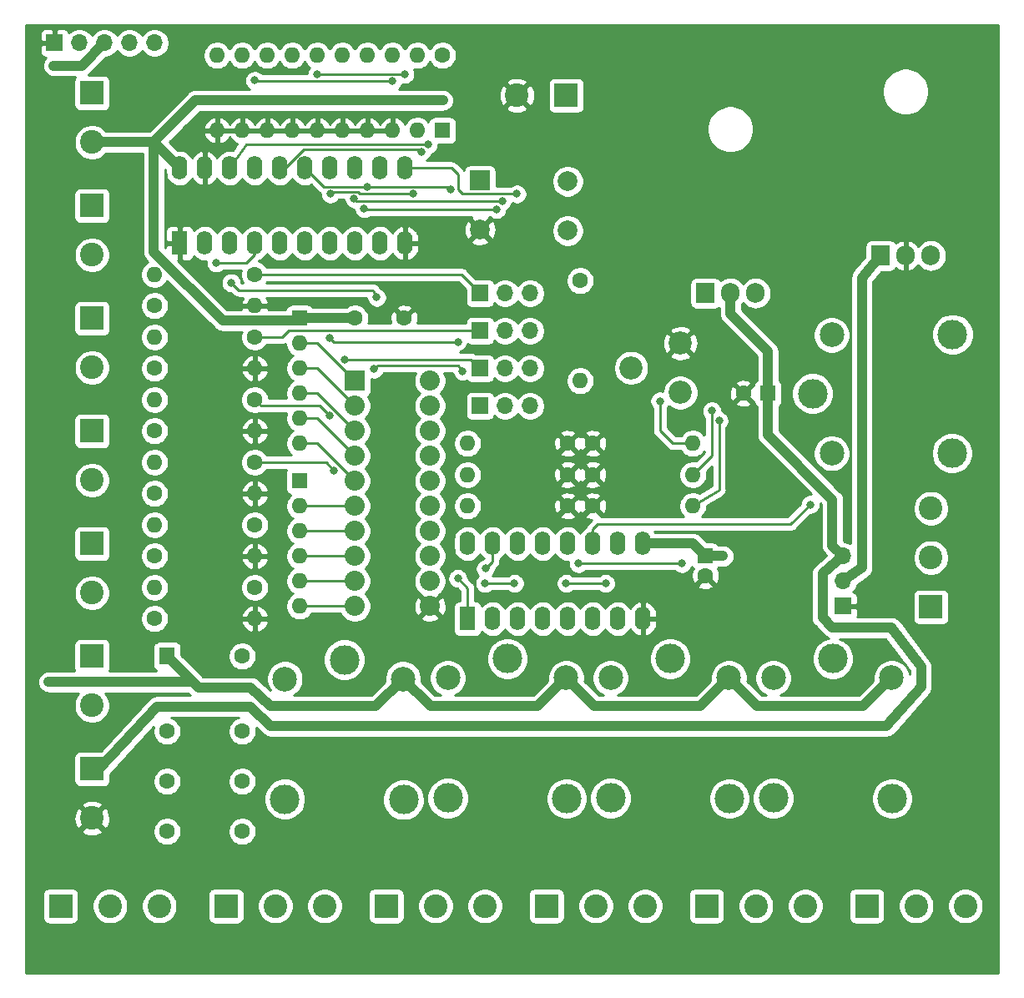
<source format=gbr>
%TF.GenerationSoftware,KiCad,Pcbnew,(5.1.10-1-10_14)*%
%TF.CreationDate,2022-01-13T10:24:38-08:00*%
%TF.ProjectId,ElkIOBoard,456c6b49-4f42-46f6-9172-642e6b696361,rev?*%
%TF.SameCoordinates,Original*%
%TF.FileFunction,Copper,L1,Top*%
%TF.FilePolarity,Positive*%
%FSLAX46Y46*%
G04 Gerber Fmt 4.6, Leading zero omitted, Abs format (unit mm)*
G04 Created by KiCad (PCBNEW (5.1.10-1-10_14)) date 2022-01-13 10:24:38*
%MOMM*%
%LPD*%
G01*
G04 APERTURE LIST*
%TA.AperFunction,ComponentPad*%
%ADD10C,3.000000*%
%TD*%
%TA.AperFunction,ComponentPad*%
%ADD11C,2.500000*%
%TD*%
%TA.AperFunction,ComponentPad*%
%ADD12R,2.032000X2.032000*%
%TD*%
%TA.AperFunction,ComponentPad*%
%ADD13C,2.032000*%
%TD*%
%TA.AperFunction,ComponentPad*%
%ADD14R,2.000000X2.000000*%
%TD*%
%TA.AperFunction,ComponentPad*%
%ADD15C,2.000000*%
%TD*%
%TA.AperFunction,ComponentPad*%
%ADD16C,1.600000*%
%TD*%
%TA.AperFunction,ComponentPad*%
%ADD17R,1.600000X1.800000*%
%TD*%
%TA.AperFunction,ComponentPad*%
%ADD18R,2.400000X2.400000*%
%TD*%
%TA.AperFunction,ComponentPad*%
%ADD19C,2.400000*%
%TD*%
%TA.AperFunction,ComponentPad*%
%ADD20O,1.600000X1.600000*%
%TD*%
%TA.AperFunction,ComponentPad*%
%ADD21R,1.600000X1.600000*%
%TD*%
%TA.AperFunction,ComponentPad*%
%ADD22R,1.700000X1.700000*%
%TD*%
%TA.AperFunction,ComponentPad*%
%ADD23O,1.700000X1.700000*%
%TD*%
%TA.AperFunction,ComponentPad*%
%ADD24C,2.340000*%
%TD*%
%TA.AperFunction,ComponentPad*%
%ADD25R,1.600000X2.400000*%
%TD*%
%TA.AperFunction,ComponentPad*%
%ADD26O,1.600000X2.400000*%
%TD*%
%TA.AperFunction,ComponentPad*%
%ADD27O,1.905000X2.000000*%
%TD*%
%TA.AperFunction,ComponentPad*%
%ADD28R,1.905000X2.000000*%
%TD*%
%TA.AperFunction,ViaPad*%
%ADD29C,0.800000*%
%TD*%
%TA.AperFunction,Conductor*%
%ADD30C,0.250000*%
%TD*%
%TA.AperFunction,Conductor*%
%ADD31C,1.000000*%
%TD*%
%TA.AperFunction,Conductor*%
%ADD32C,0.600000*%
%TD*%
%TA.AperFunction,Conductor*%
%ADD33C,0.254000*%
%TD*%
%TA.AperFunction,Conductor*%
%ADD34C,0.100000*%
%TD*%
G04 APERTURE END LIST*
D10*
%TO.P,K2,1*%
%TO.N,Net-(J15-Pad2)*%
X114540000Y-597150000D03*
D11*
%TO.P,K2,5*%
%TO.N,/VCCR*%
X120490000Y-599100000D03*
D10*
%TO.P,K2,4*%
%TO.N,Net-(J15-Pad3)*%
X120540000Y-611350000D03*
%TO.P,K2,3*%
%TO.N,Net-(J15-Pad1)*%
X108490000Y-611300000D03*
D11*
%TO.P,K2,2*%
%TO.N,/DRV2*%
X108490000Y-599100000D03*
%TD*%
D12*
%TO.P,LED1,1*%
%TO.N,Net-(LED1-Pad1)*%
X99060000Y-568960000D03*
D13*
%TO.P,LED1,2*%
%TO.N,Net-(LED1-Pad2)*%
X99060000Y-571500000D03*
%TO.P,LED1,3*%
%TO.N,Net-(LED1-Pad3)*%
X99060000Y-574040000D03*
%TO.P,LED1,4*%
%TO.N,Net-(LED1-Pad4)*%
X99060000Y-576580000D03*
%TO.P,LED1,13*%
%TO.N,Net-(LED1-Pad13)*%
X106680000Y-586740000D03*
%TO.P,LED1,14*%
%TO.N,Net-(LED1-Pad14)*%
X106680000Y-584200000D03*
%TO.P,LED1,15*%
%TO.N,Net-(LED1-Pad15)*%
X106680000Y-581660000D03*
%TO.P,LED1,16*%
%TO.N,Net-(LED1-Pad16)*%
X106680000Y-579120000D03*
%TO.P,LED1,5*%
%TO.N,Net-(LED1-Pad5)*%
X99060000Y-579120000D03*
%TO.P,LED1,6*%
%TO.N,Net-(LED1-Pad6)*%
X99060000Y-581660000D03*
%TO.P,LED1,7*%
%TO.N,Net-(LED1-Pad7)*%
X99060000Y-584200000D03*
%TO.P,LED1,8*%
%TO.N,Net-(LED1-Pad8)*%
X99060000Y-586740000D03*
%TO.P,LED1,12*%
%TO.N,Net-(LED1-Pad12)*%
X106680000Y-589280000D03*
%TO.P,LED1,11*%
%TO.N,/GND*%
X106680000Y-591820000D03*
%TO.P,LED1,10*%
%TO.N,Net-(LED1-Pad10)*%
X99060000Y-591820000D03*
%TO.P,LED1,9*%
%TO.N,Net-(LED1-Pad9)*%
X99060000Y-589280000D03*
%TO.P,LED1,17*%
%TO.N,Net-(LED1-Pad17)*%
X106680000Y-576580000D03*
%TO.P,LED1,18*%
%TO.N,Net-(LED1-Pad18)*%
X106680000Y-574040000D03*
%TO.P,LED1,19*%
%TO.N,Net-(LED1-Pad19)*%
X106680000Y-571500000D03*
%TO.P,LED1,20*%
%TO.N,Net-(LED1-Pad20)*%
X106680000Y-568960000D03*
%TD*%
D14*
%TO.P,C2,1*%
%TO.N,/VIN*%
X111760000Y-548640000D03*
D15*
%TO.P,C2,2*%
%TO.N,/GND*%
X111760000Y-553640000D03*
%TD*%
D11*
%TO.P,K1,2*%
%TO.N,/DRV1*%
X91950000Y-599200000D03*
D10*
%TO.P,K1,3*%
%TO.N,Net-(J14-Pad1)*%
X91950000Y-611400000D03*
%TO.P,K1,4*%
%TO.N,Net-(J14-Pad3)*%
X104000000Y-611450000D03*
D11*
%TO.P,K1,5*%
%TO.N,/VCCR*%
X103950000Y-599200000D03*
D10*
%TO.P,K1,1*%
%TO.N,Net-(J14-Pad2)*%
X98000000Y-597250000D03*
%TD*%
D11*
%TO.P,K3,2*%
%TO.N,/DRV3*%
X125000000Y-599100000D03*
D10*
%TO.P,K3,3*%
%TO.N,Net-(J16-Pad1)*%
X125000000Y-611300000D03*
%TO.P,K3,4*%
%TO.N,Net-(J16-Pad3)*%
X137050000Y-611350000D03*
D11*
%TO.P,K3,5*%
%TO.N,/VCCR*%
X137000000Y-599100000D03*
D10*
%TO.P,K3,1*%
%TO.N,Net-(J16-Pad2)*%
X131050000Y-597150000D03*
%TD*%
%TO.P,K4,1*%
%TO.N,Net-(J17-Pad2)*%
X147560000Y-597150000D03*
D11*
%TO.P,K4,5*%
%TO.N,/VCCR*%
X153510000Y-599100000D03*
D10*
%TO.P,K4,4*%
%TO.N,Net-(J17-Pad3)*%
X153560000Y-611350000D03*
%TO.P,K4,3*%
%TO.N,Net-(J17-Pad1)*%
X141510000Y-611300000D03*
D11*
%TO.P,K4,2*%
%TO.N,/DRV4*%
X141510000Y-599100000D03*
%TD*%
%TO.P,K5,2*%
%TO.N,/DRV5*%
X147450000Y-576300000D03*
D10*
%TO.P,K5,3*%
%TO.N,Net-(J18-Pad1)*%
X159650000Y-576300000D03*
%TO.P,K5,4*%
%TO.N,Net-(J18-Pad3)*%
X159700000Y-564250000D03*
D11*
%TO.P,K5,5*%
%TO.N,/VCCR*%
X147450000Y-564300000D03*
D10*
%TO.P,K5,1*%
%TO.N,Net-(J18-Pad2)*%
X145500000Y-570250000D03*
%TD*%
D16*
%TO.P,K6,21*%
%TO.N,Net-(J13-Pad2)*%
X87630000Y-604520000D03*
%TO.P,K6,22*%
%TO.N,Net-(J13-Pad1)*%
X87630000Y-609600000D03*
%TO.P,K6,24*%
%TO.N,Net-(J13-Pad3)*%
X87630000Y-614680000D03*
D17*
%TO.P,K6,A1*%
%TO.N,/VCCR*%
X80010000Y-596900000D03*
D16*
%TO.P,K6,A2*%
%TO.N,/DRV0*%
X87630000Y-596900000D03*
%TO.P,K6,11*%
%TO.N,Net-(J12-Pad2)*%
X80010000Y-604520000D03*
%TO.P,K6,14*%
%TO.N,Net-(J12-Pad3)*%
X80010000Y-614680000D03*
%TO.P,K6,12*%
%TO.N,Net-(J12-Pad1)*%
X80010000Y-609600000D03*
%TD*%
D18*
%TO.P,J12,1*%
%TO.N,Net-(J12-Pad1)*%
X69215000Y-622250000D03*
D19*
%TO.P,J12,2*%
%TO.N,Net-(J12-Pad2)*%
X74215000Y-622250000D03*
%TO.P,J12,3*%
%TO.N,Net-(J12-Pad3)*%
X79215000Y-622250000D03*
%TD*%
%TO.P,J13,3*%
%TO.N,Net-(J13-Pad3)*%
X96000000Y-622250000D03*
%TO.P,J13,2*%
%TO.N,Net-(J13-Pad2)*%
X91000000Y-622250000D03*
D18*
%TO.P,J13,1*%
%TO.N,Net-(J13-Pad1)*%
X86000000Y-622250000D03*
%TD*%
%TO.P,J14,1*%
%TO.N,Net-(J14-Pad1)*%
X102250000Y-622250000D03*
D19*
%TO.P,J14,2*%
%TO.N,Net-(J14-Pad2)*%
X107250000Y-622250000D03*
%TO.P,J14,3*%
%TO.N,Net-(J14-Pad3)*%
X112250000Y-622250000D03*
%TD*%
%TO.P,J15,3*%
%TO.N,Net-(J15-Pad3)*%
X128500000Y-622250000D03*
%TO.P,J15,2*%
%TO.N,Net-(J15-Pad2)*%
X123500000Y-622250000D03*
D18*
%TO.P,J15,1*%
%TO.N,Net-(J15-Pad1)*%
X118500000Y-622250000D03*
%TD*%
%TO.P,J16,1*%
%TO.N,Net-(J16-Pad1)*%
X134750000Y-622250000D03*
D19*
%TO.P,J16,2*%
%TO.N,Net-(J16-Pad2)*%
X139750000Y-622250000D03*
%TO.P,J16,3*%
%TO.N,Net-(J16-Pad3)*%
X144750000Y-622250000D03*
%TD*%
%TO.P,J17,3*%
%TO.N,Net-(J17-Pad3)*%
X161000000Y-622250000D03*
%TO.P,J17,2*%
%TO.N,Net-(J17-Pad2)*%
X156000000Y-622250000D03*
D18*
%TO.P,J17,1*%
%TO.N,Net-(J17-Pad1)*%
X151000000Y-622250000D03*
%TD*%
%TO.P,J18,1*%
%TO.N,Net-(J18-Pad1)*%
X157500000Y-591900000D03*
D19*
%TO.P,J18,2*%
%TO.N,Net-(J18-Pad2)*%
X157500000Y-586900000D03*
%TO.P,J18,3*%
%TO.N,Net-(J18-Pad3)*%
X157500000Y-581900000D03*
%TD*%
D16*
%TO.P,J3,2*%
%TO.N,/CB1*%
X107950000Y-535940000D03*
D20*
%TO.P,J3,19*%
%TO.N,/GND*%
X85090000Y-543560000D03*
%TO.P,J3,4*%
%TO.N,/CB2*%
X105410000Y-535940000D03*
%TO.P,J3,17*%
%TO.N,/GND*%
X87630000Y-543560000D03*
%TO.P,J3,6*%
%TO.N,/PB0*%
X102870000Y-535940000D03*
%TO.P,J3,15*%
%TO.N,/GND*%
X90170000Y-543560000D03*
%TO.P,J3,8*%
%TO.N,/PB1*%
X100330000Y-535940000D03*
%TO.P,J3,13*%
%TO.N,/GND*%
X92710000Y-543560000D03*
%TO.P,J3,10*%
%TO.N,/PB2*%
X97790000Y-535940000D03*
%TO.P,J3,11*%
%TO.N,/GND*%
X95250000Y-543560000D03*
%TO.P,J3,12*%
%TO.N,/PB3*%
X95250000Y-535940000D03*
%TO.P,J3,9*%
%TO.N,/GND*%
X97790000Y-543560000D03*
%TO.P,J3,14*%
%TO.N,/PB4*%
X92710000Y-535940000D03*
%TO.P,J3,7*%
%TO.N,/GND*%
X100330000Y-543560000D03*
%TO.P,J3,16*%
%TO.N,/PB5*%
X90170000Y-535940000D03*
%TO.P,J3,5*%
%TO.N,/GND*%
X102870000Y-543560000D03*
%TO.P,J3,18*%
%TO.N,/PB6*%
X87630000Y-535940000D03*
%TO.P,J3,3*%
%TO.N,/VCC*%
X105410000Y-543560000D03*
%TO.P,J3,20*%
%TO.N,/PB7*%
X85090000Y-535940000D03*
D21*
%TO.P,J3,1*%
%TO.N,/VCC*%
X107950000Y-543560000D03*
%TD*%
%TO.P,RN1,1*%
%TO.N,/VCC*%
X93472000Y-562610000D03*
D20*
%TO.P,RN1,2*%
%TO.N,Net-(LED1-Pad1)*%
X93472000Y-565150000D03*
%TO.P,RN1,3*%
%TO.N,Net-(LED1-Pad2)*%
X93472000Y-567690000D03*
%TO.P,RN1,4*%
%TO.N,Net-(LED1-Pad3)*%
X93472000Y-570230000D03*
%TO.P,RN1,5*%
%TO.N,Net-(LED1-Pad4)*%
X93472000Y-572770000D03*
%TO.P,RN1,6*%
%TO.N,Net-(LED1-Pad5)*%
X93472000Y-575310000D03*
%TD*%
%TO.P,RN2,6*%
%TO.N,Net-(LED1-Pad10)*%
X93472000Y-591820000D03*
%TO.P,RN2,5*%
%TO.N,Net-(LED1-Pad9)*%
X93472000Y-589280000D03*
%TO.P,RN2,4*%
%TO.N,Net-(LED1-Pad8)*%
X93472000Y-586740000D03*
%TO.P,RN2,3*%
%TO.N,Net-(LED1-Pad7)*%
X93472000Y-584200000D03*
%TO.P,RN2,2*%
%TO.N,Net-(LED1-Pad6)*%
X93472000Y-581660000D03*
D21*
%TO.P,RN2,1*%
%TO.N,/VCC*%
X93472000Y-579120000D03*
%TD*%
%TO.P,C1,1*%
%TO.N,/VCCR*%
X134620000Y-586740000D03*
D16*
%TO.P,C1,2*%
%TO.N,/GND*%
X134620000Y-588740000D03*
%TD*%
D21*
%TO.P,C3,1*%
%TO.N,/VMOT*%
X140970000Y-570230000D03*
D16*
%TO.P,C3,2*%
%TO.N,/GND*%
X138470000Y-570230000D03*
%TD*%
%TO.P,C4,1*%
%TO.N,/VCC*%
X99060000Y-562610000D03*
%TO.P,C4,2*%
%TO.N,/GND*%
X104060000Y-562610000D03*
%TD*%
D15*
%TO.P,F1,1*%
%TO.N,Net-(F1-Pad1)*%
X120650000Y-553720000D03*
%TO.P,F1,2*%
%TO.N,/VIN*%
X120650000Y-548720000D03*
%TD*%
D18*
%TO.P,J1,1*%
%TO.N,/VIN*%
X120500000Y-540000000D03*
D19*
%TO.P,J1,2*%
%TO.N,/GND*%
X115500000Y-540000000D03*
%TD*%
%TO.P,J2,2*%
%TO.N,/GND*%
X72390000Y-613330000D03*
D18*
%TO.P,J2,1*%
%TO.N,/VMOT*%
X72390000Y-608330000D03*
%TD*%
D22*
%TO.P,J4,1*%
%TO.N,/GND*%
X68580000Y-534670000D03*
D23*
%TO.P,J4,2*%
%TO.N,/VCC*%
X71120000Y-534670000D03*
%TO.P,J4,3*%
%TO.N,/VCCR*%
X73660000Y-534670000D03*
%TO.P,J4,4*%
%TO.N,/CB1*%
X76200000Y-534670000D03*
%TO.P,J4,5*%
%TO.N,/CB2*%
X78740000Y-534670000D03*
%TD*%
D19*
%TO.P,J6,2*%
%TO.N,/VCC*%
X72390000Y-544750000D03*
D18*
%TO.P,J6,1*%
%TO.N,/IN2*%
X72390000Y-539750000D03*
%TD*%
%TO.P,J7,1*%
%TO.N,/IN3*%
X72390000Y-551180000D03*
D19*
%TO.P,J7,2*%
%TO.N,/VCC*%
X72390000Y-556180000D03*
%TD*%
D18*
%TO.P,J8,1*%
%TO.N,/IN4*%
X72390000Y-562610000D03*
D19*
%TO.P,J8,2*%
%TO.N,/VCC*%
X72390000Y-567610000D03*
%TD*%
%TO.P,J9,2*%
%TO.N,/VCC*%
X72390000Y-579040000D03*
D18*
%TO.P,J9,1*%
%TO.N,/IN5*%
X72390000Y-574040000D03*
%TD*%
%TO.P,J10,1*%
%TO.N,/IN6*%
X72390000Y-585470000D03*
D19*
%TO.P,J10,2*%
%TO.N,/VCC*%
X72390000Y-590470000D03*
%TD*%
%TO.P,J11,2*%
%TO.N,/VCC*%
X72390000Y-601900000D03*
D18*
%TO.P,J11,1*%
%TO.N,/IN7*%
X72390000Y-596900000D03*
%TD*%
D23*
%TO.P,JP1,3*%
%TO.N,Net-(JP1-Pad3)*%
X116840000Y-560070000D03*
%TO.P,JP1,2*%
%TO.N,/PB2*%
X114300000Y-560070000D03*
D22*
%TO.P,JP1,1*%
%TO.N,Net-(JP1-Pad1)*%
X111760000Y-560070000D03*
%TD*%
%TO.P,JP2,1*%
%TO.N,Net-(JP2-Pad1)*%
X111760000Y-563880000D03*
D23*
%TO.P,JP2,2*%
%TO.N,/PB3*%
X114300000Y-563880000D03*
%TO.P,JP2,3*%
%TO.N,Net-(JP2-Pad3)*%
X116840000Y-563880000D03*
%TD*%
%TO.P,JP3,3*%
%TO.N,Net-(JP3-Pad3)*%
X116840000Y-567690000D03*
%TO.P,JP3,2*%
%TO.N,/PB4*%
X114300000Y-567690000D03*
D22*
%TO.P,JP3,1*%
%TO.N,Net-(JP3-Pad1)*%
X111760000Y-567690000D03*
%TD*%
%TO.P,JP4,1*%
%TO.N,Net-(JP4-Pad1)*%
X111760000Y-571500000D03*
D23*
%TO.P,JP4,2*%
%TO.N,/PB5*%
X114300000Y-571500000D03*
%TO.P,JP4,3*%
%TO.N,Net-(JP4-Pad3)*%
X116840000Y-571500000D03*
%TD*%
D16*
%TO.P,R1,1*%
%TO.N,Net-(JP1-Pad1)*%
X88900000Y-558165000D03*
D20*
%TO.P,R1,2*%
%TO.N,/IN2*%
X78740000Y-558165000D03*
%TD*%
%TO.P,R2,2*%
%TO.N,/IN3*%
X78740000Y-564515000D03*
D16*
%TO.P,R2,1*%
%TO.N,Net-(JP2-Pad1)*%
X88900000Y-564515000D03*
%TD*%
%TO.P,R3,1*%
%TO.N,Net-(JP3-Pad1)*%
X88900000Y-570865000D03*
D20*
%TO.P,R3,2*%
%TO.N,/IN4*%
X78740000Y-570865000D03*
%TD*%
%TO.P,R4,2*%
%TO.N,/IN5*%
X78740000Y-577215000D03*
D16*
%TO.P,R4,1*%
%TO.N,Net-(JP4-Pad1)*%
X88900000Y-577215000D03*
%TD*%
%TO.P,R5,1*%
%TO.N,/PB6*%
X88900000Y-583565000D03*
D20*
%TO.P,R5,2*%
%TO.N,/IN6*%
X78740000Y-583565000D03*
%TD*%
%TO.P,R6,2*%
%TO.N,/IN7*%
X78740000Y-589915000D03*
D16*
%TO.P,R6,1*%
%TO.N,/PB7*%
X88900000Y-589915000D03*
%TD*%
D20*
%TO.P,R7,2*%
%TO.N,/PB0*%
X110490000Y-581660000D03*
D16*
%TO.P,R7,1*%
%TO.N,/GND*%
X120650000Y-581660000D03*
%TD*%
D20*
%TO.P,R8,2*%
%TO.N,/PB1*%
X110490000Y-578485000D03*
D16*
%TO.P,R8,1*%
%TO.N,/GND*%
X120650000Y-578485000D03*
%TD*%
%TO.P,R9,1*%
%TO.N,/GND*%
X120650000Y-575310000D03*
D20*
%TO.P,R9,2*%
%TO.N,Net-(JP1-Pad3)*%
X110490000Y-575310000D03*
%TD*%
%TO.P,R10,2*%
%TO.N,Net-(JP2-Pad3)*%
X133350000Y-575310000D03*
D16*
%TO.P,R10,1*%
%TO.N,/GND*%
X123190000Y-575310000D03*
%TD*%
%TO.P,R11,1*%
%TO.N,/GND*%
X123190000Y-578485000D03*
D20*
%TO.P,R11,2*%
%TO.N,Net-(JP3-Pad3)*%
X133350000Y-578485000D03*
%TD*%
D16*
%TO.P,R12,1*%
%TO.N,/GND*%
X123190000Y-581660000D03*
D20*
%TO.P,R12,2*%
%TO.N,Net-(JP4-Pad3)*%
X133350000Y-581660000D03*
%TD*%
D16*
%TO.P,R13,1*%
%TO.N,/IN2*%
X78740000Y-561340000D03*
D20*
%TO.P,R13,2*%
%TO.N,/GND*%
X88900000Y-561340000D03*
%TD*%
%TO.P,R14,2*%
%TO.N,/GND*%
X88900000Y-567690000D03*
D16*
%TO.P,R14,1*%
%TO.N,/IN3*%
X78740000Y-567690000D03*
%TD*%
%TO.P,R15,1*%
%TO.N,/IN4*%
X78740000Y-574040000D03*
D20*
%TO.P,R15,2*%
%TO.N,/GND*%
X88900000Y-574040000D03*
%TD*%
%TO.P,R16,2*%
%TO.N,/GND*%
X88900000Y-580390000D03*
D16*
%TO.P,R16,1*%
%TO.N,/IN5*%
X78740000Y-580390000D03*
%TD*%
%TO.P,R17,1*%
%TO.N,/IN6*%
X78740000Y-586740000D03*
D20*
%TO.P,R17,2*%
%TO.N,/GND*%
X88900000Y-586740000D03*
%TD*%
%TO.P,R18,2*%
%TO.N,/GND*%
X88900000Y-593090000D03*
D16*
%TO.P,R18,1*%
%TO.N,/IN7*%
X78740000Y-593090000D03*
%TD*%
%TO.P,R19,1*%
%TO.N,/VMOT*%
X121920000Y-558800000D03*
D20*
%TO.P,R19,2*%
%TO.N,Net-(R19-Pad2)*%
X121920000Y-568960000D03*
%TD*%
D24*
%TO.P,RV1,3*%
%TO.N,Net-(R19-Pad2)*%
X132080000Y-570150000D03*
%TO.P,RV1,2*%
X127080000Y-567650000D03*
%TO.P,RV1,1*%
%TO.N,/GND*%
X132080000Y-565150000D03*
%TD*%
D25*
%TO.P,U1,1*%
%TO.N,/PB0*%
X110490000Y-593090000D03*
D26*
%TO.P,U1,9*%
%TO.N,/VCCR*%
X128270000Y-585470000D03*
%TO.P,U1,2*%
%TO.N,/PB1*%
X113030000Y-593090000D03*
%TO.P,U1,10*%
%TO.N,Net-(U1-Pad10)*%
X125730000Y-585470000D03*
%TO.P,U1,3*%
%TO.N,Net-(JP1-Pad3)*%
X115570000Y-593090000D03*
%TO.P,U1,11*%
%TO.N,/DRV5*%
X123190000Y-585470000D03*
%TO.P,U1,4*%
%TO.N,Net-(JP2-Pad3)*%
X118110000Y-593090000D03*
%TO.P,U1,12*%
%TO.N,/DRV4*%
X120650000Y-585470000D03*
%TO.P,U1,5*%
%TO.N,Net-(JP3-Pad3)*%
X120650000Y-593090000D03*
%TO.P,U1,13*%
%TO.N,/DRV3*%
X118110000Y-585470000D03*
%TO.P,U1,6*%
%TO.N,Net-(JP4-Pad3)*%
X123190000Y-593090000D03*
%TO.P,U1,14*%
%TO.N,/DRV2*%
X115570000Y-585470000D03*
%TO.P,U1,7*%
%TO.N,Net-(U1-Pad7)*%
X125730000Y-593090000D03*
%TO.P,U1,15*%
%TO.N,/DRV1*%
X113030000Y-585470000D03*
%TO.P,U1,8*%
%TO.N,/GND*%
X128270000Y-593090000D03*
%TO.P,U1,16*%
%TO.N,/DRV0*%
X110490000Y-585470000D03*
%TD*%
D27*
%TO.P,U2,3*%
%TO.N,/VCCR*%
X157480000Y-556260000D03*
%TO.P,U2,2*%
%TO.N,/GND*%
X154940000Y-556260000D03*
D28*
%TO.P,U2,1*%
%TO.N,/VIN*%
X152400000Y-556260000D03*
%TD*%
%TO.P,U3,1*%
%TO.N,Net-(R19-Pad2)*%
X134620000Y-560070000D03*
D27*
%TO.P,U3,2*%
%TO.N,/VMOT*%
X137160000Y-560070000D03*
%TO.P,U3,3*%
%TO.N,Net-(F1-Pad1)*%
X139700000Y-560070000D03*
%TD*%
D25*
%TO.P,U4,1*%
%TO.N,/GND*%
X81280000Y-554990000D03*
D26*
%TO.P,U4,11*%
%TO.N,/PB3*%
X104140000Y-547370000D03*
%TO.P,U4,2*%
%TO.N,/PB7*%
X83820000Y-554990000D03*
%TO.P,U4,12*%
%TO.N,Net-(LED1-Pad17)*%
X101600000Y-547370000D03*
%TO.P,U4,3*%
%TO.N,Net-(LED1-Pad13)*%
X86360000Y-554990000D03*
%TO.P,U4,13*%
%TO.N,/PB2*%
X99060000Y-547370000D03*
%TO.P,U4,4*%
%TO.N,/PB6*%
X88900000Y-554990000D03*
%TO.P,U4,14*%
%TO.N,Net-(LED1-Pad18)*%
X96520000Y-547370000D03*
%TO.P,U4,5*%
%TO.N,Net-(LED1-Pad14)*%
X91440000Y-554990000D03*
%TO.P,U4,15*%
%TO.N,/PB1*%
X93980000Y-547370000D03*
%TO.P,U4,6*%
%TO.N,/PB5*%
X93980000Y-554990000D03*
%TO.P,U4,16*%
%TO.N,Net-(LED1-Pad19)*%
X91440000Y-547370000D03*
%TO.P,U4,7*%
%TO.N,Net-(LED1-Pad15)*%
X96520000Y-554990000D03*
%TO.P,U4,17*%
%TO.N,/PB0*%
X88900000Y-547370000D03*
%TO.P,U4,8*%
%TO.N,/PB4*%
X99060000Y-554990000D03*
%TO.P,U4,18*%
%TO.N,Net-(LED1-Pad20)*%
X86360000Y-547370000D03*
%TO.P,U4,9*%
%TO.N,Net-(LED1-Pad16)*%
X101600000Y-554990000D03*
%TO.P,U4,19*%
%TO.N,/GND*%
X83820000Y-547370000D03*
%TO.P,U4,10*%
X104140000Y-554990000D03*
%TO.P,U4,20*%
%TO.N,/VCC*%
X81280000Y-547370000D03*
%TD*%
D22*
%TO.P,J5,1*%
%TO.N,/GND*%
X148590000Y-591820000D03*
D23*
%TO.P,J5,2*%
%TO.N,/VIN*%
X148590000Y-589280000D03*
%TO.P,J5,3*%
%TO.N,/VMOT*%
X148590000Y-586740000D03*
%TD*%
D29*
%TO.N,/DRV1*%
X112305000Y-588012653D03*
%TO.N,/VCC*%
X108000000Y-540500000D03*
%TO.N,/DRV2*%
X112250000Y-589500000D03*
X115250000Y-589500000D03*
%TO.N,/VCCR*%
X68000000Y-599500000D03*
X68500000Y-537000000D03*
%TO.N,/PB0*%
X102870000Y-538570000D03*
X88900000Y-538480000D03*
X109500000Y-589000000D03*
%TO.N,/PB1*%
X100330000Y-549275000D03*
X108775000Y-549500000D03*
%TO.N,/PB2*%
X114000000Y-550725000D03*
X99000000Y-550500000D03*
%TO.N,/PB3*%
X95250000Y-537845000D03*
X104140000Y-537845000D03*
X115500000Y-550000000D03*
%TO.N,/PB4*%
X113457872Y-551565298D03*
X100000000Y-551500000D03*
%TO.N,/PB5*%
X109500000Y-565000000D03*
X96500000Y-564605000D03*
%TO.N,/PB6*%
X85000000Y-557000000D03*
%TO.N,Net-(JP2-Pad3)*%
X130000000Y-571000000D03*
%TO.N,Net-(JP3-Pad3)*%
X120500000Y-589500000D03*
X124500000Y-589500000D03*
X135275000Y-572000000D03*
%TO.N,Net-(JP3-Pad1)*%
X96497347Y-572502653D03*
X98000000Y-566780010D03*
%TO.N,Net-(JP4-Pad1)*%
X96957347Y-578042653D03*
X101000000Y-567780000D03*
X110000000Y-568000000D03*
%TO.N,Net-(JP4-Pad3)*%
X136000000Y-573000000D03*
%TO.N,/DRV4*%
X121750000Y-587500000D03*
X132250000Y-587500000D03*
%TO.N,/DRV5*%
X145250000Y-581500000D03*
%TO.N,Net-(LED1-Pad13)*%
X86500000Y-559000000D03*
X101275000Y-560500000D03*
%TO.N,Net-(LED1-Pad18)*%
X105000000Y-550000000D03*
X96565865Y-550000000D03*
%TO.N,Net-(LED1-Pad19)*%
X105805545Y-545725000D03*
%TO.N,Net-(LED1-Pad20)*%
X106512653Y-544987347D03*
%TD*%
D30*
%TO.N,/DRV1*%
X113030000Y-585470000D02*
X113030000Y-584470000D01*
X113030000Y-585470000D02*
X113030000Y-584970000D01*
X113030000Y-587287653D02*
X112305000Y-588012653D01*
X113030000Y-585470000D02*
X113030000Y-587287653D01*
D31*
%TO.N,/VCC*%
X78660000Y-544750000D02*
X81280000Y-547370000D01*
X72390000Y-544750000D02*
X78660000Y-544750000D01*
X93472000Y-562610000D02*
X99060000Y-562610000D01*
X82910000Y-540500000D02*
X78660000Y-544750000D01*
X108000000Y-540500000D02*
X82910000Y-540500000D01*
D32*
X93472000Y-562610000D02*
X93441999Y-562640001D01*
D31*
X78660000Y-555864998D02*
X78660000Y-555270002D01*
X85635003Y-562840001D02*
X78660000Y-555864998D01*
X78660000Y-555270002D02*
X78660000Y-544750000D01*
X93241999Y-562840001D02*
X85635003Y-562840001D01*
X93472000Y-562610000D02*
X93241999Y-562840001D01*
D30*
%TO.N,/DRV2*%
X112250000Y-589500000D02*
X115250000Y-589500000D01*
D31*
%TO.N,/VCCR*%
X83185000Y-600075000D02*
X80010000Y-596900000D01*
X133350000Y-585470000D02*
X134620000Y-586740000D01*
X128270000Y-585470000D02*
X133350000Y-585470000D01*
X71330000Y-537000000D02*
X73660000Y-534670000D01*
X68500000Y-537000000D02*
X71330000Y-537000000D01*
X82610000Y-599500000D02*
X83185000Y-600075000D01*
X68000000Y-599500000D02*
X82610000Y-599500000D01*
X134620000Y-586740000D02*
X136420000Y-586740000D01*
X139880000Y-601980000D02*
X137000000Y-599100000D01*
X150630000Y-601980000D02*
X139880000Y-601980000D01*
X153510000Y-599100000D02*
X150630000Y-601980000D01*
X123370000Y-601980000D02*
X120490000Y-599100000D01*
X134120000Y-601980000D02*
X123370000Y-601980000D01*
X137000000Y-599100000D02*
X134120000Y-601980000D01*
X120490000Y-599100000D02*
X117610000Y-601980000D01*
X117610000Y-601980000D02*
X116230000Y-601980000D01*
X117120000Y-601980000D02*
X116230000Y-601980000D01*
X106730000Y-601980000D02*
X103950000Y-599200000D01*
X116230000Y-601980000D02*
X106730000Y-601980000D01*
X90520000Y-601980000D02*
X88500000Y-600075000D01*
X101170000Y-601980000D02*
X90520000Y-601980000D01*
X88500000Y-600075000D02*
X83185000Y-600075000D01*
X103950000Y-599200000D02*
X101170000Y-601980000D01*
%TO.N,/VIN*%
X150500000Y-558500000D02*
X152400000Y-556260000D01*
X150500000Y-587929999D02*
X150500000Y-558500000D01*
X148590000Y-589280000D02*
X150500000Y-587929999D01*
%TO.N,/VMOT*%
X137160000Y-560070000D02*
X137160000Y-562160000D01*
X140970000Y-565970000D02*
X140970000Y-570230000D01*
X137160000Y-562160000D02*
X140970000Y-565970000D01*
X140970000Y-570230000D02*
X140970000Y-574470000D01*
X140970000Y-574470000D02*
X147500000Y-581000000D01*
X147500000Y-585650000D02*
X148590000Y-586740000D01*
X147500000Y-581000000D02*
X147500000Y-585650000D01*
D32*
X73170000Y-608330000D02*
X72390000Y-608330000D01*
D31*
X90500000Y-604000000D02*
X88500000Y-602000000D01*
X79000000Y-602000000D02*
X73170000Y-608330000D01*
X153000000Y-604000000D02*
X90500000Y-604000000D01*
X156500000Y-600000000D02*
X153000000Y-604000000D01*
X153500000Y-594000000D02*
X156500000Y-598000000D01*
X147500000Y-594000000D02*
X153500000Y-594000000D01*
X146500000Y-593000000D02*
X147500000Y-594000000D01*
X156500000Y-598000000D02*
X156500000Y-600000000D01*
X146500000Y-588500000D02*
X146500000Y-593000000D01*
X88500000Y-602000000D02*
X79000000Y-602000000D01*
X148590000Y-586740000D02*
X146500000Y-588500000D01*
D30*
%TO.N,/PB0*%
X88990000Y-538570000D02*
X88900000Y-538480000D01*
X102870000Y-538570000D02*
X88990000Y-538570000D01*
X110490000Y-589990000D02*
X109500000Y-589000000D01*
X110490000Y-593090000D02*
X110490000Y-589990000D01*
%TO.N,/PB1*%
X95885000Y-549275000D02*
X93980000Y-547370000D01*
X100330000Y-549275000D02*
X95885000Y-549275000D01*
X108550000Y-549275000D02*
X100330000Y-549275000D01*
X108775000Y-549500000D02*
X108550000Y-549275000D01*
%TO.N,/PB2*%
X99225000Y-550725000D02*
X99000000Y-550500000D01*
X114000000Y-550725000D02*
X99225000Y-550725000D01*
%TO.N,/PB3*%
X95250000Y-537845000D02*
X104140000Y-537845000D01*
X109500000Y-549500000D02*
X110000000Y-550000000D01*
X109500000Y-548000000D02*
X109500000Y-549500000D01*
X110000000Y-550000000D02*
X115500000Y-550000000D01*
X108870000Y-547370000D02*
X109500000Y-548000000D01*
X104140000Y-547370000D02*
X108870000Y-547370000D01*
%TO.N,/PB4*%
X100065298Y-551565298D02*
X100000000Y-551500000D01*
X113457872Y-551565298D02*
X100065298Y-551565298D01*
%TO.N,/PB5*%
X96895000Y-565000000D02*
X96500000Y-564605000D01*
X109500000Y-565000000D02*
X96895000Y-565000000D01*
%TO.N,/PB6*%
X88900000Y-554990000D02*
X88900000Y-556100000D01*
X88000000Y-557000000D02*
X85000000Y-557000000D01*
X88900000Y-556100000D02*
X88000000Y-557000000D01*
%TO.N,Net-(JP1-Pad1)*%
X109855000Y-558165000D02*
X111760000Y-560070000D01*
X88900000Y-558165000D02*
X109855000Y-558165000D01*
%TO.N,Net-(JP2-Pad1)*%
X92348499Y-563880000D02*
X111760000Y-563880000D01*
X91713499Y-564515000D02*
X92348499Y-563880000D01*
X88900000Y-564515000D02*
X91713499Y-564515000D01*
%TO.N,Net-(JP2-Pad3)*%
X130000000Y-571000000D02*
X130000000Y-574000000D01*
X131310000Y-575310000D02*
X133350000Y-575310000D01*
X130000000Y-574000000D02*
X131310000Y-575310000D01*
%TO.N,Net-(JP3-Pad3)*%
X120500000Y-589500000D02*
X124500000Y-589500000D01*
X135275000Y-576560000D02*
X133350000Y-578485000D01*
X135275000Y-572000000D02*
X135275000Y-576560000D01*
%TO.N,Net-(JP3-Pad1)*%
X110850010Y-566780010D02*
X111760000Y-567690000D01*
X98000000Y-566780010D02*
X110850010Y-566780010D01*
X95494694Y-571500000D02*
X96497347Y-572502653D01*
X89535000Y-571500000D02*
X95494694Y-571500000D01*
X88900000Y-570865000D02*
X89535000Y-571500000D01*
%TO.N,Net-(JP4-Pad1)*%
X96129694Y-577215000D02*
X96957347Y-578042653D01*
X88900000Y-577215000D02*
X96129694Y-577215000D01*
X101399999Y-567380001D02*
X101000000Y-567780000D01*
X109500000Y-567410461D02*
X101399999Y-567380001D01*
X110000000Y-568000000D02*
X109500000Y-567410461D01*
%TO.N,Net-(JP4-Pad3)*%
X136000000Y-580000000D02*
X133350000Y-581660000D01*
X136000000Y-573000000D02*
X136000000Y-580000000D01*
%TO.N,/DRV4*%
X121750000Y-587500000D02*
X132250000Y-587500000D01*
%TO.N,/DRV5*%
X123710000Y-583500000D02*
X143250000Y-583500000D01*
X143250000Y-583500000D02*
X145250000Y-581500000D01*
X123190000Y-584020000D02*
X123710000Y-583500000D01*
X123190000Y-585470000D02*
X123190000Y-584020000D01*
%TO.N,Net-(LED1-Pad1)*%
X95250000Y-565150000D02*
X99060000Y-568960000D01*
X93472000Y-565150000D02*
X95250000Y-565150000D01*
%TO.N,Net-(LED1-Pad2)*%
X95250000Y-567690000D02*
X99060000Y-571500000D01*
X93472000Y-567690000D02*
X95250000Y-567690000D01*
%TO.N,Net-(LED1-Pad3)*%
X95250000Y-570230000D02*
X99060000Y-574040000D01*
X93472000Y-570230000D02*
X95250000Y-570230000D01*
%TO.N,Net-(LED1-Pad4)*%
X95250000Y-572770000D02*
X99060000Y-576580000D01*
X93472000Y-572770000D02*
X95250000Y-572770000D01*
%TO.N,Net-(LED1-Pad13)*%
X87250000Y-559750000D02*
X86500000Y-559000000D01*
X100875001Y-559750000D02*
X87250000Y-559750000D01*
X101275000Y-560500000D02*
X100875001Y-559750000D01*
%TO.N,Net-(LED1-Pad5)*%
X95250000Y-575310000D02*
X99060000Y-579120000D01*
X93472000Y-575310000D02*
X95250000Y-575310000D01*
%TO.N,Net-(LED1-Pad6)*%
X93472000Y-581660000D02*
X99060000Y-581660000D01*
%TO.N,Net-(LED1-Pad7)*%
X93472000Y-584200000D02*
X99060000Y-584200000D01*
%TO.N,Net-(LED1-Pad8)*%
X93472000Y-586740000D02*
X99060000Y-586740000D01*
%TO.N,Net-(LED1-Pad10)*%
X93472000Y-591820000D02*
X99060000Y-591820000D01*
%TO.N,Net-(LED1-Pad9)*%
X93472000Y-589280000D02*
X99060000Y-589280000D01*
%TO.N,Net-(LED1-Pad18)*%
X96790866Y-549774999D02*
X96565865Y-550000000D01*
X99348001Y-549774999D02*
X96790866Y-549774999D01*
X99573002Y-550000000D02*
X99348001Y-549774999D01*
X105000000Y-550000000D02*
X99573002Y-550000000D01*
%TO.N,Net-(LED1-Pad19)*%
X93858996Y-545500000D02*
X106000000Y-545500000D01*
X91988996Y-547370000D02*
X93858996Y-545500000D01*
X91440000Y-547370000D02*
X91988996Y-547370000D01*
%TO.N,Net-(LED1-Pad20)*%
X106500000Y-545000000D02*
X88000000Y-545000000D01*
X88000000Y-545000000D02*
X86360000Y-547370000D01*
%TD*%
D33*
%TO.N,/GND*%
X164340001Y-629040000D02*
X65660000Y-629040000D01*
X65660000Y-621050000D01*
X67376928Y-621050000D01*
X67376928Y-623450000D01*
X67389188Y-623574482D01*
X67425498Y-623694180D01*
X67484463Y-623804494D01*
X67563815Y-623901185D01*
X67660506Y-623980537D01*
X67770820Y-624039502D01*
X67890518Y-624075812D01*
X68015000Y-624088072D01*
X70415000Y-624088072D01*
X70539482Y-624075812D01*
X70659180Y-624039502D01*
X70769494Y-623980537D01*
X70866185Y-623901185D01*
X70945537Y-623804494D01*
X71004502Y-623694180D01*
X71040812Y-623574482D01*
X71053072Y-623450000D01*
X71053072Y-622069268D01*
X72380000Y-622069268D01*
X72380000Y-622430732D01*
X72450518Y-622785250D01*
X72588844Y-623119199D01*
X72789662Y-623419744D01*
X73045256Y-623675338D01*
X73345801Y-623876156D01*
X73679750Y-624014482D01*
X74034268Y-624085000D01*
X74395732Y-624085000D01*
X74750250Y-624014482D01*
X75084199Y-623876156D01*
X75384744Y-623675338D01*
X75640338Y-623419744D01*
X75841156Y-623119199D01*
X75979482Y-622785250D01*
X76050000Y-622430732D01*
X76050000Y-622069268D01*
X77380000Y-622069268D01*
X77380000Y-622430732D01*
X77450518Y-622785250D01*
X77588844Y-623119199D01*
X77789662Y-623419744D01*
X78045256Y-623675338D01*
X78345801Y-623876156D01*
X78679750Y-624014482D01*
X79034268Y-624085000D01*
X79395732Y-624085000D01*
X79750250Y-624014482D01*
X80084199Y-623876156D01*
X80384744Y-623675338D01*
X80640338Y-623419744D01*
X80841156Y-623119199D01*
X80979482Y-622785250D01*
X81050000Y-622430732D01*
X81050000Y-622069268D01*
X80979482Y-621714750D01*
X80841156Y-621380801D01*
X80640338Y-621080256D01*
X80610082Y-621050000D01*
X84161928Y-621050000D01*
X84161928Y-623450000D01*
X84174188Y-623574482D01*
X84210498Y-623694180D01*
X84269463Y-623804494D01*
X84348815Y-623901185D01*
X84445506Y-623980537D01*
X84555820Y-624039502D01*
X84675518Y-624075812D01*
X84800000Y-624088072D01*
X87200000Y-624088072D01*
X87324482Y-624075812D01*
X87444180Y-624039502D01*
X87554494Y-623980537D01*
X87651185Y-623901185D01*
X87730537Y-623804494D01*
X87789502Y-623694180D01*
X87825812Y-623574482D01*
X87838072Y-623450000D01*
X87838072Y-622069268D01*
X89165000Y-622069268D01*
X89165000Y-622430732D01*
X89235518Y-622785250D01*
X89373844Y-623119199D01*
X89574662Y-623419744D01*
X89830256Y-623675338D01*
X90130801Y-623876156D01*
X90464750Y-624014482D01*
X90819268Y-624085000D01*
X91180732Y-624085000D01*
X91535250Y-624014482D01*
X91869199Y-623876156D01*
X92169744Y-623675338D01*
X92425338Y-623419744D01*
X92626156Y-623119199D01*
X92764482Y-622785250D01*
X92835000Y-622430732D01*
X92835000Y-622069268D01*
X94165000Y-622069268D01*
X94165000Y-622430732D01*
X94235518Y-622785250D01*
X94373844Y-623119199D01*
X94574662Y-623419744D01*
X94830256Y-623675338D01*
X95130801Y-623876156D01*
X95464750Y-624014482D01*
X95819268Y-624085000D01*
X96180732Y-624085000D01*
X96535250Y-624014482D01*
X96869199Y-623876156D01*
X97169744Y-623675338D01*
X97425338Y-623419744D01*
X97626156Y-623119199D01*
X97764482Y-622785250D01*
X97835000Y-622430732D01*
X97835000Y-622069268D01*
X97764482Y-621714750D01*
X97626156Y-621380801D01*
X97425338Y-621080256D01*
X97395082Y-621050000D01*
X100411928Y-621050000D01*
X100411928Y-623450000D01*
X100424188Y-623574482D01*
X100460498Y-623694180D01*
X100519463Y-623804494D01*
X100598815Y-623901185D01*
X100695506Y-623980537D01*
X100805820Y-624039502D01*
X100925518Y-624075812D01*
X101050000Y-624088072D01*
X103450000Y-624088072D01*
X103574482Y-624075812D01*
X103694180Y-624039502D01*
X103804494Y-623980537D01*
X103901185Y-623901185D01*
X103980537Y-623804494D01*
X104039502Y-623694180D01*
X104075812Y-623574482D01*
X104088072Y-623450000D01*
X104088072Y-622069268D01*
X105415000Y-622069268D01*
X105415000Y-622430732D01*
X105485518Y-622785250D01*
X105623844Y-623119199D01*
X105824662Y-623419744D01*
X106080256Y-623675338D01*
X106380801Y-623876156D01*
X106714750Y-624014482D01*
X107069268Y-624085000D01*
X107430732Y-624085000D01*
X107785250Y-624014482D01*
X108119199Y-623876156D01*
X108419744Y-623675338D01*
X108675338Y-623419744D01*
X108876156Y-623119199D01*
X109014482Y-622785250D01*
X109085000Y-622430732D01*
X109085000Y-622069268D01*
X110415000Y-622069268D01*
X110415000Y-622430732D01*
X110485518Y-622785250D01*
X110623844Y-623119199D01*
X110824662Y-623419744D01*
X111080256Y-623675338D01*
X111380801Y-623876156D01*
X111714750Y-624014482D01*
X112069268Y-624085000D01*
X112430732Y-624085000D01*
X112785250Y-624014482D01*
X113119199Y-623876156D01*
X113419744Y-623675338D01*
X113675338Y-623419744D01*
X113876156Y-623119199D01*
X114014482Y-622785250D01*
X114085000Y-622430732D01*
X114085000Y-622069268D01*
X114014482Y-621714750D01*
X113876156Y-621380801D01*
X113675338Y-621080256D01*
X113645082Y-621050000D01*
X116661928Y-621050000D01*
X116661928Y-623450000D01*
X116674188Y-623574482D01*
X116710498Y-623694180D01*
X116769463Y-623804494D01*
X116848815Y-623901185D01*
X116945506Y-623980537D01*
X117055820Y-624039502D01*
X117175518Y-624075812D01*
X117300000Y-624088072D01*
X119700000Y-624088072D01*
X119824482Y-624075812D01*
X119944180Y-624039502D01*
X120054494Y-623980537D01*
X120151185Y-623901185D01*
X120230537Y-623804494D01*
X120289502Y-623694180D01*
X120325812Y-623574482D01*
X120338072Y-623450000D01*
X120338072Y-622069268D01*
X121665000Y-622069268D01*
X121665000Y-622430732D01*
X121735518Y-622785250D01*
X121873844Y-623119199D01*
X122074662Y-623419744D01*
X122330256Y-623675338D01*
X122630801Y-623876156D01*
X122964750Y-624014482D01*
X123319268Y-624085000D01*
X123680732Y-624085000D01*
X124035250Y-624014482D01*
X124369199Y-623876156D01*
X124669744Y-623675338D01*
X124925338Y-623419744D01*
X125126156Y-623119199D01*
X125264482Y-622785250D01*
X125335000Y-622430732D01*
X125335000Y-622069268D01*
X126665000Y-622069268D01*
X126665000Y-622430732D01*
X126735518Y-622785250D01*
X126873844Y-623119199D01*
X127074662Y-623419744D01*
X127330256Y-623675338D01*
X127630801Y-623876156D01*
X127964750Y-624014482D01*
X128319268Y-624085000D01*
X128680732Y-624085000D01*
X129035250Y-624014482D01*
X129369199Y-623876156D01*
X129669744Y-623675338D01*
X129925338Y-623419744D01*
X130126156Y-623119199D01*
X130264482Y-622785250D01*
X130335000Y-622430732D01*
X130335000Y-622069268D01*
X130264482Y-621714750D01*
X130126156Y-621380801D01*
X129925338Y-621080256D01*
X129895082Y-621050000D01*
X132911928Y-621050000D01*
X132911928Y-623450000D01*
X132924188Y-623574482D01*
X132960498Y-623694180D01*
X133019463Y-623804494D01*
X133098815Y-623901185D01*
X133195506Y-623980537D01*
X133305820Y-624039502D01*
X133425518Y-624075812D01*
X133550000Y-624088072D01*
X135950000Y-624088072D01*
X136074482Y-624075812D01*
X136194180Y-624039502D01*
X136304494Y-623980537D01*
X136401185Y-623901185D01*
X136480537Y-623804494D01*
X136539502Y-623694180D01*
X136575812Y-623574482D01*
X136588072Y-623450000D01*
X136588072Y-622069268D01*
X137915000Y-622069268D01*
X137915000Y-622430732D01*
X137985518Y-622785250D01*
X138123844Y-623119199D01*
X138324662Y-623419744D01*
X138580256Y-623675338D01*
X138880801Y-623876156D01*
X139214750Y-624014482D01*
X139569268Y-624085000D01*
X139930732Y-624085000D01*
X140285250Y-624014482D01*
X140619199Y-623876156D01*
X140919744Y-623675338D01*
X141175338Y-623419744D01*
X141376156Y-623119199D01*
X141514482Y-622785250D01*
X141585000Y-622430732D01*
X141585000Y-622069268D01*
X142915000Y-622069268D01*
X142915000Y-622430732D01*
X142985518Y-622785250D01*
X143123844Y-623119199D01*
X143324662Y-623419744D01*
X143580256Y-623675338D01*
X143880801Y-623876156D01*
X144214750Y-624014482D01*
X144569268Y-624085000D01*
X144930732Y-624085000D01*
X145285250Y-624014482D01*
X145619199Y-623876156D01*
X145919744Y-623675338D01*
X146175338Y-623419744D01*
X146376156Y-623119199D01*
X146514482Y-622785250D01*
X146585000Y-622430732D01*
X146585000Y-622069268D01*
X146514482Y-621714750D01*
X146376156Y-621380801D01*
X146175338Y-621080256D01*
X146145082Y-621050000D01*
X149161928Y-621050000D01*
X149161928Y-623450000D01*
X149174188Y-623574482D01*
X149210498Y-623694180D01*
X149269463Y-623804494D01*
X149348815Y-623901185D01*
X149445506Y-623980537D01*
X149555820Y-624039502D01*
X149675518Y-624075812D01*
X149800000Y-624088072D01*
X152200000Y-624088072D01*
X152324482Y-624075812D01*
X152444180Y-624039502D01*
X152554494Y-623980537D01*
X152651185Y-623901185D01*
X152730537Y-623804494D01*
X152789502Y-623694180D01*
X152825812Y-623574482D01*
X152838072Y-623450000D01*
X152838072Y-622069268D01*
X154165000Y-622069268D01*
X154165000Y-622430732D01*
X154235518Y-622785250D01*
X154373844Y-623119199D01*
X154574662Y-623419744D01*
X154830256Y-623675338D01*
X155130801Y-623876156D01*
X155464750Y-624014482D01*
X155819268Y-624085000D01*
X156180732Y-624085000D01*
X156535250Y-624014482D01*
X156869199Y-623876156D01*
X157169744Y-623675338D01*
X157425338Y-623419744D01*
X157626156Y-623119199D01*
X157764482Y-622785250D01*
X157835000Y-622430732D01*
X157835000Y-622069268D01*
X159165000Y-622069268D01*
X159165000Y-622430732D01*
X159235518Y-622785250D01*
X159373844Y-623119199D01*
X159574662Y-623419744D01*
X159830256Y-623675338D01*
X160130801Y-623876156D01*
X160464750Y-624014482D01*
X160819268Y-624085000D01*
X161180732Y-624085000D01*
X161535250Y-624014482D01*
X161869199Y-623876156D01*
X162169744Y-623675338D01*
X162425338Y-623419744D01*
X162626156Y-623119199D01*
X162764482Y-622785250D01*
X162835000Y-622430732D01*
X162835000Y-622069268D01*
X162764482Y-621714750D01*
X162626156Y-621380801D01*
X162425338Y-621080256D01*
X162169744Y-620824662D01*
X161869199Y-620623844D01*
X161535250Y-620485518D01*
X161180732Y-620415000D01*
X160819268Y-620415000D01*
X160464750Y-620485518D01*
X160130801Y-620623844D01*
X159830256Y-620824662D01*
X159574662Y-621080256D01*
X159373844Y-621380801D01*
X159235518Y-621714750D01*
X159165000Y-622069268D01*
X157835000Y-622069268D01*
X157764482Y-621714750D01*
X157626156Y-621380801D01*
X157425338Y-621080256D01*
X157169744Y-620824662D01*
X156869199Y-620623844D01*
X156535250Y-620485518D01*
X156180732Y-620415000D01*
X155819268Y-620415000D01*
X155464750Y-620485518D01*
X155130801Y-620623844D01*
X154830256Y-620824662D01*
X154574662Y-621080256D01*
X154373844Y-621380801D01*
X154235518Y-621714750D01*
X154165000Y-622069268D01*
X152838072Y-622069268D01*
X152838072Y-621050000D01*
X152825812Y-620925518D01*
X152789502Y-620805820D01*
X152730537Y-620695506D01*
X152651185Y-620598815D01*
X152554494Y-620519463D01*
X152444180Y-620460498D01*
X152324482Y-620424188D01*
X152200000Y-620411928D01*
X149800000Y-620411928D01*
X149675518Y-620424188D01*
X149555820Y-620460498D01*
X149445506Y-620519463D01*
X149348815Y-620598815D01*
X149269463Y-620695506D01*
X149210498Y-620805820D01*
X149174188Y-620925518D01*
X149161928Y-621050000D01*
X146145082Y-621050000D01*
X145919744Y-620824662D01*
X145619199Y-620623844D01*
X145285250Y-620485518D01*
X144930732Y-620415000D01*
X144569268Y-620415000D01*
X144214750Y-620485518D01*
X143880801Y-620623844D01*
X143580256Y-620824662D01*
X143324662Y-621080256D01*
X143123844Y-621380801D01*
X142985518Y-621714750D01*
X142915000Y-622069268D01*
X141585000Y-622069268D01*
X141514482Y-621714750D01*
X141376156Y-621380801D01*
X141175338Y-621080256D01*
X140919744Y-620824662D01*
X140619199Y-620623844D01*
X140285250Y-620485518D01*
X139930732Y-620415000D01*
X139569268Y-620415000D01*
X139214750Y-620485518D01*
X138880801Y-620623844D01*
X138580256Y-620824662D01*
X138324662Y-621080256D01*
X138123844Y-621380801D01*
X137985518Y-621714750D01*
X137915000Y-622069268D01*
X136588072Y-622069268D01*
X136588072Y-621050000D01*
X136575812Y-620925518D01*
X136539502Y-620805820D01*
X136480537Y-620695506D01*
X136401185Y-620598815D01*
X136304494Y-620519463D01*
X136194180Y-620460498D01*
X136074482Y-620424188D01*
X135950000Y-620411928D01*
X133550000Y-620411928D01*
X133425518Y-620424188D01*
X133305820Y-620460498D01*
X133195506Y-620519463D01*
X133098815Y-620598815D01*
X133019463Y-620695506D01*
X132960498Y-620805820D01*
X132924188Y-620925518D01*
X132911928Y-621050000D01*
X129895082Y-621050000D01*
X129669744Y-620824662D01*
X129369199Y-620623844D01*
X129035250Y-620485518D01*
X128680732Y-620415000D01*
X128319268Y-620415000D01*
X127964750Y-620485518D01*
X127630801Y-620623844D01*
X127330256Y-620824662D01*
X127074662Y-621080256D01*
X126873844Y-621380801D01*
X126735518Y-621714750D01*
X126665000Y-622069268D01*
X125335000Y-622069268D01*
X125264482Y-621714750D01*
X125126156Y-621380801D01*
X124925338Y-621080256D01*
X124669744Y-620824662D01*
X124369199Y-620623844D01*
X124035250Y-620485518D01*
X123680732Y-620415000D01*
X123319268Y-620415000D01*
X122964750Y-620485518D01*
X122630801Y-620623844D01*
X122330256Y-620824662D01*
X122074662Y-621080256D01*
X121873844Y-621380801D01*
X121735518Y-621714750D01*
X121665000Y-622069268D01*
X120338072Y-622069268D01*
X120338072Y-621050000D01*
X120325812Y-620925518D01*
X120289502Y-620805820D01*
X120230537Y-620695506D01*
X120151185Y-620598815D01*
X120054494Y-620519463D01*
X119944180Y-620460498D01*
X119824482Y-620424188D01*
X119700000Y-620411928D01*
X117300000Y-620411928D01*
X117175518Y-620424188D01*
X117055820Y-620460498D01*
X116945506Y-620519463D01*
X116848815Y-620598815D01*
X116769463Y-620695506D01*
X116710498Y-620805820D01*
X116674188Y-620925518D01*
X116661928Y-621050000D01*
X113645082Y-621050000D01*
X113419744Y-620824662D01*
X113119199Y-620623844D01*
X112785250Y-620485518D01*
X112430732Y-620415000D01*
X112069268Y-620415000D01*
X111714750Y-620485518D01*
X111380801Y-620623844D01*
X111080256Y-620824662D01*
X110824662Y-621080256D01*
X110623844Y-621380801D01*
X110485518Y-621714750D01*
X110415000Y-622069268D01*
X109085000Y-622069268D01*
X109014482Y-621714750D01*
X108876156Y-621380801D01*
X108675338Y-621080256D01*
X108419744Y-620824662D01*
X108119199Y-620623844D01*
X107785250Y-620485518D01*
X107430732Y-620415000D01*
X107069268Y-620415000D01*
X106714750Y-620485518D01*
X106380801Y-620623844D01*
X106080256Y-620824662D01*
X105824662Y-621080256D01*
X105623844Y-621380801D01*
X105485518Y-621714750D01*
X105415000Y-622069268D01*
X104088072Y-622069268D01*
X104088072Y-621050000D01*
X104075812Y-620925518D01*
X104039502Y-620805820D01*
X103980537Y-620695506D01*
X103901185Y-620598815D01*
X103804494Y-620519463D01*
X103694180Y-620460498D01*
X103574482Y-620424188D01*
X103450000Y-620411928D01*
X101050000Y-620411928D01*
X100925518Y-620424188D01*
X100805820Y-620460498D01*
X100695506Y-620519463D01*
X100598815Y-620598815D01*
X100519463Y-620695506D01*
X100460498Y-620805820D01*
X100424188Y-620925518D01*
X100411928Y-621050000D01*
X97395082Y-621050000D01*
X97169744Y-620824662D01*
X96869199Y-620623844D01*
X96535250Y-620485518D01*
X96180732Y-620415000D01*
X95819268Y-620415000D01*
X95464750Y-620485518D01*
X95130801Y-620623844D01*
X94830256Y-620824662D01*
X94574662Y-621080256D01*
X94373844Y-621380801D01*
X94235518Y-621714750D01*
X94165000Y-622069268D01*
X92835000Y-622069268D01*
X92764482Y-621714750D01*
X92626156Y-621380801D01*
X92425338Y-621080256D01*
X92169744Y-620824662D01*
X91869199Y-620623844D01*
X91535250Y-620485518D01*
X91180732Y-620415000D01*
X90819268Y-620415000D01*
X90464750Y-620485518D01*
X90130801Y-620623844D01*
X89830256Y-620824662D01*
X89574662Y-621080256D01*
X89373844Y-621380801D01*
X89235518Y-621714750D01*
X89165000Y-622069268D01*
X87838072Y-622069268D01*
X87838072Y-621050000D01*
X87825812Y-620925518D01*
X87789502Y-620805820D01*
X87730537Y-620695506D01*
X87651185Y-620598815D01*
X87554494Y-620519463D01*
X87444180Y-620460498D01*
X87324482Y-620424188D01*
X87200000Y-620411928D01*
X84800000Y-620411928D01*
X84675518Y-620424188D01*
X84555820Y-620460498D01*
X84445506Y-620519463D01*
X84348815Y-620598815D01*
X84269463Y-620695506D01*
X84210498Y-620805820D01*
X84174188Y-620925518D01*
X84161928Y-621050000D01*
X80610082Y-621050000D01*
X80384744Y-620824662D01*
X80084199Y-620623844D01*
X79750250Y-620485518D01*
X79395732Y-620415000D01*
X79034268Y-620415000D01*
X78679750Y-620485518D01*
X78345801Y-620623844D01*
X78045256Y-620824662D01*
X77789662Y-621080256D01*
X77588844Y-621380801D01*
X77450518Y-621714750D01*
X77380000Y-622069268D01*
X76050000Y-622069268D01*
X75979482Y-621714750D01*
X75841156Y-621380801D01*
X75640338Y-621080256D01*
X75384744Y-620824662D01*
X75084199Y-620623844D01*
X74750250Y-620485518D01*
X74395732Y-620415000D01*
X74034268Y-620415000D01*
X73679750Y-620485518D01*
X73345801Y-620623844D01*
X73045256Y-620824662D01*
X72789662Y-621080256D01*
X72588844Y-621380801D01*
X72450518Y-621714750D01*
X72380000Y-622069268D01*
X71053072Y-622069268D01*
X71053072Y-621050000D01*
X71040812Y-620925518D01*
X71004502Y-620805820D01*
X70945537Y-620695506D01*
X70866185Y-620598815D01*
X70769494Y-620519463D01*
X70659180Y-620460498D01*
X70539482Y-620424188D01*
X70415000Y-620411928D01*
X68015000Y-620411928D01*
X67890518Y-620424188D01*
X67770820Y-620460498D01*
X67660506Y-620519463D01*
X67563815Y-620598815D01*
X67484463Y-620695506D01*
X67425498Y-620805820D01*
X67389188Y-620925518D01*
X67376928Y-621050000D01*
X65660000Y-621050000D01*
X65660000Y-614607980D01*
X71291626Y-614607980D01*
X71411514Y-614892836D01*
X71735210Y-615053699D01*
X72084069Y-615148322D01*
X72444684Y-615173067D01*
X72803198Y-615126985D01*
X73145833Y-615011846D01*
X73368486Y-614892836D01*
X73488374Y-614607980D01*
X73419060Y-614538665D01*
X78575000Y-614538665D01*
X78575000Y-614821335D01*
X78630147Y-615098574D01*
X78738320Y-615359727D01*
X78895363Y-615594759D01*
X79095241Y-615794637D01*
X79330273Y-615951680D01*
X79591426Y-616059853D01*
X79868665Y-616115000D01*
X80151335Y-616115000D01*
X80428574Y-616059853D01*
X80689727Y-615951680D01*
X80924759Y-615794637D01*
X81124637Y-615594759D01*
X81281680Y-615359727D01*
X81389853Y-615098574D01*
X81445000Y-614821335D01*
X81445000Y-614538665D01*
X86195000Y-614538665D01*
X86195000Y-614821335D01*
X86250147Y-615098574D01*
X86358320Y-615359727D01*
X86515363Y-615594759D01*
X86715241Y-615794637D01*
X86950273Y-615951680D01*
X87211426Y-616059853D01*
X87488665Y-616115000D01*
X87771335Y-616115000D01*
X88048574Y-616059853D01*
X88309727Y-615951680D01*
X88544759Y-615794637D01*
X88744637Y-615594759D01*
X88901680Y-615359727D01*
X89009853Y-615098574D01*
X89065000Y-614821335D01*
X89065000Y-614538665D01*
X89009853Y-614261426D01*
X88901680Y-614000273D01*
X88744637Y-613765241D01*
X88544759Y-613565363D01*
X88309727Y-613408320D01*
X88048574Y-613300147D01*
X87771335Y-613245000D01*
X87488665Y-613245000D01*
X87211426Y-613300147D01*
X86950273Y-613408320D01*
X86715241Y-613565363D01*
X86515363Y-613765241D01*
X86358320Y-614000273D01*
X86250147Y-614261426D01*
X86195000Y-614538665D01*
X81445000Y-614538665D01*
X81389853Y-614261426D01*
X81281680Y-614000273D01*
X81124637Y-613765241D01*
X80924759Y-613565363D01*
X80689727Y-613408320D01*
X80428574Y-613300147D01*
X80151335Y-613245000D01*
X79868665Y-613245000D01*
X79591426Y-613300147D01*
X79330273Y-613408320D01*
X79095241Y-613565363D01*
X78895363Y-613765241D01*
X78738320Y-614000273D01*
X78630147Y-614261426D01*
X78575000Y-614538665D01*
X73419060Y-614538665D01*
X72390000Y-613509605D01*
X71291626Y-614607980D01*
X65660000Y-614607980D01*
X65660000Y-613384684D01*
X70546933Y-613384684D01*
X70593015Y-613743198D01*
X70708154Y-614085833D01*
X70827164Y-614308486D01*
X71112020Y-614428374D01*
X72210395Y-613330000D01*
X72569605Y-613330000D01*
X73667980Y-614428374D01*
X73952836Y-614308486D01*
X74113699Y-613984790D01*
X74208322Y-613635931D01*
X74233067Y-613275316D01*
X74186985Y-612916802D01*
X74071846Y-612574167D01*
X73952836Y-612351514D01*
X73667980Y-612231626D01*
X72569605Y-613330000D01*
X72210395Y-613330000D01*
X71112020Y-612231626D01*
X70827164Y-612351514D01*
X70666301Y-612675210D01*
X70571678Y-613024069D01*
X70546933Y-613384684D01*
X65660000Y-613384684D01*
X65660000Y-612052020D01*
X71291626Y-612052020D01*
X72390000Y-613150395D01*
X73488374Y-612052020D01*
X73368486Y-611767164D01*
X73044790Y-611606301D01*
X72695931Y-611511678D01*
X72335316Y-611486933D01*
X71976802Y-611533015D01*
X71634167Y-611648154D01*
X71411514Y-611767164D01*
X71291626Y-612052020D01*
X65660000Y-612052020D01*
X65660000Y-611189721D01*
X89815000Y-611189721D01*
X89815000Y-611610279D01*
X89897047Y-612022756D01*
X90057988Y-612411302D01*
X90291637Y-612760983D01*
X90589017Y-613058363D01*
X90938698Y-613292012D01*
X91327244Y-613452953D01*
X91739721Y-613535000D01*
X92160279Y-613535000D01*
X92572756Y-613452953D01*
X92961302Y-613292012D01*
X93310983Y-613058363D01*
X93608363Y-612760983D01*
X93842012Y-612411302D01*
X94002953Y-612022756D01*
X94085000Y-611610279D01*
X94085000Y-611239721D01*
X101865000Y-611239721D01*
X101865000Y-611660279D01*
X101947047Y-612072756D01*
X102107988Y-612461302D01*
X102341637Y-612810983D01*
X102639017Y-613108363D01*
X102988698Y-613342012D01*
X103377244Y-613502953D01*
X103789721Y-613585000D01*
X104210279Y-613585000D01*
X104622756Y-613502953D01*
X105011302Y-613342012D01*
X105360983Y-613108363D01*
X105658363Y-612810983D01*
X105892012Y-612461302D01*
X106052953Y-612072756D01*
X106135000Y-611660279D01*
X106135000Y-611239721D01*
X106105164Y-611089721D01*
X106355000Y-611089721D01*
X106355000Y-611510279D01*
X106437047Y-611922756D01*
X106597988Y-612311302D01*
X106831637Y-612660983D01*
X107129017Y-612958363D01*
X107478698Y-613192012D01*
X107867244Y-613352953D01*
X108279721Y-613435000D01*
X108700279Y-613435000D01*
X109112756Y-613352953D01*
X109501302Y-613192012D01*
X109850983Y-612958363D01*
X110148363Y-612660983D01*
X110382012Y-612311302D01*
X110542953Y-611922756D01*
X110625000Y-611510279D01*
X110625000Y-611139721D01*
X118405000Y-611139721D01*
X118405000Y-611560279D01*
X118487047Y-611972756D01*
X118647988Y-612361302D01*
X118881637Y-612710983D01*
X119179017Y-613008363D01*
X119528698Y-613242012D01*
X119917244Y-613402953D01*
X120329721Y-613485000D01*
X120750279Y-613485000D01*
X121162756Y-613402953D01*
X121551302Y-613242012D01*
X121900983Y-613008363D01*
X122198363Y-612710983D01*
X122432012Y-612361302D01*
X122592953Y-611972756D01*
X122675000Y-611560279D01*
X122675000Y-611139721D01*
X122665055Y-611089721D01*
X122865000Y-611089721D01*
X122865000Y-611510279D01*
X122947047Y-611922756D01*
X123107988Y-612311302D01*
X123341637Y-612660983D01*
X123639017Y-612958363D01*
X123988698Y-613192012D01*
X124377244Y-613352953D01*
X124789721Y-613435000D01*
X125210279Y-613435000D01*
X125622756Y-613352953D01*
X126011302Y-613192012D01*
X126360983Y-612958363D01*
X126658363Y-612660983D01*
X126892012Y-612311302D01*
X127052953Y-611922756D01*
X127135000Y-611510279D01*
X127135000Y-611139721D01*
X134915000Y-611139721D01*
X134915000Y-611560279D01*
X134997047Y-611972756D01*
X135157988Y-612361302D01*
X135391637Y-612710983D01*
X135689017Y-613008363D01*
X136038698Y-613242012D01*
X136427244Y-613402953D01*
X136839721Y-613485000D01*
X137260279Y-613485000D01*
X137672756Y-613402953D01*
X138061302Y-613242012D01*
X138410983Y-613008363D01*
X138708363Y-612710983D01*
X138942012Y-612361302D01*
X139102953Y-611972756D01*
X139185000Y-611560279D01*
X139185000Y-611139721D01*
X139175055Y-611089721D01*
X139375000Y-611089721D01*
X139375000Y-611510279D01*
X139457047Y-611922756D01*
X139617988Y-612311302D01*
X139851637Y-612660983D01*
X140149017Y-612958363D01*
X140498698Y-613192012D01*
X140887244Y-613352953D01*
X141299721Y-613435000D01*
X141720279Y-613435000D01*
X142132756Y-613352953D01*
X142521302Y-613192012D01*
X142870983Y-612958363D01*
X143168363Y-612660983D01*
X143402012Y-612311302D01*
X143562953Y-611922756D01*
X143645000Y-611510279D01*
X143645000Y-611139721D01*
X151425000Y-611139721D01*
X151425000Y-611560279D01*
X151507047Y-611972756D01*
X151667988Y-612361302D01*
X151901637Y-612710983D01*
X152199017Y-613008363D01*
X152548698Y-613242012D01*
X152937244Y-613402953D01*
X153349721Y-613485000D01*
X153770279Y-613485000D01*
X154182756Y-613402953D01*
X154571302Y-613242012D01*
X154920983Y-613008363D01*
X155218363Y-612710983D01*
X155452012Y-612361302D01*
X155612953Y-611972756D01*
X155695000Y-611560279D01*
X155695000Y-611139721D01*
X155612953Y-610727244D01*
X155452012Y-610338698D01*
X155218363Y-609989017D01*
X154920983Y-609691637D01*
X154571302Y-609457988D01*
X154182756Y-609297047D01*
X153770279Y-609215000D01*
X153349721Y-609215000D01*
X152937244Y-609297047D01*
X152548698Y-609457988D01*
X152199017Y-609691637D01*
X151901637Y-609989017D01*
X151667988Y-610338698D01*
X151507047Y-610727244D01*
X151425000Y-611139721D01*
X143645000Y-611139721D01*
X143645000Y-611089721D01*
X143562953Y-610677244D01*
X143402012Y-610288698D01*
X143168363Y-609939017D01*
X142870983Y-609641637D01*
X142521302Y-609407988D01*
X142132756Y-609247047D01*
X141720279Y-609165000D01*
X141299721Y-609165000D01*
X140887244Y-609247047D01*
X140498698Y-609407988D01*
X140149017Y-609641637D01*
X139851637Y-609939017D01*
X139617988Y-610288698D01*
X139457047Y-610677244D01*
X139375000Y-611089721D01*
X139175055Y-611089721D01*
X139102953Y-610727244D01*
X138942012Y-610338698D01*
X138708363Y-609989017D01*
X138410983Y-609691637D01*
X138061302Y-609457988D01*
X137672756Y-609297047D01*
X137260279Y-609215000D01*
X136839721Y-609215000D01*
X136427244Y-609297047D01*
X136038698Y-609457988D01*
X135689017Y-609691637D01*
X135391637Y-609989017D01*
X135157988Y-610338698D01*
X134997047Y-610727244D01*
X134915000Y-611139721D01*
X127135000Y-611139721D01*
X127135000Y-611089721D01*
X127052953Y-610677244D01*
X126892012Y-610288698D01*
X126658363Y-609939017D01*
X126360983Y-609641637D01*
X126011302Y-609407988D01*
X125622756Y-609247047D01*
X125210279Y-609165000D01*
X124789721Y-609165000D01*
X124377244Y-609247047D01*
X123988698Y-609407988D01*
X123639017Y-609641637D01*
X123341637Y-609939017D01*
X123107988Y-610288698D01*
X122947047Y-610677244D01*
X122865000Y-611089721D01*
X122665055Y-611089721D01*
X122592953Y-610727244D01*
X122432012Y-610338698D01*
X122198363Y-609989017D01*
X121900983Y-609691637D01*
X121551302Y-609457988D01*
X121162756Y-609297047D01*
X120750279Y-609215000D01*
X120329721Y-609215000D01*
X119917244Y-609297047D01*
X119528698Y-609457988D01*
X119179017Y-609691637D01*
X118881637Y-609989017D01*
X118647988Y-610338698D01*
X118487047Y-610727244D01*
X118405000Y-611139721D01*
X110625000Y-611139721D01*
X110625000Y-611089721D01*
X110542953Y-610677244D01*
X110382012Y-610288698D01*
X110148363Y-609939017D01*
X109850983Y-609641637D01*
X109501302Y-609407988D01*
X109112756Y-609247047D01*
X108700279Y-609165000D01*
X108279721Y-609165000D01*
X107867244Y-609247047D01*
X107478698Y-609407988D01*
X107129017Y-609641637D01*
X106831637Y-609939017D01*
X106597988Y-610288698D01*
X106437047Y-610677244D01*
X106355000Y-611089721D01*
X106105164Y-611089721D01*
X106052953Y-610827244D01*
X105892012Y-610438698D01*
X105658363Y-610089017D01*
X105360983Y-609791637D01*
X105011302Y-609557988D01*
X104622756Y-609397047D01*
X104210279Y-609315000D01*
X103789721Y-609315000D01*
X103377244Y-609397047D01*
X102988698Y-609557988D01*
X102639017Y-609791637D01*
X102341637Y-610089017D01*
X102107988Y-610438698D01*
X101947047Y-610827244D01*
X101865000Y-611239721D01*
X94085000Y-611239721D01*
X94085000Y-611189721D01*
X94002953Y-610777244D01*
X93842012Y-610388698D01*
X93608363Y-610039017D01*
X93310983Y-609741637D01*
X92961302Y-609507988D01*
X92572756Y-609347047D01*
X92160279Y-609265000D01*
X91739721Y-609265000D01*
X91327244Y-609347047D01*
X90938698Y-609507988D01*
X90589017Y-609741637D01*
X90291637Y-610039017D01*
X90057988Y-610388698D01*
X89897047Y-610777244D01*
X89815000Y-611189721D01*
X65660000Y-611189721D01*
X65660000Y-599500000D01*
X66859509Y-599500000D01*
X66881423Y-599722499D01*
X66946324Y-599936447D01*
X67051716Y-600133623D01*
X67193551Y-600306449D01*
X67366377Y-600448284D01*
X67563553Y-600553676D01*
X67777501Y-600618577D01*
X67944248Y-600635000D01*
X71059918Y-600635000D01*
X70964662Y-600730256D01*
X70763844Y-601030801D01*
X70625518Y-601364750D01*
X70555000Y-601719268D01*
X70555000Y-602080732D01*
X70625518Y-602435250D01*
X70763844Y-602769199D01*
X70964662Y-603069744D01*
X71220256Y-603325338D01*
X71520801Y-603526156D01*
X71854750Y-603664482D01*
X72209268Y-603735000D01*
X72570732Y-603735000D01*
X72925250Y-603664482D01*
X73259199Y-603526156D01*
X73559744Y-603325338D01*
X73815338Y-603069744D01*
X74016156Y-602769199D01*
X74154482Y-602435250D01*
X74225000Y-602080732D01*
X74225000Y-601719268D01*
X74154482Y-601364750D01*
X74016156Y-601030801D01*
X73815338Y-600730256D01*
X73720082Y-600635000D01*
X82139868Y-600635000D01*
X82343009Y-600838141D01*
X82365052Y-600865000D01*
X79032383Y-600865000D01*
X78953144Y-600860472D01*
X78865544Y-600872752D01*
X78777501Y-600881423D01*
X78755007Y-600888246D01*
X78731733Y-600891509D01*
X78648211Y-600920643D01*
X78563553Y-600946324D01*
X78542823Y-600957404D01*
X78520632Y-600965145D01*
X78444406Y-601010009D01*
X78366377Y-601051716D01*
X78348205Y-601066629D01*
X78327953Y-601078549D01*
X78261935Y-601137429D01*
X78193551Y-601193551D01*
X78143200Y-601254904D01*
X73319844Y-606491928D01*
X71190000Y-606491928D01*
X71065518Y-606504188D01*
X70945820Y-606540498D01*
X70835506Y-606599463D01*
X70738815Y-606678815D01*
X70659463Y-606775506D01*
X70600498Y-606885820D01*
X70564188Y-607005518D01*
X70551928Y-607130000D01*
X70551928Y-609530000D01*
X70564188Y-609654482D01*
X70600498Y-609774180D01*
X70659463Y-609884494D01*
X70738815Y-609981185D01*
X70835506Y-610060537D01*
X70945820Y-610119502D01*
X71065518Y-610155812D01*
X71190000Y-610168072D01*
X73590000Y-610168072D01*
X73714482Y-610155812D01*
X73834180Y-610119502D01*
X73944494Y-610060537D01*
X74041185Y-609981185D01*
X74120537Y-609884494D01*
X74179502Y-609774180D01*
X74215812Y-609654482D01*
X74228072Y-609530000D01*
X74228072Y-609458665D01*
X78575000Y-609458665D01*
X78575000Y-609741335D01*
X78630147Y-610018574D01*
X78738320Y-610279727D01*
X78895363Y-610514759D01*
X79095241Y-610714637D01*
X79330273Y-610871680D01*
X79591426Y-610979853D01*
X79868665Y-611035000D01*
X80151335Y-611035000D01*
X80428574Y-610979853D01*
X80689727Y-610871680D01*
X80924759Y-610714637D01*
X81124637Y-610514759D01*
X81281680Y-610279727D01*
X81389853Y-610018574D01*
X81445000Y-609741335D01*
X81445000Y-609458665D01*
X86195000Y-609458665D01*
X86195000Y-609741335D01*
X86250147Y-610018574D01*
X86358320Y-610279727D01*
X86515363Y-610514759D01*
X86715241Y-610714637D01*
X86950273Y-610871680D01*
X87211426Y-610979853D01*
X87488665Y-611035000D01*
X87771335Y-611035000D01*
X88048574Y-610979853D01*
X88309727Y-610871680D01*
X88544759Y-610714637D01*
X88744637Y-610514759D01*
X88901680Y-610279727D01*
X89009853Y-610018574D01*
X89065000Y-609741335D01*
X89065000Y-609458665D01*
X89009853Y-609181426D01*
X88901680Y-608920273D01*
X88744637Y-608685241D01*
X88544759Y-608485363D01*
X88309727Y-608328320D01*
X88048574Y-608220147D01*
X87771335Y-608165000D01*
X87488665Y-608165000D01*
X87211426Y-608220147D01*
X86950273Y-608328320D01*
X86715241Y-608485363D01*
X86515363Y-608685241D01*
X86358320Y-608920273D01*
X86250147Y-609181426D01*
X86195000Y-609458665D01*
X81445000Y-609458665D01*
X81389853Y-609181426D01*
X81281680Y-608920273D01*
X81124637Y-608685241D01*
X80924759Y-608485363D01*
X80689727Y-608328320D01*
X80428574Y-608220147D01*
X80151335Y-608165000D01*
X79868665Y-608165000D01*
X79591426Y-608220147D01*
X79330273Y-608328320D01*
X79095241Y-608485363D01*
X78895363Y-608685241D01*
X78738320Y-608920273D01*
X78630147Y-609181426D01*
X78575000Y-609458665D01*
X74228072Y-609458665D01*
X74228072Y-608856561D01*
X78648571Y-604056946D01*
X78630147Y-604101426D01*
X78575000Y-604378665D01*
X78575000Y-604661335D01*
X78630147Y-604938574D01*
X78738320Y-605199727D01*
X78895363Y-605434759D01*
X79095241Y-605634637D01*
X79330273Y-605791680D01*
X79591426Y-605899853D01*
X79868665Y-605955000D01*
X80151335Y-605955000D01*
X80428574Y-605899853D01*
X80689727Y-605791680D01*
X80924759Y-605634637D01*
X81124637Y-605434759D01*
X81281680Y-605199727D01*
X81389853Y-604938574D01*
X81445000Y-604661335D01*
X81445000Y-604378665D01*
X81389853Y-604101426D01*
X81281680Y-603840273D01*
X81124637Y-603605241D01*
X80924759Y-603405363D01*
X80689727Y-603248320D01*
X80428574Y-603140147D01*
X80402699Y-603135000D01*
X87237301Y-603135000D01*
X87211426Y-603140147D01*
X86950273Y-603248320D01*
X86715241Y-603405363D01*
X86515363Y-603605241D01*
X86358320Y-603840273D01*
X86250147Y-604101426D01*
X86195000Y-604378665D01*
X86195000Y-604661335D01*
X86250147Y-604938574D01*
X86358320Y-605199727D01*
X86515363Y-605434759D01*
X86715241Y-605634637D01*
X86950273Y-605791680D01*
X87211426Y-605899853D01*
X87488665Y-605955000D01*
X87771335Y-605955000D01*
X88048574Y-605899853D01*
X88309727Y-605791680D01*
X88544759Y-605634637D01*
X88744637Y-605434759D01*
X88901680Y-605199727D01*
X89009853Y-604938574D01*
X89065000Y-604661335D01*
X89065000Y-604378665D01*
X89013220Y-604118351D01*
X89658009Y-604763141D01*
X89693551Y-604806449D01*
X89866377Y-604948284D01*
X90063553Y-605053676D01*
X90220544Y-605101299D01*
X90277500Y-605118577D01*
X90499999Y-605140491D01*
X90555751Y-605135000D01*
X152982082Y-605135000D01*
X153075864Y-605137965D01*
X153148856Y-605125830D01*
X153222499Y-605118577D01*
X153258896Y-605107536D01*
X153296412Y-605101299D01*
X153365633Y-605075157D01*
X153436447Y-605053676D01*
X153469993Y-605035745D01*
X153505569Y-605022310D01*
X153568351Y-604983172D01*
X153633623Y-604948284D01*
X153663029Y-604924151D01*
X153695298Y-604904035D01*
X153749240Y-604853399D01*
X153806449Y-604806449D01*
X153865990Y-604733899D01*
X157292474Y-600817918D01*
X157306449Y-600806449D01*
X157365971Y-600733921D01*
X157390887Y-600705446D01*
X157401340Y-600690824D01*
X157448284Y-600633623D01*
X157466213Y-600600079D01*
X157488331Y-600569141D01*
X157518793Y-600501708D01*
X157553676Y-600436447D01*
X157564717Y-600400050D01*
X157580374Y-600365391D01*
X157597096Y-600293313D01*
X157618577Y-600222499D01*
X157622305Y-600184649D01*
X157630900Y-600147600D01*
X157633238Y-600073638D01*
X157635000Y-600055752D01*
X157635000Y-600017918D01*
X157637965Y-599924136D01*
X157635000Y-599906301D01*
X157635000Y-598024799D01*
X157638801Y-597937927D01*
X157626504Y-597857987D01*
X157618577Y-597777501D01*
X157609541Y-597747714D01*
X157604809Y-597716951D01*
X157577152Y-597640943D01*
X157553676Y-597563553D01*
X157539006Y-597536107D01*
X157528361Y-597506852D01*
X157486407Y-597437700D01*
X157448284Y-597366377D01*
X157393120Y-597299159D01*
X154460072Y-593388431D01*
X154448284Y-593366377D01*
X154393103Y-593299138D01*
X154374548Y-593274399D01*
X154357769Y-593256085D01*
X154306449Y-593193551D01*
X154282386Y-593173803D01*
X154261362Y-593150855D01*
X154196153Y-593103033D01*
X154133623Y-593051716D01*
X154106166Y-593037040D01*
X154081072Y-593018637D01*
X154007785Y-592984455D01*
X153936447Y-592946324D01*
X153906659Y-592937288D01*
X153878453Y-592924132D01*
X153799905Y-592904904D01*
X153722499Y-592881423D01*
X153691517Y-592878372D01*
X153661289Y-592870972D01*
X153580494Y-592867437D01*
X153555752Y-592865000D01*
X153524799Y-592865000D01*
X153437928Y-592861199D01*
X153413218Y-592865000D01*
X150044421Y-592865000D01*
X150065812Y-592794482D01*
X150078072Y-592670000D01*
X150075000Y-592105750D01*
X149916250Y-591947000D01*
X148717000Y-591947000D01*
X148717000Y-591967000D01*
X148463000Y-591967000D01*
X148463000Y-591947000D01*
X148443000Y-591947000D01*
X148443000Y-591693000D01*
X148463000Y-591693000D01*
X148463000Y-591673000D01*
X148717000Y-591673000D01*
X148717000Y-591693000D01*
X149916250Y-591693000D01*
X150075000Y-591534250D01*
X150078072Y-590970000D01*
X150065812Y-590845518D01*
X150029502Y-590725820D01*
X150015701Y-590700000D01*
X155661928Y-590700000D01*
X155661928Y-593100000D01*
X155674188Y-593224482D01*
X155710498Y-593344180D01*
X155769463Y-593454494D01*
X155848815Y-593551185D01*
X155945506Y-593630537D01*
X156055820Y-593689502D01*
X156175518Y-593725812D01*
X156300000Y-593738072D01*
X158700000Y-593738072D01*
X158824482Y-593725812D01*
X158944180Y-593689502D01*
X159054494Y-593630537D01*
X159151185Y-593551185D01*
X159230537Y-593454494D01*
X159289502Y-593344180D01*
X159325812Y-593224482D01*
X159338072Y-593100000D01*
X159338072Y-590700000D01*
X159325812Y-590575518D01*
X159289502Y-590455820D01*
X159230537Y-590345506D01*
X159151185Y-590248815D01*
X159054494Y-590169463D01*
X158944180Y-590110498D01*
X158824482Y-590074188D01*
X158700000Y-590061928D01*
X156300000Y-590061928D01*
X156175518Y-590074188D01*
X156055820Y-590110498D01*
X155945506Y-590169463D01*
X155848815Y-590248815D01*
X155769463Y-590345506D01*
X155710498Y-590455820D01*
X155674188Y-590575518D01*
X155661928Y-590700000D01*
X150015701Y-590700000D01*
X149970537Y-590615506D01*
X149891185Y-590518815D01*
X149794494Y-590439463D01*
X149684180Y-590380498D01*
X149611620Y-590358487D01*
X149743475Y-590226632D01*
X149905990Y-589983411D01*
X150017932Y-589713158D01*
X150030093Y-589652021D01*
X151097383Y-588897653D01*
X151133623Y-588878283D01*
X151188457Y-588833282D01*
X151200634Y-588824675D01*
X151231537Y-588797927D01*
X151306449Y-588736448D01*
X151315973Y-588724843D01*
X151327323Y-588715019D01*
X151386794Y-588638548D01*
X151448284Y-588563622D01*
X151455364Y-588550376D01*
X151464575Y-588538532D01*
X151507990Y-588451919D01*
X151553676Y-588366446D01*
X151558033Y-588352084D01*
X151564761Y-588338661D01*
X151590447Y-588245228D01*
X151618577Y-588152498D01*
X151620049Y-588137555D01*
X151624027Y-588123084D01*
X151630992Y-588026446D01*
X151635000Y-587985751D01*
X151635000Y-587970834D01*
X151640099Y-587900086D01*
X151635000Y-587859312D01*
X151635000Y-586719268D01*
X155665000Y-586719268D01*
X155665000Y-587080732D01*
X155735518Y-587435250D01*
X155873844Y-587769199D01*
X156074662Y-588069744D01*
X156330256Y-588325338D01*
X156630801Y-588526156D01*
X156964750Y-588664482D01*
X157319268Y-588735000D01*
X157680732Y-588735000D01*
X158035250Y-588664482D01*
X158369199Y-588526156D01*
X158669744Y-588325338D01*
X158925338Y-588069744D01*
X159126156Y-587769199D01*
X159264482Y-587435250D01*
X159335000Y-587080732D01*
X159335000Y-586719268D01*
X159264482Y-586364750D01*
X159126156Y-586030801D01*
X158925338Y-585730256D01*
X158669744Y-585474662D01*
X158369199Y-585273844D01*
X158035250Y-585135518D01*
X157680732Y-585065000D01*
X157319268Y-585065000D01*
X156964750Y-585135518D01*
X156630801Y-585273844D01*
X156330256Y-585474662D01*
X156074662Y-585730256D01*
X155873844Y-586030801D01*
X155735518Y-586364750D01*
X155665000Y-586719268D01*
X151635000Y-586719268D01*
X151635000Y-581719268D01*
X155665000Y-581719268D01*
X155665000Y-582080732D01*
X155735518Y-582435250D01*
X155873844Y-582769199D01*
X156074662Y-583069744D01*
X156330256Y-583325338D01*
X156630801Y-583526156D01*
X156964750Y-583664482D01*
X157319268Y-583735000D01*
X157680732Y-583735000D01*
X158035250Y-583664482D01*
X158369199Y-583526156D01*
X158669744Y-583325338D01*
X158925338Y-583069744D01*
X159126156Y-582769199D01*
X159264482Y-582435250D01*
X159335000Y-582080732D01*
X159335000Y-581719268D01*
X159264482Y-581364750D01*
X159126156Y-581030801D01*
X158925338Y-580730256D01*
X158669744Y-580474662D01*
X158369199Y-580273844D01*
X158035250Y-580135518D01*
X157680732Y-580065000D01*
X157319268Y-580065000D01*
X156964750Y-580135518D01*
X156630801Y-580273844D01*
X156330256Y-580474662D01*
X156074662Y-580730256D01*
X155873844Y-581030801D01*
X155735518Y-581364750D01*
X155665000Y-581719268D01*
X151635000Y-581719268D01*
X151635000Y-576089721D01*
X157515000Y-576089721D01*
X157515000Y-576510279D01*
X157597047Y-576922756D01*
X157757988Y-577311302D01*
X157991637Y-577660983D01*
X158289017Y-577958363D01*
X158638698Y-578192012D01*
X159027244Y-578352953D01*
X159439721Y-578435000D01*
X159860279Y-578435000D01*
X160272756Y-578352953D01*
X160661302Y-578192012D01*
X161010983Y-577958363D01*
X161308363Y-577660983D01*
X161542012Y-577311302D01*
X161702953Y-576922756D01*
X161785000Y-576510279D01*
X161785000Y-576089721D01*
X161702953Y-575677244D01*
X161542012Y-575288698D01*
X161308363Y-574939017D01*
X161010983Y-574641637D01*
X160661302Y-574407988D01*
X160272756Y-574247047D01*
X159860279Y-574165000D01*
X159439721Y-574165000D01*
X159027244Y-574247047D01*
X158638698Y-574407988D01*
X158289017Y-574641637D01*
X157991637Y-574939017D01*
X157757988Y-575288698D01*
X157597047Y-575677244D01*
X157515000Y-576089721D01*
X151635000Y-576089721D01*
X151635000Y-564039721D01*
X157565000Y-564039721D01*
X157565000Y-564460279D01*
X157647047Y-564872756D01*
X157807988Y-565261302D01*
X158041637Y-565610983D01*
X158339017Y-565908363D01*
X158688698Y-566142012D01*
X159077244Y-566302953D01*
X159489721Y-566385000D01*
X159910279Y-566385000D01*
X160322756Y-566302953D01*
X160711302Y-566142012D01*
X161060983Y-565908363D01*
X161358363Y-565610983D01*
X161592012Y-565261302D01*
X161752953Y-564872756D01*
X161835000Y-564460279D01*
X161835000Y-564039721D01*
X161752953Y-563627244D01*
X161592012Y-563238698D01*
X161358363Y-562889017D01*
X161060983Y-562591637D01*
X160711302Y-562357988D01*
X160322756Y-562197047D01*
X159910279Y-562115000D01*
X159489721Y-562115000D01*
X159077244Y-562197047D01*
X158688698Y-562357988D01*
X158339017Y-562591637D01*
X158041637Y-562889017D01*
X157807988Y-563238698D01*
X157647047Y-563627244D01*
X157565000Y-564039721D01*
X151635000Y-564039721D01*
X151635000Y-558916531D01*
X152498872Y-557898072D01*
X153352500Y-557898072D01*
X153476982Y-557885812D01*
X153596680Y-557849502D01*
X153706994Y-557790537D01*
X153803685Y-557711185D01*
X153883037Y-557614494D01*
X153932059Y-557522781D01*
X154073077Y-557635969D01*
X154348906Y-557779571D01*
X154567020Y-557850563D01*
X154813000Y-557730594D01*
X154813000Y-556387000D01*
X154793000Y-556387000D01*
X154793000Y-556133000D01*
X154813000Y-556133000D01*
X154813000Y-554789406D01*
X155067000Y-554789406D01*
X155067000Y-556133000D01*
X155087000Y-556133000D01*
X155087000Y-556387000D01*
X155067000Y-556387000D01*
X155067000Y-557730594D01*
X155312980Y-557850563D01*
X155531094Y-557779571D01*
X155806923Y-557635969D01*
X156049437Y-557441315D01*
X156204837Y-557256101D01*
X156352037Y-557435463D01*
X156593766Y-557633845D01*
X156869552Y-557781255D01*
X157168797Y-557872030D01*
X157480000Y-557902681D01*
X157791204Y-557872030D01*
X158090449Y-557781255D01*
X158366235Y-557633845D01*
X158607963Y-557435463D01*
X158806345Y-557193734D01*
X158953755Y-556917948D01*
X159044530Y-556618703D01*
X159067500Y-556385485D01*
X159067500Y-556134514D01*
X159044530Y-555901296D01*
X158953755Y-555602051D01*
X158806345Y-555326265D01*
X158607963Y-555084537D01*
X158366234Y-554886155D01*
X158090448Y-554738745D01*
X157791203Y-554647970D01*
X157480000Y-554617319D01*
X157168796Y-554647970D01*
X156869551Y-554738745D01*
X156593765Y-554886155D01*
X156352037Y-555084537D01*
X156204838Y-555263900D01*
X156049437Y-555078685D01*
X155806923Y-554884031D01*
X155531094Y-554740429D01*
X155312980Y-554669437D01*
X155067000Y-554789406D01*
X154813000Y-554789406D01*
X154567020Y-554669437D01*
X154348906Y-554740429D01*
X154073077Y-554884031D01*
X153932059Y-554997219D01*
X153883037Y-554905506D01*
X153803685Y-554808815D01*
X153706994Y-554729463D01*
X153596680Y-554670498D01*
X153476982Y-554634188D01*
X153352500Y-554621928D01*
X151447500Y-554621928D01*
X151323018Y-554634188D01*
X151203320Y-554670498D01*
X151093006Y-554729463D01*
X150996315Y-554808815D01*
X150916963Y-554905506D01*
X150857998Y-555015820D01*
X150821688Y-555135518D01*
X150809428Y-555260000D01*
X150809428Y-556380564D01*
X149700734Y-557687657D01*
X149693552Y-557693551D01*
X149628497Y-557772821D01*
X149598374Y-557808334D01*
X149593120Y-557815928D01*
X149551717Y-557866377D01*
X149529661Y-557907642D01*
X149503036Y-557946121D01*
X149477085Y-558006004D01*
X149446325Y-558063553D01*
X149432742Y-558108329D01*
X149414137Y-558151262D01*
X149400368Y-558215050D01*
X149381424Y-558277501D01*
X149376838Y-558324063D01*
X149366965Y-558369804D01*
X149365906Y-558435064D01*
X149365001Y-558444248D01*
X149365001Y-558490786D01*
X149363336Y-558593349D01*
X149365001Y-558602493D01*
X149365000Y-585471844D01*
X149293411Y-585424010D01*
X149023158Y-585312068D01*
X148736260Y-585255000D01*
X148710131Y-585255000D01*
X148635000Y-585179869D01*
X148635000Y-581055752D01*
X148640491Y-581000000D01*
X148618577Y-580777501D01*
X148553676Y-580563553D01*
X148448284Y-580366377D01*
X148341989Y-580236856D01*
X148341987Y-580236854D01*
X148306449Y-580193551D01*
X148263146Y-580158013D01*
X144219476Y-576114344D01*
X145565000Y-576114344D01*
X145565000Y-576485656D01*
X145637439Y-576849834D01*
X145779534Y-577192882D01*
X145985825Y-577501618D01*
X146248382Y-577764175D01*
X146557118Y-577970466D01*
X146900166Y-578112561D01*
X147264344Y-578185000D01*
X147635656Y-578185000D01*
X147999834Y-578112561D01*
X148342882Y-577970466D01*
X148651618Y-577764175D01*
X148914175Y-577501618D01*
X149120466Y-577192882D01*
X149262561Y-576849834D01*
X149335000Y-576485656D01*
X149335000Y-576114344D01*
X149262561Y-575750166D01*
X149120466Y-575407118D01*
X148914175Y-575098382D01*
X148651618Y-574835825D01*
X148342882Y-574629534D01*
X147999834Y-574487439D01*
X147635656Y-574415000D01*
X147264344Y-574415000D01*
X146900166Y-574487439D01*
X146557118Y-574629534D01*
X146248382Y-574835825D01*
X145985825Y-575098382D01*
X145779534Y-575407118D01*
X145637439Y-575750166D01*
X145565000Y-576114344D01*
X144219476Y-576114344D01*
X142105000Y-573999869D01*
X142105000Y-571570957D01*
X142124494Y-571560537D01*
X142221185Y-571481185D01*
X142300537Y-571384494D01*
X142359502Y-571274180D01*
X142395812Y-571154482D01*
X142408072Y-571030000D01*
X142408072Y-570039721D01*
X143365000Y-570039721D01*
X143365000Y-570460279D01*
X143447047Y-570872756D01*
X143607988Y-571261302D01*
X143841637Y-571610983D01*
X144139017Y-571908363D01*
X144488698Y-572142012D01*
X144877244Y-572302953D01*
X145289721Y-572385000D01*
X145710279Y-572385000D01*
X146122756Y-572302953D01*
X146511302Y-572142012D01*
X146860983Y-571908363D01*
X147158363Y-571610983D01*
X147392012Y-571261302D01*
X147552953Y-570872756D01*
X147635000Y-570460279D01*
X147635000Y-570039721D01*
X147552953Y-569627244D01*
X147392012Y-569238698D01*
X147158363Y-568889017D01*
X146860983Y-568591637D01*
X146511302Y-568357988D01*
X146122756Y-568197047D01*
X145710279Y-568115000D01*
X145289721Y-568115000D01*
X144877244Y-568197047D01*
X144488698Y-568357988D01*
X144139017Y-568591637D01*
X143841637Y-568889017D01*
X143607988Y-569238698D01*
X143447047Y-569627244D01*
X143365000Y-570039721D01*
X142408072Y-570039721D01*
X142408072Y-569430000D01*
X142395812Y-569305518D01*
X142359502Y-569185820D01*
X142300537Y-569075506D01*
X142221185Y-568978815D01*
X142124494Y-568899463D01*
X142105000Y-568889043D01*
X142105000Y-566025752D01*
X142110491Y-565970000D01*
X142103499Y-565899003D01*
X142088577Y-565747501D01*
X142023676Y-565533553D01*
X141918284Y-565336377D01*
X141858887Y-565264002D01*
X141811989Y-565206856D01*
X141811987Y-565206854D01*
X141776449Y-565163551D01*
X141733146Y-565128013D01*
X140719477Y-564114344D01*
X145565000Y-564114344D01*
X145565000Y-564485656D01*
X145637439Y-564849834D01*
X145779534Y-565192882D01*
X145985825Y-565501618D01*
X146248382Y-565764175D01*
X146557118Y-565970466D01*
X146900166Y-566112561D01*
X147264344Y-566185000D01*
X147635656Y-566185000D01*
X147999834Y-566112561D01*
X148342882Y-565970466D01*
X148651618Y-565764175D01*
X148914175Y-565501618D01*
X149120466Y-565192882D01*
X149262561Y-564849834D01*
X149335000Y-564485656D01*
X149335000Y-564114344D01*
X149262561Y-563750166D01*
X149120466Y-563407118D01*
X148914175Y-563098382D01*
X148651618Y-562835825D01*
X148342882Y-562629534D01*
X147999834Y-562487439D01*
X147635656Y-562415000D01*
X147264344Y-562415000D01*
X146900166Y-562487439D01*
X146557118Y-562629534D01*
X146248382Y-562835825D01*
X145985825Y-563098382D01*
X145779534Y-563407118D01*
X145637439Y-563750166D01*
X145565000Y-564114344D01*
X140719477Y-564114344D01*
X138295000Y-561689869D01*
X138295000Y-561236888D01*
X138430000Y-561072391D01*
X138572037Y-561245463D01*
X138813766Y-561443845D01*
X139089552Y-561591255D01*
X139388797Y-561682030D01*
X139700000Y-561712681D01*
X140011204Y-561682030D01*
X140310449Y-561591255D01*
X140586235Y-561443845D01*
X140827963Y-561245463D01*
X141026345Y-561003734D01*
X141173755Y-560727948D01*
X141264530Y-560428703D01*
X141287500Y-560195485D01*
X141287500Y-559944514D01*
X141264530Y-559711296D01*
X141173755Y-559412051D01*
X141026345Y-559136265D01*
X140827963Y-558894537D01*
X140586234Y-558696155D01*
X140310448Y-558548745D01*
X140011203Y-558457970D01*
X139700000Y-558427319D01*
X139388796Y-558457970D01*
X139089551Y-558548745D01*
X138813765Y-558696155D01*
X138572037Y-558894537D01*
X138430000Y-559067609D01*
X138287963Y-558894537D01*
X138046234Y-558696155D01*
X137770448Y-558548745D01*
X137471203Y-558457970D01*
X137160000Y-558427319D01*
X136848796Y-558457970D01*
X136549551Y-558548745D01*
X136273765Y-558696155D01*
X136147905Y-558799446D01*
X136103037Y-558715506D01*
X136023685Y-558618815D01*
X135926994Y-558539463D01*
X135816680Y-558480498D01*
X135696982Y-558444188D01*
X135572500Y-558431928D01*
X133667500Y-558431928D01*
X133543018Y-558444188D01*
X133423320Y-558480498D01*
X133313006Y-558539463D01*
X133216315Y-558618815D01*
X133136963Y-558715506D01*
X133077998Y-558825820D01*
X133041688Y-558945518D01*
X133029428Y-559070000D01*
X133029428Y-561070000D01*
X133041688Y-561194482D01*
X133077998Y-561314180D01*
X133136963Y-561424494D01*
X133216315Y-561521185D01*
X133313006Y-561600537D01*
X133423320Y-561659502D01*
X133543018Y-561695812D01*
X133667500Y-561708072D01*
X135572500Y-561708072D01*
X135696982Y-561695812D01*
X135816680Y-561659502D01*
X135926994Y-561600537D01*
X136023685Y-561521185D01*
X136025001Y-561519582D01*
X136025001Y-562104239D01*
X136019509Y-562160000D01*
X136041423Y-562382498D01*
X136106324Y-562596446D01*
X136124010Y-562629534D01*
X136211717Y-562793623D01*
X136353552Y-562966449D01*
X136396860Y-563001991D01*
X139835000Y-566440133D01*
X139835001Y-568889043D01*
X139815506Y-568899463D01*
X139718815Y-568978815D01*
X139639463Y-569075506D01*
X139580498Y-569185820D01*
X139544188Y-569305518D01*
X139531928Y-569430000D01*
X139531928Y-569437215D01*
X139462702Y-569416903D01*
X138649605Y-570230000D01*
X139462702Y-571043097D01*
X139531928Y-571022785D01*
X139531928Y-571030000D01*
X139544188Y-571154482D01*
X139580498Y-571274180D01*
X139639463Y-571384494D01*
X139718815Y-571481185D01*
X139815506Y-571560537D01*
X139835000Y-571570957D01*
X139835001Y-574414239D01*
X139829509Y-574470000D01*
X139851423Y-574692498D01*
X139916324Y-574906446D01*
X139933734Y-574939017D01*
X140021717Y-575103623D01*
X140163552Y-575276449D01*
X140206860Y-575311991D01*
X145361836Y-580466969D01*
X145351939Y-580465000D01*
X145148061Y-580465000D01*
X144948102Y-580504774D01*
X144759744Y-580582795D01*
X144590226Y-580696063D01*
X144446063Y-580840226D01*
X144332795Y-581009744D01*
X144254774Y-581198102D01*
X144215000Y-581398061D01*
X144215000Y-581460198D01*
X142935199Y-582740000D01*
X134299396Y-582740000D01*
X134464637Y-582574759D01*
X134621680Y-582339727D01*
X134729853Y-582078574D01*
X134785000Y-581801335D01*
X134785000Y-581657893D01*
X136381318Y-580657936D01*
X136424276Y-580634974D01*
X136473483Y-580594591D01*
X136523875Y-580555659D01*
X136531283Y-580547156D01*
X136540001Y-580540001D01*
X136580392Y-580490784D01*
X136622213Y-580442779D01*
X136627820Y-580432993D01*
X136634974Y-580424276D01*
X136664996Y-580368110D01*
X136696639Y-580312883D01*
X136700227Y-580302199D01*
X136705546Y-580292247D01*
X136724039Y-580231283D01*
X136744293Y-580170964D01*
X136745727Y-580159784D01*
X136749003Y-580148986D01*
X136755247Y-580085585D01*
X136763345Y-580022474D01*
X136760000Y-579973886D01*
X136760000Y-573703711D01*
X136803937Y-573659774D01*
X136917205Y-573490256D01*
X136995226Y-573301898D01*
X137035000Y-573101939D01*
X137035000Y-572898061D01*
X136995226Y-572698102D01*
X136917205Y-572509744D01*
X136803937Y-572340226D01*
X136659774Y-572196063D01*
X136490256Y-572082795D01*
X136310000Y-572008130D01*
X136310000Y-571898061D01*
X136270226Y-571698102D01*
X136192205Y-571509744D01*
X136078937Y-571340226D01*
X135961413Y-571222702D01*
X137656903Y-571222702D01*
X137728486Y-571466671D01*
X137983996Y-571587571D01*
X138258184Y-571656300D01*
X138540512Y-571670217D01*
X138820130Y-571628787D01*
X139086292Y-571533603D01*
X139211514Y-571466671D01*
X139283097Y-571222702D01*
X138470000Y-570409605D01*
X137656903Y-571222702D01*
X135961413Y-571222702D01*
X135934774Y-571196063D01*
X135765256Y-571082795D01*
X135576898Y-571004774D01*
X135376939Y-570965000D01*
X135173061Y-570965000D01*
X134973102Y-571004774D01*
X134784744Y-571082795D01*
X134615226Y-571196063D01*
X134471063Y-571340226D01*
X134357795Y-571509744D01*
X134279774Y-571698102D01*
X134240000Y-571898061D01*
X134240000Y-572101939D01*
X134279774Y-572301898D01*
X134357795Y-572490256D01*
X134471063Y-572659774D01*
X134515000Y-572703711D01*
X134515001Y-574470616D01*
X134464637Y-574395241D01*
X134264759Y-574195363D01*
X134029727Y-574038320D01*
X133768574Y-573930147D01*
X133491335Y-573875000D01*
X133208665Y-573875000D01*
X132931426Y-573930147D01*
X132670273Y-574038320D01*
X132435241Y-574195363D01*
X132235363Y-574395241D01*
X132131957Y-574550000D01*
X131624802Y-574550000D01*
X130760000Y-573685199D01*
X130760000Y-571703711D01*
X130803937Y-571659774D01*
X130897336Y-571519992D01*
X130929379Y-571552035D01*
X131225012Y-571749571D01*
X131553501Y-571885635D01*
X131902223Y-571955000D01*
X132257777Y-571955000D01*
X132606499Y-571885635D01*
X132934988Y-571749571D01*
X133230621Y-571552035D01*
X133482035Y-571300621D01*
X133679571Y-571004988D01*
X133815635Y-570676499D01*
X133885000Y-570327777D01*
X133885000Y-570300512D01*
X137029783Y-570300512D01*
X137071213Y-570580130D01*
X137166397Y-570846292D01*
X137233329Y-570971514D01*
X137477298Y-571043097D01*
X138290395Y-570230000D01*
X137477298Y-569416903D01*
X137233329Y-569488486D01*
X137112429Y-569743996D01*
X137043700Y-570018184D01*
X137029783Y-570300512D01*
X133885000Y-570300512D01*
X133885000Y-569972223D01*
X133815635Y-569623501D01*
X133679571Y-569295012D01*
X133641008Y-569237298D01*
X137656903Y-569237298D01*
X138470000Y-570050395D01*
X139283097Y-569237298D01*
X139211514Y-568993329D01*
X138956004Y-568872429D01*
X138681816Y-568803700D01*
X138399488Y-568789783D01*
X138119870Y-568831213D01*
X137853708Y-568926397D01*
X137728486Y-568993329D01*
X137656903Y-569237298D01*
X133641008Y-569237298D01*
X133482035Y-568999379D01*
X133230621Y-568747965D01*
X132934988Y-568550429D01*
X132606499Y-568414365D01*
X132257777Y-568345000D01*
X131902223Y-568345000D01*
X131553501Y-568414365D01*
X131225012Y-568550429D01*
X130929379Y-568747965D01*
X130677965Y-568999379D01*
X130480429Y-569295012D01*
X130344365Y-569623501D01*
X130275000Y-569972223D01*
X130275000Y-569999424D01*
X130101939Y-569965000D01*
X129898061Y-569965000D01*
X129698102Y-570004774D01*
X129509744Y-570082795D01*
X129340226Y-570196063D01*
X129196063Y-570340226D01*
X129082795Y-570509744D01*
X129004774Y-570698102D01*
X128965000Y-570898061D01*
X128965000Y-571101939D01*
X129004774Y-571301898D01*
X129082795Y-571490256D01*
X129196063Y-571659774D01*
X129240000Y-571703711D01*
X129240001Y-573962668D01*
X129236324Y-574000000D01*
X129240001Y-574037333D01*
X129250998Y-574148986D01*
X129260811Y-574181335D01*
X129294454Y-574292246D01*
X129365026Y-574424276D01*
X129424630Y-574496903D01*
X129460000Y-574540001D01*
X129488998Y-574563799D01*
X130746200Y-575821002D01*
X130769999Y-575850001D01*
X130885724Y-575944974D01*
X131017753Y-576015546D01*
X131161014Y-576059003D01*
X131272667Y-576070000D01*
X131272675Y-576070000D01*
X131310000Y-576073676D01*
X131347325Y-576070000D01*
X132131957Y-576070000D01*
X132235363Y-576224759D01*
X132435241Y-576424637D01*
X132670273Y-576581680D01*
X132931426Y-576689853D01*
X133208665Y-576745000D01*
X133491335Y-576745000D01*
X133768574Y-576689853D01*
X134029727Y-576581680D01*
X134264759Y-576424637D01*
X134464637Y-576224759D01*
X134515001Y-576149384D01*
X134515001Y-576245197D01*
X133673886Y-577086312D01*
X133491335Y-577050000D01*
X133208665Y-577050000D01*
X132931426Y-577105147D01*
X132670273Y-577213320D01*
X132435241Y-577370363D01*
X132235363Y-577570241D01*
X132078320Y-577805273D01*
X131970147Y-578066426D01*
X131915000Y-578343665D01*
X131915000Y-578626335D01*
X131970147Y-578903574D01*
X132078320Y-579164727D01*
X132235363Y-579399759D01*
X132435241Y-579599637D01*
X132670273Y-579756680D01*
X132931426Y-579864853D01*
X133208665Y-579920000D01*
X133491335Y-579920000D01*
X133768574Y-579864853D01*
X134029727Y-579756680D01*
X134264759Y-579599637D01*
X134464637Y-579399759D01*
X134621680Y-579164727D01*
X134729853Y-578903574D01*
X134785000Y-578626335D01*
X134785000Y-578343665D01*
X134748688Y-578161114D01*
X135240001Y-577669801D01*
X135240001Y-579579276D01*
X133980805Y-580368056D01*
X133768574Y-580280147D01*
X133491335Y-580225000D01*
X133208665Y-580225000D01*
X132931426Y-580280147D01*
X132670273Y-580388320D01*
X132435241Y-580545363D01*
X132235363Y-580745241D01*
X132078320Y-580980273D01*
X131970147Y-581241426D01*
X131915000Y-581518665D01*
X131915000Y-581801335D01*
X131970147Y-582078574D01*
X132078320Y-582339727D01*
X132235363Y-582574759D01*
X132400604Y-582740000D01*
X123977483Y-582740000D01*
X124003097Y-582652702D01*
X123190000Y-581839605D01*
X122376903Y-582652702D01*
X122448486Y-582896671D01*
X122703996Y-583017571D01*
X122978184Y-583086300D01*
X123045576Y-583089622D01*
X122678998Y-583456201D01*
X122650000Y-583479999D01*
X122626202Y-583508997D01*
X122626201Y-583508998D01*
X122555026Y-583595724D01*
X122484454Y-583727754D01*
X122464891Y-583792247D01*
X122451060Y-583837842D01*
X122388899Y-583871068D01*
X122170392Y-584050393D01*
X121991068Y-584268900D01*
X121920000Y-584401858D01*
X121848932Y-584268899D01*
X121669607Y-584050392D01*
X121451100Y-583871068D01*
X121201807Y-583737818D01*
X120931308Y-583655764D01*
X120650000Y-583628057D01*
X120368691Y-583655764D01*
X120098192Y-583737818D01*
X119848899Y-583871068D01*
X119630392Y-584050393D01*
X119451068Y-584268900D01*
X119380000Y-584401858D01*
X119308932Y-584268899D01*
X119129607Y-584050392D01*
X118911100Y-583871068D01*
X118661807Y-583737818D01*
X118391308Y-583655764D01*
X118110000Y-583628057D01*
X117828691Y-583655764D01*
X117558192Y-583737818D01*
X117308899Y-583871068D01*
X117090392Y-584050393D01*
X116911068Y-584268900D01*
X116840000Y-584401858D01*
X116768932Y-584268899D01*
X116589607Y-584050392D01*
X116371100Y-583871068D01*
X116121807Y-583737818D01*
X115851308Y-583655764D01*
X115570000Y-583628057D01*
X115288691Y-583655764D01*
X115018192Y-583737818D01*
X114768899Y-583871068D01*
X114550392Y-584050393D01*
X114371068Y-584268900D01*
X114300000Y-584401858D01*
X114228932Y-584268899D01*
X114049607Y-584050392D01*
X113831100Y-583871068D01*
X113581807Y-583737818D01*
X113311308Y-583655764D01*
X113030000Y-583628057D01*
X112748691Y-583655764D01*
X112478192Y-583737818D01*
X112228899Y-583871068D01*
X112010392Y-584050393D01*
X111831068Y-584268900D01*
X111760000Y-584401858D01*
X111688932Y-584268899D01*
X111509607Y-584050392D01*
X111291100Y-583871068D01*
X111041807Y-583737818D01*
X110771308Y-583655764D01*
X110490000Y-583628057D01*
X110208691Y-583655764D01*
X109938192Y-583737818D01*
X109688899Y-583871068D01*
X109470392Y-584050393D01*
X109291068Y-584268900D01*
X109157818Y-584518193D01*
X109075764Y-584788692D01*
X109055000Y-584999509D01*
X109055000Y-585940492D01*
X109075764Y-586151309D01*
X109157818Y-586421808D01*
X109291068Y-586671101D01*
X109470393Y-586889608D01*
X109688900Y-587068932D01*
X109938193Y-587202182D01*
X110208692Y-587284236D01*
X110490000Y-587311943D01*
X110771309Y-587284236D01*
X111041808Y-587202182D01*
X111291101Y-587068932D01*
X111509608Y-586889608D01*
X111688932Y-586671101D01*
X111760000Y-586538142D01*
X111831068Y-586671101D01*
X112010393Y-586889608D01*
X112134334Y-586991324D01*
X112003102Y-587017427D01*
X111814744Y-587095448D01*
X111645226Y-587208716D01*
X111501063Y-587352879D01*
X111387795Y-587522397D01*
X111309774Y-587710755D01*
X111270000Y-587910714D01*
X111270000Y-588114592D01*
X111309774Y-588314551D01*
X111387795Y-588502909D01*
X111501063Y-588672427D01*
X111557463Y-588728827D01*
X111446063Y-588840226D01*
X111332795Y-589009744D01*
X111254774Y-589198102D01*
X111215000Y-589398061D01*
X111215000Y-589601939D01*
X111254774Y-589801898D01*
X111332795Y-589990256D01*
X111446063Y-590159774D01*
X111590226Y-590303937D01*
X111759744Y-590417205D01*
X111948102Y-590495226D01*
X112148061Y-590535000D01*
X112351939Y-590535000D01*
X112551898Y-590495226D01*
X112740256Y-590417205D01*
X112909774Y-590303937D01*
X112953711Y-590260000D01*
X114546289Y-590260000D01*
X114590226Y-590303937D01*
X114759744Y-590417205D01*
X114948102Y-590495226D01*
X115148061Y-590535000D01*
X115351939Y-590535000D01*
X115551898Y-590495226D01*
X115740256Y-590417205D01*
X115909774Y-590303937D01*
X116053937Y-590159774D01*
X116167205Y-589990256D01*
X116245226Y-589801898D01*
X116285000Y-589601939D01*
X116285000Y-589398061D01*
X119465000Y-589398061D01*
X119465000Y-589601939D01*
X119504774Y-589801898D01*
X119582795Y-589990256D01*
X119696063Y-590159774D01*
X119840226Y-590303937D01*
X120009744Y-590417205D01*
X120198102Y-590495226D01*
X120398061Y-590535000D01*
X120601939Y-590535000D01*
X120801898Y-590495226D01*
X120990256Y-590417205D01*
X121159774Y-590303937D01*
X121203711Y-590260000D01*
X123796289Y-590260000D01*
X123840226Y-590303937D01*
X124009744Y-590417205D01*
X124198102Y-590495226D01*
X124398061Y-590535000D01*
X124601939Y-590535000D01*
X124801898Y-590495226D01*
X124990256Y-590417205D01*
X125159774Y-590303937D01*
X125303937Y-590159774D01*
X125417205Y-589990256D01*
X125495226Y-589801898D01*
X125508989Y-589732702D01*
X133806903Y-589732702D01*
X133878486Y-589976671D01*
X134133996Y-590097571D01*
X134408184Y-590166300D01*
X134690512Y-590180217D01*
X134970130Y-590138787D01*
X135236292Y-590043603D01*
X135361514Y-589976671D01*
X135433097Y-589732702D01*
X134620000Y-588919605D01*
X133806903Y-589732702D01*
X125508989Y-589732702D01*
X125535000Y-589601939D01*
X125535000Y-589398061D01*
X125495226Y-589198102D01*
X125417205Y-589009744D01*
X125303937Y-588840226D01*
X125159774Y-588696063D01*
X124990256Y-588582795D01*
X124801898Y-588504774D01*
X124601939Y-588465000D01*
X124398061Y-588465000D01*
X124198102Y-588504774D01*
X124009744Y-588582795D01*
X123840226Y-588696063D01*
X123796289Y-588740000D01*
X121203711Y-588740000D01*
X121159774Y-588696063D01*
X120990256Y-588582795D01*
X120801898Y-588504774D01*
X120601939Y-588465000D01*
X120398061Y-588465000D01*
X120198102Y-588504774D01*
X120009744Y-588582795D01*
X119840226Y-588696063D01*
X119696063Y-588840226D01*
X119582795Y-589009744D01*
X119504774Y-589198102D01*
X119465000Y-589398061D01*
X116285000Y-589398061D01*
X116245226Y-589198102D01*
X116167205Y-589009744D01*
X116053937Y-588840226D01*
X115909774Y-588696063D01*
X115740256Y-588582795D01*
X115551898Y-588504774D01*
X115351939Y-588465000D01*
X115148061Y-588465000D01*
X114948102Y-588504774D01*
X114759744Y-588582795D01*
X114590226Y-588696063D01*
X114546289Y-588740000D01*
X113041364Y-588740000D01*
X113108937Y-588672427D01*
X113222205Y-588502909D01*
X113300226Y-588314551D01*
X113340000Y-588114592D01*
X113340000Y-588052455D01*
X113541002Y-587851452D01*
X113570001Y-587827654D01*
X113664974Y-587711929D01*
X113735546Y-587579900D01*
X113779003Y-587436639D01*
X113790000Y-587324986D01*
X113790000Y-587324976D01*
X113793676Y-587287653D01*
X113790000Y-587250330D01*
X113790000Y-587090901D01*
X113831101Y-587068932D01*
X114049608Y-586889608D01*
X114228932Y-586671101D01*
X114300000Y-586538142D01*
X114371068Y-586671101D01*
X114550393Y-586889608D01*
X114768900Y-587068932D01*
X115018193Y-587202182D01*
X115288692Y-587284236D01*
X115570000Y-587311943D01*
X115851309Y-587284236D01*
X116121808Y-587202182D01*
X116371101Y-587068932D01*
X116589608Y-586889608D01*
X116768932Y-586671101D01*
X116840000Y-586538142D01*
X116911068Y-586671101D01*
X117090393Y-586889608D01*
X117308900Y-587068932D01*
X117558193Y-587202182D01*
X117828692Y-587284236D01*
X118110000Y-587311943D01*
X118391309Y-587284236D01*
X118661808Y-587202182D01*
X118911101Y-587068932D01*
X119129608Y-586889608D01*
X119308932Y-586671101D01*
X119380000Y-586538142D01*
X119451068Y-586671101D01*
X119630393Y-586889608D01*
X119848900Y-587068932D01*
X120098193Y-587202182D01*
X120368692Y-587284236D01*
X120650000Y-587311943D01*
X120733771Y-587303692D01*
X120715000Y-587398061D01*
X120715000Y-587601939D01*
X120754774Y-587801898D01*
X120832795Y-587990256D01*
X120946063Y-588159774D01*
X121090226Y-588303937D01*
X121259744Y-588417205D01*
X121448102Y-588495226D01*
X121648061Y-588535000D01*
X121851939Y-588535000D01*
X122051898Y-588495226D01*
X122240256Y-588417205D01*
X122409774Y-588303937D01*
X122453711Y-588260000D01*
X131546289Y-588260000D01*
X131590226Y-588303937D01*
X131759744Y-588417205D01*
X131948102Y-588495226D01*
X132148061Y-588535000D01*
X132351939Y-588535000D01*
X132551898Y-588495226D01*
X132740256Y-588417205D01*
X132909774Y-588303937D01*
X133053937Y-588159774D01*
X133167205Y-587990256D01*
X133242931Y-587807439D01*
X133289463Y-587894494D01*
X133368815Y-587991185D01*
X133381758Y-588001807D01*
X133262429Y-588253996D01*
X133193700Y-588528184D01*
X133179783Y-588810512D01*
X133221213Y-589090130D01*
X133316397Y-589356292D01*
X133383329Y-589481514D01*
X133627298Y-589553097D01*
X134440395Y-588740000D01*
X134426253Y-588725858D01*
X134605858Y-588546253D01*
X134620000Y-588560395D01*
X134634143Y-588546253D01*
X134813748Y-588725858D01*
X134799605Y-588740000D01*
X135612702Y-589553097D01*
X135856671Y-589481514D01*
X135977571Y-589226004D01*
X136046300Y-588951816D01*
X136060217Y-588669488D01*
X136018787Y-588389870D01*
X135923603Y-588123708D01*
X135858384Y-588001691D01*
X135871185Y-587991185D01*
X135950537Y-587894494D01*
X135960957Y-587875000D01*
X136475752Y-587875000D01*
X136642499Y-587858577D01*
X136856447Y-587793676D01*
X137053623Y-587688284D01*
X137226449Y-587546449D01*
X137368284Y-587373623D01*
X137473676Y-587176447D01*
X137538577Y-586962499D01*
X137560491Y-586740000D01*
X137538577Y-586517501D01*
X137473676Y-586303553D01*
X137368284Y-586106377D01*
X137226449Y-585933551D01*
X137053623Y-585791716D01*
X136856447Y-585686324D01*
X136642499Y-585621423D01*
X136475752Y-585605000D01*
X135960957Y-585605000D01*
X135950537Y-585585506D01*
X135871185Y-585488815D01*
X135774494Y-585409463D01*
X135664180Y-585350498D01*
X135544482Y-585314188D01*
X135420000Y-585301928D01*
X134787059Y-585301928D01*
X134191996Y-584706865D01*
X134156449Y-584663551D01*
X133983623Y-584521716D01*
X133786447Y-584416324D01*
X133572499Y-584351423D01*
X133405752Y-584335000D01*
X133405751Y-584335000D01*
X133350000Y-584329509D01*
X133294249Y-584335000D01*
X129504264Y-584335000D01*
X129468932Y-584268899D01*
X129461629Y-584260000D01*
X143212678Y-584260000D01*
X143250000Y-584263676D01*
X143287322Y-584260000D01*
X143287333Y-584260000D01*
X143398986Y-584249003D01*
X143542247Y-584205546D01*
X143674276Y-584134974D01*
X143790001Y-584040001D01*
X143813804Y-584010997D01*
X145289802Y-582535000D01*
X145351939Y-582535000D01*
X145551898Y-582495226D01*
X145740256Y-582417205D01*
X145909774Y-582303937D01*
X146053937Y-582159774D01*
X146167205Y-581990256D01*
X146245226Y-581801898D01*
X146285000Y-581601939D01*
X146285000Y-581398061D01*
X146283031Y-581388164D01*
X146365000Y-581470133D01*
X146365001Y-585594239D01*
X146359509Y-585650000D01*
X146381423Y-585872498D01*
X146446324Y-586086446D01*
X146480994Y-586151309D01*
X146551717Y-586283623D01*
X146693552Y-586456449D01*
X146736860Y-586491991D01*
X146913134Y-586668266D01*
X145774406Y-587627195D01*
X145693551Y-587693551D01*
X145653431Y-587742437D01*
X145609293Y-587787708D01*
X145582691Y-587828633D01*
X145551716Y-587866377D01*
X145521903Y-587922154D01*
X145487447Y-587975163D01*
X145469339Y-588020495D01*
X145446324Y-588063554D01*
X145427967Y-588124069D01*
X145404512Y-588182787D01*
X145395596Y-588230780D01*
X145381423Y-588277502D01*
X145375224Y-588340437D01*
X145363676Y-588402601D01*
X145365000Y-588507118D01*
X145365001Y-592944239D01*
X145359509Y-593000000D01*
X145381423Y-593222498D01*
X145446324Y-593436446D01*
X145446325Y-593436447D01*
X145551717Y-593633623D01*
X145693552Y-593806449D01*
X145736859Y-593841991D01*
X146658013Y-594763145D01*
X146693551Y-594806449D01*
X146736854Y-594841987D01*
X146736856Y-594841989D01*
X146866377Y-594948284D01*
X147063553Y-595053676D01*
X147099882Y-595064696D01*
X146937244Y-595097047D01*
X146548698Y-595257988D01*
X146199017Y-595491637D01*
X145901637Y-595789017D01*
X145667988Y-596138698D01*
X145507047Y-596527244D01*
X145425000Y-596939721D01*
X145425000Y-597360279D01*
X145507047Y-597772756D01*
X145667988Y-598161302D01*
X145901637Y-598510983D01*
X146199017Y-598808363D01*
X146548698Y-599042012D01*
X146937244Y-599202953D01*
X147349721Y-599285000D01*
X147770279Y-599285000D01*
X148182756Y-599202953D01*
X148571302Y-599042012D01*
X148920983Y-598808363D01*
X149218363Y-598510983D01*
X149452012Y-598161302D01*
X149612953Y-597772756D01*
X149695000Y-597360279D01*
X149695000Y-596939721D01*
X149612953Y-596527244D01*
X149452012Y-596138698D01*
X149218363Y-595789017D01*
X148920983Y-595491637D01*
X148571302Y-595257988D01*
X148274383Y-595135000D01*
X152932500Y-595135000D01*
X155365000Y-598378333D01*
X155365000Y-598763525D01*
X155322561Y-598550166D01*
X155180466Y-598207118D01*
X154974175Y-597898382D01*
X154711618Y-597635825D01*
X154402882Y-597429534D01*
X154059834Y-597287439D01*
X153695656Y-597215000D01*
X153324344Y-597215000D01*
X152960166Y-597287439D01*
X152617118Y-597429534D01*
X152308382Y-597635825D01*
X152045825Y-597898382D01*
X151839534Y-598207118D01*
X151697439Y-598550166D01*
X151625000Y-598914344D01*
X151625000Y-599285656D01*
X151640631Y-599364238D01*
X150159869Y-600845000D01*
X142222941Y-600845000D01*
X142402882Y-600770466D01*
X142711618Y-600564175D01*
X142974175Y-600301618D01*
X143180466Y-599992882D01*
X143322561Y-599649834D01*
X143395000Y-599285656D01*
X143395000Y-598914344D01*
X143322561Y-598550166D01*
X143180466Y-598207118D01*
X142974175Y-597898382D01*
X142711618Y-597635825D01*
X142402882Y-597429534D01*
X142059834Y-597287439D01*
X141695656Y-597215000D01*
X141324344Y-597215000D01*
X140960166Y-597287439D01*
X140617118Y-597429534D01*
X140308382Y-597635825D01*
X140045825Y-597898382D01*
X139839534Y-598207118D01*
X139697439Y-598550166D01*
X139625000Y-598914344D01*
X139625000Y-599285656D01*
X139697439Y-599649834D01*
X139839534Y-599992882D01*
X140045825Y-600301618D01*
X140308382Y-600564175D01*
X140617118Y-600770466D01*
X140797059Y-600845000D01*
X140350132Y-600845000D01*
X138869369Y-599364238D01*
X138885000Y-599285656D01*
X138885000Y-598914344D01*
X138812561Y-598550166D01*
X138670466Y-598207118D01*
X138464175Y-597898382D01*
X138201618Y-597635825D01*
X137892882Y-597429534D01*
X137549834Y-597287439D01*
X137185656Y-597215000D01*
X136814344Y-597215000D01*
X136450166Y-597287439D01*
X136107118Y-597429534D01*
X135798382Y-597635825D01*
X135535825Y-597898382D01*
X135329534Y-598207118D01*
X135187439Y-598550166D01*
X135115000Y-598914344D01*
X135115000Y-599285656D01*
X135130631Y-599364238D01*
X133649869Y-600845000D01*
X125712941Y-600845000D01*
X125892882Y-600770466D01*
X126201618Y-600564175D01*
X126464175Y-600301618D01*
X126670466Y-599992882D01*
X126812561Y-599649834D01*
X126885000Y-599285656D01*
X126885000Y-598914344D01*
X126812561Y-598550166D01*
X126670466Y-598207118D01*
X126464175Y-597898382D01*
X126201618Y-597635825D01*
X125892882Y-597429534D01*
X125549834Y-597287439D01*
X125185656Y-597215000D01*
X124814344Y-597215000D01*
X124450166Y-597287439D01*
X124107118Y-597429534D01*
X123798382Y-597635825D01*
X123535825Y-597898382D01*
X123329534Y-598207118D01*
X123187439Y-598550166D01*
X123115000Y-598914344D01*
X123115000Y-599285656D01*
X123187439Y-599649834D01*
X123329534Y-599992882D01*
X123535825Y-600301618D01*
X123798382Y-600564175D01*
X124107118Y-600770466D01*
X124287059Y-600845000D01*
X123840132Y-600845000D01*
X122359369Y-599364238D01*
X122375000Y-599285656D01*
X122375000Y-598914344D01*
X122302561Y-598550166D01*
X122160466Y-598207118D01*
X121954175Y-597898382D01*
X121691618Y-597635825D01*
X121382882Y-597429534D01*
X121039834Y-597287439D01*
X120675656Y-597215000D01*
X120304344Y-597215000D01*
X119940166Y-597287439D01*
X119597118Y-597429534D01*
X119288382Y-597635825D01*
X119025825Y-597898382D01*
X118819534Y-598207118D01*
X118677439Y-598550166D01*
X118605000Y-598914344D01*
X118605000Y-599285656D01*
X118620631Y-599364238D01*
X117139869Y-600845000D01*
X109202941Y-600845000D01*
X109382882Y-600770466D01*
X109691618Y-600564175D01*
X109954175Y-600301618D01*
X110160466Y-599992882D01*
X110302561Y-599649834D01*
X110375000Y-599285656D01*
X110375000Y-598914344D01*
X110302561Y-598550166D01*
X110160466Y-598207118D01*
X109954175Y-597898382D01*
X109691618Y-597635825D01*
X109382882Y-597429534D01*
X109039834Y-597287439D01*
X108675656Y-597215000D01*
X108304344Y-597215000D01*
X107940166Y-597287439D01*
X107597118Y-597429534D01*
X107288382Y-597635825D01*
X107025825Y-597898382D01*
X106819534Y-598207118D01*
X106677439Y-598550166D01*
X106605000Y-598914344D01*
X106605000Y-599285656D01*
X106677439Y-599649834D01*
X106819534Y-599992882D01*
X107025825Y-600301618D01*
X107288382Y-600564175D01*
X107597118Y-600770466D01*
X107777059Y-600845000D01*
X107200133Y-600845000D01*
X105819369Y-599464238D01*
X105835000Y-599385656D01*
X105835000Y-599014344D01*
X105762561Y-598650166D01*
X105620466Y-598307118D01*
X105414175Y-597998382D01*
X105151618Y-597735825D01*
X104842882Y-597529534D01*
X104499834Y-597387439D01*
X104135656Y-597315000D01*
X103764344Y-597315000D01*
X103400166Y-597387439D01*
X103057118Y-597529534D01*
X102748382Y-597735825D01*
X102485825Y-597998382D01*
X102279534Y-598307118D01*
X102137439Y-598650166D01*
X102065000Y-599014344D01*
X102065000Y-599385656D01*
X102080631Y-599464237D01*
X100699869Y-600845000D01*
X92880995Y-600845000D01*
X93151618Y-600664175D01*
X93414175Y-600401618D01*
X93620466Y-600092882D01*
X93762561Y-599749834D01*
X93835000Y-599385656D01*
X93835000Y-599014344D01*
X93762561Y-598650166D01*
X93620466Y-598307118D01*
X93414175Y-597998382D01*
X93151618Y-597735825D01*
X92842882Y-597529534D01*
X92499834Y-597387439D01*
X92135656Y-597315000D01*
X91764344Y-597315000D01*
X91400166Y-597387439D01*
X91057118Y-597529534D01*
X90748382Y-597735825D01*
X90485825Y-597998382D01*
X90279534Y-598307118D01*
X90137439Y-598650166D01*
X90065000Y-599014344D01*
X90065000Y-599385656D01*
X90137439Y-599749834D01*
X90279534Y-600092882D01*
X90460609Y-600363879D01*
X89331414Y-599298970D01*
X89306449Y-599268551D01*
X89250267Y-599222443D01*
X89238157Y-599211023D01*
X89207209Y-599187107D01*
X89133623Y-599126716D01*
X89118834Y-599118811D01*
X89105578Y-599108567D01*
X89020402Y-599066199D01*
X88936447Y-599021324D01*
X88920404Y-599016457D01*
X88905400Y-599008994D01*
X88813585Y-598984054D01*
X88722499Y-598956423D01*
X88705815Y-598954780D01*
X88689643Y-598950387D01*
X88594727Y-598943839D01*
X88555752Y-598940000D01*
X88539087Y-598940000D01*
X88466599Y-598934999D01*
X88427576Y-598940000D01*
X83655132Y-598940000D01*
X83451992Y-598736860D01*
X83416449Y-598693551D01*
X83373140Y-598658008D01*
X81473797Y-596758665D01*
X86195000Y-596758665D01*
X86195000Y-597041335D01*
X86250147Y-597318574D01*
X86358320Y-597579727D01*
X86515363Y-597814759D01*
X86715241Y-598014637D01*
X86950273Y-598171680D01*
X87211426Y-598279853D01*
X87488665Y-598335000D01*
X87771335Y-598335000D01*
X88048574Y-598279853D01*
X88309727Y-598171680D01*
X88544759Y-598014637D01*
X88744637Y-597814759D01*
X88901680Y-597579727D01*
X89009853Y-597318574D01*
X89065000Y-597041335D01*
X89065000Y-597039721D01*
X95865000Y-597039721D01*
X95865000Y-597460279D01*
X95947047Y-597872756D01*
X96107988Y-598261302D01*
X96341637Y-598610983D01*
X96639017Y-598908363D01*
X96988698Y-599142012D01*
X97377244Y-599302953D01*
X97789721Y-599385000D01*
X98210279Y-599385000D01*
X98622756Y-599302953D01*
X99011302Y-599142012D01*
X99360983Y-598908363D01*
X99658363Y-598610983D01*
X99892012Y-598261302D01*
X100052953Y-597872756D01*
X100135000Y-597460279D01*
X100135000Y-597039721D01*
X100115109Y-596939721D01*
X112405000Y-596939721D01*
X112405000Y-597360279D01*
X112487047Y-597772756D01*
X112647988Y-598161302D01*
X112881637Y-598510983D01*
X113179017Y-598808363D01*
X113528698Y-599042012D01*
X113917244Y-599202953D01*
X114329721Y-599285000D01*
X114750279Y-599285000D01*
X115162756Y-599202953D01*
X115551302Y-599042012D01*
X115900983Y-598808363D01*
X116198363Y-598510983D01*
X116432012Y-598161302D01*
X116592953Y-597772756D01*
X116675000Y-597360279D01*
X116675000Y-596939721D01*
X128915000Y-596939721D01*
X128915000Y-597360279D01*
X128997047Y-597772756D01*
X129157988Y-598161302D01*
X129391637Y-598510983D01*
X129689017Y-598808363D01*
X130038698Y-599042012D01*
X130427244Y-599202953D01*
X130839721Y-599285000D01*
X131260279Y-599285000D01*
X131672756Y-599202953D01*
X132061302Y-599042012D01*
X132410983Y-598808363D01*
X132708363Y-598510983D01*
X132942012Y-598161302D01*
X133102953Y-597772756D01*
X133185000Y-597360279D01*
X133185000Y-596939721D01*
X133102953Y-596527244D01*
X132942012Y-596138698D01*
X132708363Y-595789017D01*
X132410983Y-595491637D01*
X132061302Y-595257988D01*
X131672756Y-595097047D01*
X131260279Y-595015000D01*
X130839721Y-595015000D01*
X130427244Y-595097047D01*
X130038698Y-595257988D01*
X129689017Y-595491637D01*
X129391637Y-595789017D01*
X129157988Y-596138698D01*
X128997047Y-596527244D01*
X128915000Y-596939721D01*
X116675000Y-596939721D01*
X116592953Y-596527244D01*
X116432012Y-596138698D01*
X116198363Y-595789017D01*
X115900983Y-595491637D01*
X115551302Y-595257988D01*
X115162756Y-595097047D01*
X114750279Y-595015000D01*
X114329721Y-595015000D01*
X113917244Y-595097047D01*
X113528698Y-595257988D01*
X113179017Y-595491637D01*
X112881637Y-595789017D01*
X112647988Y-596138698D01*
X112487047Y-596527244D01*
X112405000Y-596939721D01*
X100115109Y-596939721D01*
X100052953Y-596627244D01*
X99892012Y-596238698D01*
X99658363Y-595889017D01*
X99360983Y-595591637D01*
X99011302Y-595357988D01*
X98622756Y-595197047D01*
X98210279Y-595115000D01*
X97789721Y-595115000D01*
X97377244Y-595197047D01*
X96988698Y-595357988D01*
X96639017Y-595591637D01*
X96341637Y-595889017D01*
X96107988Y-596238698D01*
X95947047Y-596627244D01*
X95865000Y-597039721D01*
X89065000Y-597039721D01*
X89065000Y-596758665D01*
X89009853Y-596481426D01*
X88901680Y-596220273D01*
X88744637Y-595985241D01*
X88544759Y-595785363D01*
X88309727Y-595628320D01*
X88048574Y-595520147D01*
X87771335Y-595465000D01*
X87488665Y-595465000D01*
X87211426Y-595520147D01*
X86950273Y-595628320D01*
X86715241Y-595785363D01*
X86515363Y-595985241D01*
X86358320Y-596220273D01*
X86250147Y-596481426D01*
X86195000Y-596758665D01*
X81473797Y-596758665D01*
X81448072Y-596732941D01*
X81448072Y-596000000D01*
X81435812Y-595875518D01*
X81399502Y-595755820D01*
X81340537Y-595645506D01*
X81261185Y-595548815D01*
X81164494Y-595469463D01*
X81054180Y-595410498D01*
X80934482Y-595374188D01*
X80810000Y-595361928D01*
X79210000Y-595361928D01*
X79085518Y-595374188D01*
X78965820Y-595410498D01*
X78855506Y-595469463D01*
X78758815Y-595548815D01*
X78679463Y-595645506D01*
X78620498Y-595755820D01*
X78584188Y-595875518D01*
X78571928Y-596000000D01*
X78571928Y-597800000D01*
X78584188Y-597924482D01*
X78620498Y-598044180D01*
X78679463Y-598154494D01*
X78758815Y-598251185D01*
X78855506Y-598330537D01*
X78919981Y-598365000D01*
X74168373Y-598365000D01*
X74179502Y-598344180D01*
X74215812Y-598224482D01*
X74228072Y-598100000D01*
X74228072Y-595700000D01*
X74215812Y-595575518D01*
X74179502Y-595455820D01*
X74120537Y-595345506D01*
X74041185Y-595248815D01*
X73944494Y-595169463D01*
X73834180Y-595110498D01*
X73714482Y-595074188D01*
X73590000Y-595061928D01*
X71190000Y-595061928D01*
X71065518Y-595074188D01*
X70945820Y-595110498D01*
X70835506Y-595169463D01*
X70738815Y-595248815D01*
X70659463Y-595345506D01*
X70600498Y-595455820D01*
X70564188Y-595575518D01*
X70551928Y-595700000D01*
X70551928Y-598100000D01*
X70564188Y-598224482D01*
X70600498Y-598344180D01*
X70611627Y-598365000D01*
X67944248Y-598365000D01*
X67777501Y-598381423D01*
X67563553Y-598446324D01*
X67366377Y-598551716D01*
X67193551Y-598693551D01*
X67051716Y-598866377D01*
X66946324Y-599063553D01*
X66881423Y-599277501D01*
X66859509Y-599500000D01*
X65660000Y-599500000D01*
X65660000Y-592948665D01*
X77305000Y-592948665D01*
X77305000Y-593231335D01*
X77360147Y-593508574D01*
X77468320Y-593769727D01*
X77625363Y-594004759D01*
X77825241Y-594204637D01*
X78060273Y-594361680D01*
X78321426Y-594469853D01*
X78598665Y-594525000D01*
X78881335Y-594525000D01*
X79158574Y-594469853D01*
X79419727Y-594361680D01*
X79654759Y-594204637D01*
X79854637Y-594004759D01*
X80011680Y-593769727D01*
X80119853Y-593508574D01*
X80133684Y-593439039D01*
X87508096Y-593439039D01*
X87548754Y-593573087D01*
X87668963Y-593827420D01*
X87836481Y-594053414D01*
X88044869Y-594242385D01*
X88286119Y-594387070D01*
X88550960Y-594481909D01*
X88773000Y-594360624D01*
X88773000Y-593217000D01*
X89027000Y-593217000D01*
X89027000Y-594360624D01*
X89249040Y-594481909D01*
X89513881Y-594387070D01*
X89755131Y-594242385D01*
X89963519Y-594053414D01*
X90131037Y-593827420D01*
X90251246Y-593573087D01*
X90291904Y-593439039D01*
X90169915Y-593217000D01*
X89027000Y-593217000D01*
X88773000Y-593217000D01*
X87630085Y-593217000D01*
X87508096Y-593439039D01*
X80133684Y-593439039D01*
X80175000Y-593231335D01*
X80175000Y-592948665D01*
X80133685Y-592740961D01*
X87508096Y-592740961D01*
X87630085Y-592963000D01*
X88773000Y-592963000D01*
X88773000Y-591819376D01*
X89027000Y-591819376D01*
X89027000Y-592963000D01*
X90169915Y-592963000D01*
X90291904Y-592740961D01*
X90251246Y-592606913D01*
X90131037Y-592352580D01*
X89963519Y-592126586D01*
X89755131Y-591937615D01*
X89513881Y-591792930D01*
X89249040Y-591698091D01*
X89027000Y-591819376D01*
X88773000Y-591819376D01*
X88550960Y-591698091D01*
X88286119Y-591792930D01*
X88044869Y-591937615D01*
X87836481Y-592126586D01*
X87668963Y-592352580D01*
X87548754Y-592606913D01*
X87508096Y-592740961D01*
X80133685Y-592740961D01*
X80119853Y-592671426D01*
X80011680Y-592410273D01*
X79854637Y-592175241D01*
X79654759Y-591975363D01*
X79419727Y-591818320D01*
X79158574Y-591710147D01*
X78881335Y-591655000D01*
X78598665Y-591655000D01*
X78321426Y-591710147D01*
X78060273Y-591818320D01*
X77825241Y-591975363D01*
X77625363Y-592175241D01*
X77468320Y-592410273D01*
X77360147Y-592671426D01*
X77305000Y-592948665D01*
X65660000Y-592948665D01*
X65660000Y-590289268D01*
X70555000Y-590289268D01*
X70555000Y-590650732D01*
X70625518Y-591005250D01*
X70763844Y-591339199D01*
X70964662Y-591639744D01*
X71220256Y-591895338D01*
X71520801Y-592096156D01*
X71854750Y-592234482D01*
X72209268Y-592305000D01*
X72570732Y-592305000D01*
X72925250Y-592234482D01*
X73259199Y-592096156D01*
X73559744Y-591895338D01*
X73815338Y-591639744D01*
X74016156Y-591339199D01*
X74154482Y-591005250D01*
X74225000Y-590650732D01*
X74225000Y-590289268D01*
X74154482Y-589934750D01*
X74087759Y-589773665D01*
X77305000Y-589773665D01*
X77305000Y-590056335D01*
X77360147Y-590333574D01*
X77468320Y-590594727D01*
X77625363Y-590829759D01*
X77825241Y-591029637D01*
X78060273Y-591186680D01*
X78321426Y-591294853D01*
X78598665Y-591350000D01*
X78881335Y-591350000D01*
X79158574Y-591294853D01*
X79419727Y-591186680D01*
X79654759Y-591029637D01*
X79854637Y-590829759D01*
X80011680Y-590594727D01*
X80119853Y-590333574D01*
X80175000Y-590056335D01*
X80175000Y-589773665D01*
X87465000Y-589773665D01*
X87465000Y-590056335D01*
X87520147Y-590333574D01*
X87628320Y-590594727D01*
X87785363Y-590829759D01*
X87985241Y-591029637D01*
X88220273Y-591186680D01*
X88481426Y-591294853D01*
X88758665Y-591350000D01*
X89041335Y-591350000D01*
X89318574Y-591294853D01*
X89579727Y-591186680D01*
X89814759Y-591029637D01*
X90014637Y-590829759D01*
X90171680Y-590594727D01*
X90279853Y-590333574D01*
X90335000Y-590056335D01*
X90335000Y-589773665D01*
X90279853Y-589496426D01*
X90171680Y-589235273D01*
X90014637Y-589000241D01*
X89814759Y-588800363D01*
X89579727Y-588643320D01*
X89318574Y-588535147D01*
X89041335Y-588480000D01*
X88758665Y-588480000D01*
X88481426Y-588535147D01*
X88220273Y-588643320D01*
X87985241Y-588800363D01*
X87785363Y-589000241D01*
X87628320Y-589235273D01*
X87520147Y-589496426D01*
X87465000Y-589773665D01*
X80175000Y-589773665D01*
X80119853Y-589496426D01*
X80011680Y-589235273D01*
X79854637Y-589000241D01*
X79654759Y-588800363D01*
X79419727Y-588643320D01*
X79158574Y-588535147D01*
X78881335Y-588480000D01*
X78598665Y-588480000D01*
X78321426Y-588535147D01*
X78060273Y-588643320D01*
X77825241Y-588800363D01*
X77625363Y-589000241D01*
X77468320Y-589235273D01*
X77360147Y-589496426D01*
X77305000Y-589773665D01*
X74087759Y-589773665D01*
X74016156Y-589600801D01*
X73815338Y-589300256D01*
X73559744Y-589044662D01*
X73259199Y-588843844D01*
X72925250Y-588705518D01*
X72570732Y-588635000D01*
X72209268Y-588635000D01*
X71854750Y-588705518D01*
X71520801Y-588843844D01*
X71220256Y-589044662D01*
X70964662Y-589300256D01*
X70763844Y-589600801D01*
X70625518Y-589934750D01*
X70555000Y-590289268D01*
X65660000Y-590289268D01*
X65660000Y-584270000D01*
X70551928Y-584270000D01*
X70551928Y-586670000D01*
X70564188Y-586794482D01*
X70600498Y-586914180D01*
X70659463Y-587024494D01*
X70738815Y-587121185D01*
X70835506Y-587200537D01*
X70945820Y-587259502D01*
X71065518Y-587295812D01*
X71190000Y-587308072D01*
X73590000Y-587308072D01*
X73714482Y-587295812D01*
X73834180Y-587259502D01*
X73944494Y-587200537D01*
X74041185Y-587121185D01*
X74120537Y-587024494D01*
X74179502Y-586914180D01*
X74215812Y-586794482D01*
X74228072Y-586670000D01*
X74228072Y-586598665D01*
X77305000Y-586598665D01*
X77305000Y-586881335D01*
X77360147Y-587158574D01*
X77468320Y-587419727D01*
X77625363Y-587654759D01*
X77825241Y-587854637D01*
X78060273Y-588011680D01*
X78321426Y-588119853D01*
X78598665Y-588175000D01*
X78881335Y-588175000D01*
X79158574Y-588119853D01*
X79419727Y-588011680D01*
X79654759Y-587854637D01*
X79854637Y-587654759D01*
X80011680Y-587419727D01*
X80119853Y-587158574D01*
X80133684Y-587089039D01*
X87508096Y-587089039D01*
X87548754Y-587223087D01*
X87668963Y-587477420D01*
X87836481Y-587703414D01*
X88044869Y-587892385D01*
X88286119Y-588037070D01*
X88550960Y-588131909D01*
X88773000Y-588010624D01*
X88773000Y-586867000D01*
X89027000Y-586867000D01*
X89027000Y-588010624D01*
X89249040Y-588131909D01*
X89513881Y-588037070D01*
X89755131Y-587892385D01*
X89963519Y-587703414D01*
X90131037Y-587477420D01*
X90251246Y-587223087D01*
X90291904Y-587089039D01*
X90169915Y-586867000D01*
X89027000Y-586867000D01*
X88773000Y-586867000D01*
X87630085Y-586867000D01*
X87508096Y-587089039D01*
X80133684Y-587089039D01*
X80175000Y-586881335D01*
X80175000Y-586598665D01*
X80133685Y-586390961D01*
X87508096Y-586390961D01*
X87630085Y-586613000D01*
X88773000Y-586613000D01*
X88773000Y-585469376D01*
X89027000Y-585469376D01*
X89027000Y-586613000D01*
X90169915Y-586613000D01*
X90291904Y-586390961D01*
X90251246Y-586256913D01*
X90131037Y-586002580D01*
X89963519Y-585776586D01*
X89755131Y-585587615D01*
X89513881Y-585442930D01*
X89249040Y-585348091D01*
X89027000Y-585469376D01*
X88773000Y-585469376D01*
X88550960Y-585348091D01*
X88286119Y-585442930D01*
X88044869Y-585587615D01*
X87836481Y-585776586D01*
X87668963Y-586002580D01*
X87548754Y-586256913D01*
X87508096Y-586390961D01*
X80133685Y-586390961D01*
X80119853Y-586321426D01*
X80011680Y-586060273D01*
X79854637Y-585825241D01*
X79654759Y-585625363D01*
X79419727Y-585468320D01*
X79158574Y-585360147D01*
X78881335Y-585305000D01*
X78598665Y-585305000D01*
X78321426Y-585360147D01*
X78060273Y-585468320D01*
X77825241Y-585625363D01*
X77625363Y-585825241D01*
X77468320Y-586060273D01*
X77360147Y-586321426D01*
X77305000Y-586598665D01*
X74228072Y-586598665D01*
X74228072Y-584270000D01*
X74215812Y-584145518D01*
X74179502Y-584025820D01*
X74120537Y-583915506D01*
X74041185Y-583818815D01*
X73944494Y-583739463D01*
X73834180Y-583680498D01*
X73714482Y-583644188D01*
X73590000Y-583631928D01*
X71190000Y-583631928D01*
X71065518Y-583644188D01*
X70945820Y-583680498D01*
X70835506Y-583739463D01*
X70738815Y-583818815D01*
X70659463Y-583915506D01*
X70600498Y-584025820D01*
X70564188Y-584145518D01*
X70551928Y-584270000D01*
X65660000Y-584270000D01*
X65660000Y-583423665D01*
X77305000Y-583423665D01*
X77305000Y-583706335D01*
X77360147Y-583983574D01*
X77468320Y-584244727D01*
X77625363Y-584479759D01*
X77825241Y-584679637D01*
X78060273Y-584836680D01*
X78321426Y-584944853D01*
X78598665Y-585000000D01*
X78881335Y-585000000D01*
X79158574Y-584944853D01*
X79419727Y-584836680D01*
X79654759Y-584679637D01*
X79854637Y-584479759D01*
X80011680Y-584244727D01*
X80119853Y-583983574D01*
X80175000Y-583706335D01*
X80175000Y-583423665D01*
X87465000Y-583423665D01*
X87465000Y-583706335D01*
X87520147Y-583983574D01*
X87628320Y-584244727D01*
X87785363Y-584479759D01*
X87985241Y-584679637D01*
X88220273Y-584836680D01*
X88481426Y-584944853D01*
X88758665Y-585000000D01*
X89041335Y-585000000D01*
X89318574Y-584944853D01*
X89579727Y-584836680D01*
X89814759Y-584679637D01*
X90014637Y-584479759D01*
X90171680Y-584244727D01*
X90279853Y-583983574D01*
X90335000Y-583706335D01*
X90335000Y-583423665D01*
X90279853Y-583146426D01*
X90171680Y-582885273D01*
X90014637Y-582650241D01*
X89814759Y-582450363D01*
X89579727Y-582293320D01*
X89318574Y-582185147D01*
X89041335Y-582130000D01*
X88758665Y-582130000D01*
X88481426Y-582185147D01*
X88220273Y-582293320D01*
X87985241Y-582450363D01*
X87785363Y-582650241D01*
X87628320Y-582885273D01*
X87520147Y-583146426D01*
X87465000Y-583423665D01*
X80175000Y-583423665D01*
X80119853Y-583146426D01*
X80011680Y-582885273D01*
X79854637Y-582650241D01*
X79654759Y-582450363D01*
X79419727Y-582293320D01*
X79158574Y-582185147D01*
X78881335Y-582130000D01*
X78598665Y-582130000D01*
X78321426Y-582185147D01*
X78060273Y-582293320D01*
X77825241Y-582450363D01*
X77625363Y-582650241D01*
X77468320Y-582885273D01*
X77360147Y-583146426D01*
X77305000Y-583423665D01*
X65660000Y-583423665D01*
X65660000Y-578859268D01*
X70555000Y-578859268D01*
X70555000Y-579220732D01*
X70625518Y-579575250D01*
X70763844Y-579909199D01*
X70964662Y-580209744D01*
X71220256Y-580465338D01*
X71520801Y-580666156D01*
X71854750Y-580804482D01*
X72209268Y-580875000D01*
X72570732Y-580875000D01*
X72925250Y-580804482D01*
X73259199Y-580666156D01*
X73559744Y-580465338D01*
X73776417Y-580248665D01*
X77305000Y-580248665D01*
X77305000Y-580531335D01*
X77360147Y-580808574D01*
X77468320Y-581069727D01*
X77625363Y-581304759D01*
X77825241Y-581504637D01*
X78060273Y-581661680D01*
X78321426Y-581769853D01*
X78598665Y-581825000D01*
X78881335Y-581825000D01*
X79158574Y-581769853D01*
X79419727Y-581661680D01*
X79654759Y-581504637D01*
X79854637Y-581304759D01*
X80011680Y-581069727D01*
X80119853Y-580808574D01*
X80133684Y-580739039D01*
X87508096Y-580739039D01*
X87548754Y-580873087D01*
X87668963Y-581127420D01*
X87836481Y-581353414D01*
X88044869Y-581542385D01*
X88286119Y-581687070D01*
X88550960Y-581781909D01*
X88773000Y-581660624D01*
X88773000Y-580517000D01*
X89027000Y-580517000D01*
X89027000Y-581660624D01*
X89249040Y-581781909D01*
X89513881Y-581687070D01*
X89755131Y-581542385D01*
X89963519Y-581353414D01*
X90131037Y-581127420D01*
X90251246Y-580873087D01*
X90291904Y-580739039D01*
X90169915Y-580517000D01*
X89027000Y-580517000D01*
X88773000Y-580517000D01*
X87630085Y-580517000D01*
X87508096Y-580739039D01*
X80133684Y-580739039D01*
X80175000Y-580531335D01*
X80175000Y-580248665D01*
X80133685Y-580040961D01*
X87508096Y-580040961D01*
X87630085Y-580263000D01*
X88773000Y-580263000D01*
X88773000Y-579119376D01*
X89027000Y-579119376D01*
X89027000Y-580263000D01*
X90169915Y-580263000D01*
X90291904Y-580040961D01*
X90251246Y-579906913D01*
X90131037Y-579652580D01*
X89963519Y-579426586D01*
X89755131Y-579237615D01*
X89513881Y-579092930D01*
X89249040Y-578998091D01*
X89027000Y-579119376D01*
X88773000Y-579119376D01*
X88550960Y-578998091D01*
X88286119Y-579092930D01*
X88044869Y-579237615D01*
X87836481Y-579426586D01*
X87668963Y-579652580D01*
X87548754Y-579906913D01*
X87508096Y-580040961D01*
X80133685Y-580040961D01*
X80119853Y-579971426D01*
X80011680Y-579710273D01*
X79854637Y-579475241D01*
X79654759Y-579275363D01*
X79419727Y-579118320D01*
X79158574Y-579010147D01*
X78881335Y-578955000D01*
X78598665Y-578955000D01*
X78321426Y-579010147D01*
X78060273Y-579118320D01*
X77825241Y-579275363D01*
X77625363Y-579475241D01*
X77468320Y-579710273D01*
X77360147Y-579971426D01*
X77305000Y-580248665D01*
X73776417Y-580248665D01*
X73815338Y-580209744D01*
X74016156Y-579909199D01*
X74154482Y-579575250D01*
X74225000Y-579220732D01*
X74225000Y-578859268D01*
X74154482Y-578504750D01*
X74016156Y-578170801D01*
X73815338Y-577870256D01*
X73559744Y-577614662D01*
X73259199Y-577413844D01*
X72925250Y-577275518D01*
X72570732Y-577205000D01*
X72209268Y-577205000D01*
X71854750Y-577275518D01*
X71520801Y-577413844D01*
X71220256Y-577614662D01*
X70964662Y-577870256D01*
X70763844Y-578170801D01*
X70625518Y-578504750D01*
X70555000Y-578859268D01*
X65660000Y-578859268D01*
X65660000Y-577073665D01*
X77305000Y-577073665D01*
X77305000Y-577356335D01*
X77360147Y-577633574D01*
X77468320Y-577894727D01*
X77625363Y-578129759D01*
X77825241Y-578329637D01*
X78060273Y-578486680D01*
X78321426Y-578594853D01*
X78598665Y-578650000D01*
X78881335Y-578650000D01*
X79158574Y-578594853D01*
X79419727Y-578486680D01*
X79654759Y-578329637D01*
X79854637Y-578129759D01*
X80011680Y-577894727D01*
X80119853Y-577633574D01*
X80175000Y-577356335D01*
X80175000Y-577073665D01*
X80119853Y-576796426D01*
X80011680Y-576535273D01*
X79854637Y-576300241D01*
X79654759Y-576100363D01*
X79419727Y-575943320D01*
X79158574Y-575835147D01*
X78881335Y-575780000D01*
X78598665Y-575780000D01*
X78321426Y-575835147D01*
X78060273Y-575943320D01*
X77825241Y-576100363D01*
X77625363Y-576300241D01*
X77468320Y-576535273D01*
X77360147Y-576796426D01*
X77305000Y-577073665D01*
X65660000Y-577073665D01*
X65660000Y-572840000D01*
X70551928Y-572840000D01*
X70551928Y-575240000D01*
X70564188Y-575364482D01*
X70600498Y-575484180D01*
X70659463Y-575594494D01*
X70738815Y-575691185D01*
X70835506Y-575770537D01*
X70945820Y-575829502D01*
X71065518Y-575865812D01*
X71190000Y-575878072D01*
X73590000Y-575878072D01*
X73714482Y-575865812D01*
X73834180Y-575829502D01*
X73944494Y-575770537D01*
X74041185Y-575691185D01*
X74120537Y-575594494D01*
X74179502Y-575484180D01*
X74215812Y-575364482D01*
X74228072Y-575240000D01*
X74228072Y-573898665D01*
X77305000Y-573898665D01*
X77305000Y-574181335D01*
X77360147Y-574458574D01*
X77468320Y-574719727D01*
X77625363Y-574954759D01*
X77825241Y-575154637D01*
X78060273Y-575311680D01*
X78321426Y-575419853D01*
X78598665Y-575475000D01*
X78881335Y-575475000D01*
X79158574Y-575419853D01*
X79419727Y-575311680D01*
X79654759Y-575154637D01*
X79854637Y-574954759D01*
X80011680Y-574719727D01*
X80119853Y-574458574D01*
X80133684Y-574389039D01*
X87508096Y-574389039D01*
X87548754Y-574523087D01*
X87668963Y-574777420D01*
X87836481Y-575003414D01*
X88044869Y-575192385D01*
X88286119Y-575337070D01*
X88550960Y-575431909D01*
X88773000Y-575310624D01*
X88773000Y-574167000D01*
X89027000Y-574167000D01*
X89027000Y-575310624D01*
X89249040Y-575431909D01*
X89513881Y-575337070D01*
X89755131Y-575192385D01*
X89963519Y-575003414D01*
X90131037Y-574777420D01*
X90251246Y-574523087D01*
X90291904Y-574389039D01*
X90169915Y-574167000D01*
X89027000Y-574167000D01*
X88773000Y-574167000D01*
X87630085Y-574167000D01*
X87508096Y-574389039D01*
X80133684Y-574389039D01*
X80175000Y-574181335D01*
X80175000Y-573898665D01*
X80133685Y-573690961D01*
X87508096Y-573690961D01*
X87630085Y-573913000D01*
X88773000Y-573913000D01*
X88773000Y-572769376D01*
X89027000Y-572769376D01*
X89027000Y-573913000D01*
X90169915Y-573913000D01*
X90291904Y-573690961D01*
X90251246Y-573556913D01*
X90131037Y-573302580D01*
X89963519Y-573076586D01*
X89755131Y-572887615D01*
X89513881Y-572742930D01*
X89249040Y-572648091D01*
X89027000Y-572769376D01*
X88773000Y-572769376D01*
X88550960Y-572648091D01*
X88286119Y-572742930D01*
X88044869Y-572887615D01*
X87836481Y-573076586D01*
X87668963Y-573302580D01*
X87548754Y-573556913D01*
X87508096Y-573690961D01*
X80133685Y-573690961D01*
X80119853Y-573621426D01*
X80011680Y-573360273D01*
X79854637Y-573125241D01*
X79654759Y-572925363D01*
X79419727Y-572768320D01*
X79158574Y-572660147D01*
X78881335Y-572605000D01*
X78598665Y-572605000D01*
X78321426Y-572660147D01*
X78060273Y-572768320D01*
X77825241Y-572925363D01*
X77625363Y-573125241D01*
X77468320Y-573360273D01*
X77360147Y-573621426D01*
X77305000Y-573898665D01*
X74228072Y-573898665D01*
X74228072Y-572840000D01*
X74215812Y-572715518D01*
X74179502Y-572595820D01*
X74120537Y-572485506D01*
X74041185Y-572388815D01*
X73944494Y-572309463D01*
X73834180Y-572250498D01*
X73714482Y-572214188D01*
X73590000Y-572201928D01*
X71190000Y-572201928D01*
X71065518Y-572214188D01*
X70945820Y-572250498D01*
X70835506Y-572309463D01*
X70738815Y-572388815D01*
X70659463Y-572485506D01*
X70600498Y-572595820D01*
X70564188Y-572715518D01*
X70551928Y-572840000D01*
X65660000Y-572840000D01*
X65660000Y-570723665D01*
X77305000Y-570723665D01*
X77305000Y-571006335D01*
X77360147Y-571283574D01*
X77468320Y-571544727D01*
X77625363Y-571779759D01*
X77825241Y-571979637D01*
X78060273Y-572136680D01*
X78321426Y-572244853D01*
X78598665Y-572300000D01*
X78881335Y-572300000D01*
X79158574Y-572244853D01*
X79419727Y-572136680D01*
X79654759Y-571979637D01*
X79854637Y-571779759D01*
X80011680Y-571544727D01*
X80119853Y-571283574D01*
X80175000Y-571006335D01*
X80175000Y-570723665D01*
X80119853Y-570446426D01*
X80011680Y-570185273D01*
X79854637Y-569950241D01*
X79654759Y-569750363D01*
X79419727Y-569593320D01*
X79158574Y-569485147D01*
X78881335Y-569430000D01*
X78598665Y-569430000D01*
X78321426Y-569485147D01*
X78060273Y-569593320D01*
X77825241Y-569750363D01*
X77625363Y-569950241D01*
X77468320Y-570185273D01*
X77360147Y-570446426D01*
X77305000Y-570723665D01*
X65660000Y-570723665D01*
X65660000Y-567429268D01*
X70555000Y-567429268D01*
X70555000Y-567790732D01*
X70625518Y-568145250D01*
X70763844Y-568479199D01*
X70964662Y-568779744D01*
X71220256Y-569035338D01*
X71520801Y-569236156D01*
X71854750Y-569374482D01*
X72209268Y-569445000D01*
X72570732Y-569445000D01*
X72925250Y-569374482D01*
X73259199Y-569236156D01*
X73559744Y-569035338D01*
X73815338Y-568779744D01*
X74016156Y-568479199D01*
X74154482Y-568145250D01*
X74225000Y-567790732D01*
X74225000Y-567548665D01*
X77305000Y-567548665D01*
X77305000Y-567831335D01*
X77360147Y-568108574D01*
X77468320Y-568369727D01*
X77625363Y-568604759D01*
X77825241Y-568804637D01*
X78060273Y-568961680D01*
X78321426Y-569069853D01*
X78598665Y-569125000D01*
X78881335Y-569125000D01*
X79158574Y-569069853D01*
X79419727Y-568961680D01*
X79654759Y-568804637D01*
X79854637Y-568604759D01*
X80011680Y-568369727D01*
X80119853Y-568108574D01*
X80133684Y-568039039D01*
X87508096Y-568039039D01*
X87548754Y-568173087D01*
X87668963Y-568427420D01*
X87836481Y-568653414D01*
X88044869Y-568842385D01*
X88286119Y-568987070D01*
X88550960Y-569081909D01*
X88773000Y-568960624D01*
X88773000Y-567817000D01*
X89027000Y-567817000D01*
X89027000Y-568960624D01*
X89249040Y-569081909D01*
X89513881Y-568987070D01*
X89755131Y-568842385D01*
X89963519Y-568653414D01*
X90131037Y-568427420D01*
X90251246Y-568173087D01*
X90291904Y-568039039D01*
X90169915Y-567817000D01*
X89027000Y-567817000D01*
X88773000Y-567817000D01*
X87630085Y-567817000D01*
X87508096Y-568039039D01*
X80133684Y-568039039D01*
X80175000Y-567831335D01*
X80175000Y-567548665D01*
X80133685Y-567340961D01*
X87508096Y-567340961D01*
X87630085Y-567563000D01*
X88773000Y-567563000D01*
X88773000Y-566419376D01*
X89027000Y-566419376D01*
X89027000Y-567563000D01*
X90169915Y-567563000D01*
X90291904Y-567340961D01*
X90251246Y-567206913D01*
X90131037Y-566952580D01*
X89963519Y-566726586D01*
X89755131Y-566537615D01*
X89513881Y-566392930D01*
X89249040Y-566298091D01*
X89027000Y-566419376D01*
X88773000Y-566419376D01*
X88550960Y-566298091D01*
X88286119Y-566392930D01*
X88044869Y-566537615D01*
X87836481Y-566726586D01*
X87668963Y-566952580D01*
X87548754Y-567206913D01*
X87508096Y-567340961D01*
X80133685Y-567340961D01*
X80119853Y-567271426D01*
X80011680Y-567010273D01*
X79854637Y-566775241D01*
X79654759Y-566575363D01*
X79419727Y-566418320D01*
X79158574Y-566310147D01*
X78881335Y-566255000D01*
X78598665Y-566255000D01*
X78321426Y-566310147D01*
X78060273Y-566418320D01*
X77825241Y-566575363D01*
X77625363Y-566775241D01*
X77468320Y-567010273D01*
X77360147Y-567271426D01*
X77305000Y-567548665D01*
X74225000Y-567548665D01*
X74225000Y-567429268D01*
X74154482Y-567074750D01*
X74016156Y-566740801D01*
X73815338Y-566440256D01*
X73559744Y-566184662D01*
X73259199Y-565983844D01*
X72925250Y-565845518D01*
X72570732Y-565775000D01*
X72209268Y-565775000D01*
X71854750Y-565845518D01*
X71520801Y-565983844D01*
X71220256Y-566184662D01*
X70964662Y-566440256D01*
X70763844Y-566740801D01*
X70625518Y-567074750D01*
X70555000Y-567429268D01*
X65660000Y-567429268D01*
X65660000Y-561410000D01*
X70551928Y-561410000D01*
X70551928Y-563810000D01*
X70564188Y-563934482D01*
X70600498Y-564054180D01*
X70659463Y-564164494D01*
X70738815Y-564261185D01*
X70835506Y-564340537D01*
X70945820Y-564399502D01*
X71065518Y-564435812D01*
X71190000Y-564448072D01*
X73590000Y-564448072D01*
X73714482Y-564435812D01*
X73834180Y-564399502D01*
X73882516Y-564373665D01*
X77305000Y-564373665D01*
X77305000Y-564656335D01*
X77360147Y-564933574D01*
X77468320Y-565194727D01*
X77625363Y-565429759D01*
X77825241Y-565629637D01*
X78060273Y-565786680D01*
X78321426Y-565894853D01*
X78598665Y-565950000D01*
X78881335Y-565950000D01*
X79158574Y-565894853D01*
X79419727Y-565786680D01*
X79654759Y-565629637D01*
X79854637Y-565429759D01*
X80011680Y-565194727D01*
X80119853Y-564933574D01*
X80175000Y-564656335D01*
X80175000Y-564373665D01*
X80119853Y-564096426D01*
X80011680Y-563835273D01*
X79854637Y-563600241D01*
X79654759Y-563400363D01*
X79419727Y-563243320D01*
X79158574Y-563135147D01*
X78881335Y-563080000D01*
X78598665Y-563080000D01*
X78321426Y-563135147D01*
X78060273Y-563243320D01*
X77825241Y-563400363D01*
X77625363Y-563600241D01*
X77468320Y-563835273D01*
X77360147Y-564096426D01*
X77305000Y-564373665D01*
X73882516Y-564373665D01*
X73944494Y-564340537D01*
X74041185Y-564261185D01*
X74120537Y-564164494D01*
X74179502Y-564054180D01*
X74215812Y-563934482D01*
X74228072Y-563810000D01*
X74228072Y-561410000D01*
X74215812Y-561285518D01*
X74189466Y-561198665D01*
X77305000Y-561198665D01*
X77305000Y-561481335D01*
X77360147Y-561758574D01*
X77468320Y-562019727D01*
X77625363Y-562254759D01*
X77825241Y-562454637D01*
X78060273Y-562611680D01*
X78321426Y-562719853D01*
X78598665Y-562775000D01*
X78881335Y-562775000D01*
X79158574Y-562719853D01*
X79419727Y-562611680D01*
X79654759Y-562454637D01*
X79854637Y-562254759D01*
X80011680Y-562019727D01*
X80119853Y-561758574D01*
X80175000Y-561481335D01*
X80175000Y-561198665D01*
X80119853Y-560921426D01*
X80011680Y-560660273D01*
X79854637Y-560425241D01*
X79654759Y-560225363D01*
X79419727Y-560068320D01*
X79158574Y-559960147D01*
X78881335Y-559905000D01*
X78598665Y-559905000D01*
X78321426Y-559960147D01*
X78060273Y-560068320D01*
X77825241Y-560225363D01*
X77625363Y-560425241D01*
X77468320Y-560660273D01*
X77360147Y-560921426D01*
X77305000Y-561198665D01*
X74189466Y-561198665D01*
X74179502Y-561165820D01*
X74120537Y-561055506D01*
X74041185Y-560958815D01*
X73944494Y-560879463D01*
X73834180Y-560820498D01*
X73714482Y-560784188D01*
X73590000Y-560771928D01*
X71190000Y-560771928D01*
X71065518Y-560784188D01*
X70945820Y-560820498D01*
X70835506Y-560879463D01*
X70738815Y-560958815D01*
X70659463Y-561055506D01*
X70600498Y-561165820D01*
X70564188Y-561285518D01*
X70551928Y-561410000D01*
X65660000Y-561410000D01*
X65660000Y-555999268D01*
X70555000Y-555999268D01*
X70555000Y-556360732D01*
X70625518Y-556715250D01*
X70763844Y-557049199D01*
X70964662Y-557349744D01*
X71220256Y-557605338D01*
X71520801Y-557806156D01*
X71854750Y-557944482D01*
X72209268Y-558015000D01*
X72570732Y-558015000D01*
X72925250Y-557944482D01*
X73259199Y-557806156D01*
X73559744Y-557605338D01*
X73815338Y-557349744D01*
X74016156Y-557049199D01*
X74154482Y-556715250D01*
X74225000Y-556360732D01*
X74225000Y-555999268D01*
X74154482Y-555644750D01*
X74016156Y-555310801D01*
X73815338Y-555010256D01*
X73559744Y-554754662D01*
X73259199Y-554553844D01*
X72925250Y-554415518D01*
X72570732Y-554345000D01*
X72209268Y-554345000D01*
X71854750Y-554415518D01*
X71520801Y-554553844D01*
X71220256Y-554754662D01*
X70964662Y-555010256D01*
X70763844Y-555310801D01*
X70625518Y-555644750D01*
X70555000Y-555999268D01*
X65660000Y-555999268D01*
X65660000Y-549980000D01*
X70551928Y-549980000D01*
X70551928Y-552380000D01*
X70564188Y-552504482D01*
X70600498Y-552624180D01*
X70659463Y-552734494D01*
X70738815Y-552831185D01*
X70835506Y-552910537D01*
X70945820Y-552969502D01*
X71065518Y-553005812D01*
X71190000Y-553018072D01*
X73590000Y-553018072D01*
X73714482Y-553005812D01*
X73834180Y-552969502D01*
X73944494Y-552910537D01*
X74041185Y-552831185D01*
X74120537Y-552734494D01*
X74179502Y-552624180D01*
X74215812Y-552504482D01*
X74228072Y-552380000D01*
X74228072Y-549980000D01*
X74215812Y-549855518D01*
X74179502Y-549735820D01*
X74120537Y-549625506D01*
X74041185Y-549528815D01*
X73944494Y-549449463D01*
X73834180Y-549390498D01*
X73714482Y-549354188D01*
X73590000Y-549341928D01*
X71190000Y-549341928D01*
X71065518Y-549354188D01*
X70945820Y-549390498D01*
X70835506Y-549449463D01*
X70738815Y-549528815D01*
X70659463Y-549625506D01*
X70600498Y-549735820D01*
X70564188Y-549855518D01*
X70551928Y-549980000D01*
X65660000Y-549980000D01*
X65660000Y-544569268D01*
X70555000Y-544569268D01*
X70555000Y-544930732D01*
X70625518Y-545285250D01*
X70763844Y-545619199D01*
X70964662Y-545919744D01*
X71220256Y-546175338D01*
X71520801Y-546376156D01*
X71854750Y-546514482D01*
X72209268Y-546585000D01*
X72570732Y-546585000D01*
X72925250Y-546514482D01*
X73259199Y-546376156D01*
X73559744Y-546175338D01*
X73815338Y-545919744D01*
X73838553Y-545885000D01*
X77525001Y-545885000D01*
X77525000Y-555214250D01*
X77525000Y-555809247D01*
X77519509Y-555864998D01*
X77525000Y-555920749D01*
X77541423Y-556087496D01*
X77606324Y-556301444D01*
X77711716Y-556498621D01*
X77853551Y-556671447D01*
X77896865Y-556706994D01*
X78076478Y-556886607D01*
X78060273Y-556893320D01*
X77825241Y-557050363D01*
X77625363Y-557250241D01*
X77468320Y-557485273D01*
X77360147Y-557746426D01*
X77305000Y-558023665D01*
X77305000Y-558306335D01*
X77360147Y-558583574D01*
X77468320Y-558844727D01*
X77625363Y-559079759D01*
X77825241Y-559279637D01*
X78060273Y-559436680D01*
X78321426Y-559544853D01*
X78598665Y-559600000D01*
X78881335Y-559600000D01*
X79158574Y-559544853D01*
X79419727Y-559436680D01*
X79654759Y-559279637D01*
X79854637Y-559079759D01*
X80011680Y-558844727D01*
X80018392Y-558828522D01*
X84793012Y-563603142D01*
X84828554Y-563646450D01*
X84954932Y-563750166D01*
X85001380Y-563788285D01*
X85198556Y-563893677D01*
X85412504Y-563958578D01*
X85635003Y-563980492D01*
X85690755Y-563975001D01*
X87570443Y-563975001D01*
X87520147Y-564096426D01*
X87465000Y-564373665D01*
X87465000Y-564656335D01*
X87520147Y-564933574D01*
X87628320Y-565194727D01*
X87785363Y-565429759D01*
X87985241Y-565629637D01*
X88220273Y-565786680D01*
X88481426Y-565894853D01*
X88758665Y-565950000D01*
X89041335Y-565950000D01*
X89318574Y-565894853D01*
X89579727Y-565786680D01*
X89814759Y-565629637D01*
X90014637Y-565429759D01*
X90118043Y-565275000D01*
X91676177Y-565275000D01*
X91713499Y-565278676D01*
X91750821Y-565275000D01*
X91750832Y-565275000D01*
X91862485Y-565264003D01*
X92005746Y-565220546D01*
X92037000Y-565203840D01*
X92037000Y-565291335D01*
X92092147Y-565568574D01*
X92200320Y-565829727D01*
X92357363Y-566064759D01*
X92557241Y-566264637D01*
X92789759Y-566420000D01*
X92557241Y-566575363D01*
X92357363Y-566775241D01*
X92200320Y-567010273D01*
X92092147Y-567271426D01*
X92037000Y-567548665D01*
X92037000Y-567831335D01*
X92092147Y-568108574D01*
X92200320Y-568369727D01*
X92357363Y-568604759D01*
X92557241Y-568804637D01*
X92789759Y-568960000D01*
X92557241Y-569115363D01*
X92357363Y-569315241D01*
X92200320Y-569550273D01*
X92092147Y-569811426D01*
X92037000Y-570088665D01*
X92037000Y-570371335D01*
X92092147Y-570648574D01*
X92130017Y-570740000D01*
X90335000Y-570740000D01*
X90335000Y-570723665D01*
X90279853Y-570446426D01*
X90171680Y-570185273D01*
X90014637Y-569950241D01*
X89814759Y-569750363D01*
X89579727Y-569593320D01*
X89318574Y-569485147D01*
X89041335Y-569430000D01*
X88758665Y-569430000D01*
X88481426Y-569485147D01*
X88220273Y-569593320D01*
X87985241Y-569750363D01*
X87785363Y-569950241D01*
X87628320Y-570185273D01*
X87520147Y-570446426D01*
X87465000Y-570723665D01*
X87465000Y-571006335D01*
X87520147Y-571283574D01*
X87628320Y-571544727D01*
X87785363Y-571779759D01*
X87985241Y-571979637D01*
X88220273Y-572136680D01*
X88481426Y-572244853D01*
X88758665Y-572300000D01*
X89041335Y-572300000D01*
X89318574Y-572244853D01*
X89341300Y-572235439D01*
X89386014Y-572249003D01*
X89535000Y-572263677D01*
X89572333Y-572260000D01*
X92130017Y-572260000D01*
X92092147Y-572351426D01*
X92037000Y-572628665D01*
X92037000Y-572911335D01*
X92092147Y-573188574D01*
X92200320Y-573449727D01*
X92357363Y-573684759D01*
X92557241Y-573884637D01*
X92789759Y-574040000D01*
X92557241Y-574195363D01*
X92357363Y-574395241D01*
X92200320Y-574630273D01*
X92092147Y-574891426D01*
X92037000Y-575168665D01*
X92037000Y-575451335D01*
X92092147Y-575728574D01*
X92200320Y-575989727D01*
X92357363Y-576224759D01*
X92557241Y-576424637D01*
X92602683Y-576455000D01*
X90118043Y-576455000D01*
X90014637Y-576300241D01*
X89814759Y-576100363D01*
X89579727Y-575943320D01*
X89318574Y-575835147D01*
X89041335Y-575780000D01*
X88758665Y-575780000D01*
X88481426Y-575835147D01*
X88220273Y-575943320D01*
X87985241Y-576100363D01*
X87785363Y-576300241D01*
X87628320Y-576535273D01*
X87520147Y-576796426D01*
X87465000Y-577073665D01*
X87465000Y-577356335D01*
X87520147Y-577633574D01*
X87628320Y-577894727D01*
X87785363Y-578129759D01*
X87985241Y-578329637D01*
X88220273Y-578486680D01*
X88481426Y-578594853D01*
X88758665Y-578650000D01*
X89041335Y-578650000D01*
X89318574Y-578594853D01*
X89579727Y-578486680D01*
X89814759Y-578329637D01*
X90014637Y-578129759D01*
X90118043Y-577975000D01*
X92136388Y-577975000D01*
X92082498Y-578075820D01*
X92046188Y-578195518D01*
X92033928Y-578320000D01*
X92033928Y-579920000D01*
X92046188Y-580044482D01*
X92082498Y-580164180D01*
X92141463Y-580274494D01*
X92220815Y-580371185D01*
X92317506Y-580450537D01*
X92427820Y-580509502D01*
X92547518Y-580545812D01*
X92555961Y-580546643D01*
X92357363Y-580745241D01*
X92200320Y-580980273D01*
X92092147Y-581241426D01*
X92037000Y-581518665D01*
X92037000Y-581801335D01*
X92092147Y-582078574D01*
X92200320Y-582339727D01*
X92357363Y-582574759D01*
X92557241Y-582774637D01*
X92789759Y-582930000D01*
X92557241Y-583085363D01*
X92357363Y-583285241D01*
X92200320Y-583520273D01*
X92092147Y-583781426D01*
X92037000Y-584058665D01*
X92037000Y-584341335D01*
X92092147Y-584618574D01*
X92200320Y-584879727D01*
X92357363Y-585114759D01*
X92557241Y-585314637D01*
X92789759Y-585470000D01*
X92557241Y-585625363D01*
X92357363Y-585825241D01*
X92200320Y-586060273D01*
X92092147Y-586321426D01*
X92037000Y-586598665D01*
X92037000Y-586881335D01*
X92092147Y-587158574D01*
X92200320Y-587419727D01*
X92357363Y-587654759D01*
X92557241Y-587854637D01*
X92789759Y-588010000D01*
X92557241Y-588165363D01*
X92357363Y-588365241D01*
X92200320Y-588600273D01*
X92092147Y-588861426D01*
X92037000Y-589138665D01*
X92037000Y-589421335D01*
X92092147Y-589698574D01*
X92200320Y-589959727D01*
X92357363Y-590194759D01*
X92557241Y-590394637D01*
X92789759Y-590550000D01*
X92557241Y-590705363D01*
X92357363Y-590905241D01*
X92200320Y-591140273D01*
X92092147Y-591401426D01*
X92037000Y-591678665D01*
X92037000Y-591961335D01*
X92092147Y-592238574D01*
X92200320Y-592499727D01*
X92357363Y-592734759D01*
X92557241Y-592934637D01*
X92792273Y-593091680D01*
X93053426Y-593199853D01*
X93330665Y-593255000D01*
X93613335Y-593255000D01*
X93890574Y-593199853D01*
X94151727Y-593091680D01*
X94386759Y-592934637D01*
X94586637Y-592734759D01*
X94690043Y-592580000D01*
X97587773Y-592580000D01*
X97596903Y-592602042D01*
X97777585Y-592872451D01*
X98007549Y-593102415D01*
X98277958Y-593283097D01*
X98578421Y-593407553D01*
X98897391Y-593471000D01*
X99222609Y-593471000D01*
X99541579Y-593407553D01*
X99842042Y-593283097D01*
X100112451Y-593102415D01*
X100248043Y-592966823D01*
X105712782Y-592966823D01*
X105810478Y-593232860D01*
X106102821Y-593375348D01*
X106417344Y-593458064D01*
X106741962Y-593477831D01*
X107064198Y-593433888D01*
X107371670Y-593327924D01*
X107549522Y-593232860D01*
X107647218Y-592966823D01*
X106680000Y-591999605D01*
X105712782Y-592966823D01*
X100248043Y-592966823D01*
X100342415Y-592872451D01*
X100523097Y-592602042D01*
X100647553Y-592301579D01*
X100711000Y-591982609D01*
X100711000Y-591881962D01*
X105022169Y-591881962D01*
X105066112Y-592204198D01*
X105172076Y-592511670D01*
X105267140Y-592689522D01*
X105533177Y-592787218D01*
X106500395Y-591820000D01*
X106859605Y-591820000D01*
X107826823Y-592787218D01*
X108092860Y-592689522D01*
X108235348Y-592397179D01*
X108318064Y-592082656D01*
X108337831Y-591758038D01*
X108293888Y-591435802D01*
X108187924Y-591128330D01*
X108092860Y-590950478D01*
X107826823Y-590852782D01*
X106859605Y-591820000D01*
X106500395Y-591820000D01*
X105533177Y-590852782D01*
X105267140Y-590950478D01*
X105124652Y-591242821D01*
X105041936Y-591557344D01*
X105022169Y-591881962D01*
X100711000Y-591881962D01*
X100711000Y-591657391D01*
X100647553Y-591338421D01*
X100523097Y-591037958D01*
X100342415Y-590767549D01*
X100124866Y-590550000D01*
X100342415Y-590332451D01*
X100523097Y-590062042D01*
X100647553Y-589761579D01*
X100711000Y-589442609D01*
X100711000Y-589117391D01*
X100647553Y-588798421D01*
X100523097Y-588497958D01*
X100342415Y-588227549D01*
X100124866Y-588010000D01*
X100342415Y-587792451D01*
X100523097Y-587522042D01*
X100647553Y-587221579D01*
X100711000Y-586902609D01*
X100711000Y-586577391D01*
X100647553Y-586258421D01*
X100523097Y-585957958D01*
X100342415Y-585687549D01*
X100124866Y-585470000D01*
X100342415Y-585252451D01*
X100523097Y-584982042D01*
X100647553Y-584681579D01*
X100711000Y-584362609D01*
X100711000Y-584037391D01*
X100647553Y-583718421D01*
X100523097Y-583417958D01*
X100342415Y-583147549D01*
X100124866Y-582930000D01*
X100342415Y-582712451D01*
X100523097Y-582442042D01*
X100647553Y-582141579D01*
X100711000Y-581822609D01*
X100711000Y-581497391D01*
X100647553Y-581178421D01*
X100523097Y-580877958D01*
X100342415Y-580607549D01*
X100124866Y-580390000D01*
X100342415Y-580172451D01*
X100523097Y-579902042D01*
X100647553Y-579601579D01*
X100711000Y-579282609D01*
X100711000Y-578957391D01*
X100647553Y-578638421D01*
X100523097Y-578337958D01*
X100342415Y-578067549D01*
X100124866Y-577850000D01*
X100342415Y-577632451D01*
X100523097Y-577362042D01*
X100647553Y-577061579D01*
X100711000Y-576742609D01*
X100711000Y-576417391D01*
X100647553Y-576098421D01*
X100523097Y-575797958D01*
X100342415Y-575527549D01*
X100124866Y-575310000D01*
X100342415Y-575092451D01*
X100523097Y-574822042D01*
X100647553Y-574521579D01*
X100711000Y-574202609D01*
X100711000Y-573877391D01*
X100647553Y-573558421D01*
X100523097Y-573257958D01*
X100342415Y-572987549D01*
X100124866Y-572770000D01*
X100342415Y-572552451D01*
X100523097Y-572282042D01*
X100647553Y-571981579D01*
X100711000Y-571662609D01*
X100711000Y-571337391D01*
X100647553Y-571018421D01*
X100523097Y-570717958D01*
X100394636Y-570525704D01*
X100430494Y-570506537D01*
X100527185Y-570427185D01*
X100606537Y-570330494D01*
X100665502Y-570220180D01*
X100701812Y-570100482D01*
X100714072Y-569976000D01*
X100714072Y-568778403D01*
X100898061Y-568815000D01*
X101101939Y-568815000D01*
X101301898Y-568775226D01*
X101490256Y-568697205D01*
X101659774Y-568583937D01*
X101803937Y-568439774D01*
X101917205Y-568270256D01*
X101970268Y-568142151D01*
X105232631Y-568154419D01*
X105216903Y-568177958D01*
X105092447Y-568478421D01*
X105029000Y-568797391D01*
X105029000Y-569122609D01*
X105092447Y-569441579D01*
X105216903Y-569742042D01*
X105397585Y-570012451D01*
X105615134Y-570230000D01*
X105397585Y-570447549D01*
X105216903Y-570717958D01*
X105092447Y-571018421D01*
X105029000Y-571337391D01*
X105029000Y-571662609D01*
X105092447Y-571981579D01*
X105216903Y-572282042D01*
X105397585Y-572552451D01*
X105615134Y-572770000D01*
X105397585Y-572987549D01*
X105216903Y-573257958D01*
X105092447Y-573558421D01*
X105029000Y-573877391D01*
X105029000Y-574202609D01*
X105092447Y-574521579D01*
X105216903Y-574822042D01*
X105397585Y-575092451D01*
X105615134Y-575310000D01*
X105397585Y-575527549D01*
X105216903Y-575797958D01*
X105092447Y-576098421D01*
X105029000Y-576417391D01*
X105029000Y-576742609D01*
X105092447Y-577061579D01*
X105216903Y-577362042D01*
X105397585Y-577632451D01*
X105615134Y-577850000D01*
X105397585Y-578067549D01*
X105216903Y-578337958D01*
X105092447Y-578638421D01*
X105029000Y-578957391D01*
X105029000Y-579282609D01*
X105092447Y-579601579D01*
X105216903Y-579902042D01*
X105397585Y-580172451D01*
X105615134Y-580390000D01*
X105397585Y-580607549D01*
X105216903Y-580877958D01*
X105092447Y-581178421D01*
X105029000Y-581497391D01*
X105029000Y-581822609D01*
X105092447Y-582141579D01*
X105216903Y-582442042D01*
X105397585Y-582712451D01*
X105615134Y-582930000D01*
X105397585Y-583147549D01*
X105216903Y-583417958D01*
X105092447Y-583718421D01*
X105029000Y-584037391D01*
X105029000Y-584362609D01*
X105092447Y-584681579D01*
X105216903Y-584982042D01*
X105397585Y-585252451D01*
X105615134Y-585470000D01*
X105397585Y-585687549D01*
X105216903Y-585957958D01*
X105092447Y-586258421D01*
X105029000Y-586577391D01*
X105029000Y-586902609D01*
X105092447Y-587221579D01*
X105216903Y-587522042D01*
X105397585Y-587792451D01*
X105615134Y-588010000D01*
X105397585Y-588227549D01*
X105216903Y-588497958D01*
X105092447Y-588798421D01*
X105029000Y-589117391D01*
X105029000Y-589442609D01*
X105092447Y-589761579D01*
X105216903Y-590062042D01*
X105397585Y-590332451D01*
X105627549Y-590562415D01*
X105728649Y-590629968D01*
X105712782Y-590673177D01*
X106680000Y-591640395D01*
X107647218Y-590673177D01*
X107631351Y-590629968D01*
X107732451Y-590562415D01*
X107962415Y-590332451D01*
X108143097Y-590062042D01*
X108267553Y-589761579D01*
X108331000Y-589442609D01*
X108331000Y-589117391D01*
X108287373Y-588898061D01*
X108465000Y-588898061D01*
X108465000Y-589101939D01*
X108504774Y-589301898D01*
X108582795Y-589490256D01*
X108696063Y-589659774D01*
X108840226Y-589803937D01*
X109009744Y-589917205D01*
X109198102Y-589995226D01*
X109398061Y-590035000D01*
X109460198Y-590035000D01*
X109730001Y-590304803D01*
X109730001Y-591251928D01*
X109690000Y-591251928D01*
X109565518Y-591264188D01*
X109445820Y-591300498D01*
X109335506Y-591359463D01*
X109238815Y-591438815D01*
X109159463Y-591535506D01*
X109100498Y-591645820D01*
X109064188Y-591765518D01*
X109051928Y-591890000D01*
X109051928Y-594290000D01*
X109064188Y-594414482D01*
X109100498Y-594534180D01*
X109159463Y-594644494D01*
X109238815Y-594741185D01*
X109335506Y-594820537D01*
X109445820Y-594879502D01*
X109565518Y-594915812D01*
X109690000Y-594928072D01*
X111290000Y-594928072D01*
X111414482Y-594915812D01*
X111534180Y-594879502D01*
X111644494Y-594820537D01*
X111741185Y-594741185D01*
X111820537Y-594644494D01*
X111879502Y-594534180D01*
X111915812Y-594414482D01*
X111917581Y-594396517D01*
X112010393Y-594509608D01*
X112228900Y-594688932D01*
X112478193Y-594822182D01*
X112748692Y-594904236D01*
X113030000Y-594931943D01*
X113311309Y-594904236D01*
X113581808Y-594822182D01*
X113831101Y-594688932D01*
X114049608Y-594509608D01*
X114228932Y-594291101D01*
X114300000Y-594158142D01*
X114371068Y-594291101D01*
X114550393Y-594509608D01*
X114768900Y-594688932D01*
X115018193Y-594822182D01*
X115288692Y-594904236D01*
X115570000Y-594931943D01*
X115851309Y-594904236D01*
X116121808Y-594822182D01*
X116371101Y-594688932D01*
X116589608Y-594509608D01*
X116768932Y-594291101D01*
X116840000Y-594158142D01*
X116911068Y-594291101D01*
X117090393Y-594509608D01*
X117308900Y-594688932D01*
X117558193Y-594822182D01*
X117828692Y-594904236D01*
X118110000Y-594931943D01*
X118391309Y-594904236D01*
X118661808Y-594822182D01*
X118911101Y-594688932D01*
X119129608Y-594509608D01*
X119308932Y-594291101D01*
X119380000Y-594158142D01*
X119451068Y-594291101D01*
X119630393Y-594509608D01*
X119848900Y-594688932D01*
X120098193Y-594822182D01*
X120368692Y-594904236D01*
X120650000Y-594931943D01*
X120931309Y-594904236D01*
X121201808Y-594822182D01*
X121451101Y-594688932D01*
X121669608Y-594509608D01*
X121848932Y-594291101D01*
X121920000Y-594158142D01*
X121991068Y-594291101D01*
X122170393Y-594509608D01*
X122388900Y-594688932D01*
X122638193Y-594822182D01*
X122908692Y-594904236D01*
X123190000Y-594931943D01*
X123471309Y-594904236D01*
X123741808Y-594822182D01*
X123991101Y-594688932D01*
X124209608Y-594509608D01*
X124388932Y-594291101D01*
X124460000Y-594158142D01*
X124531068Y-594291101D01*
X124710393Y-594509608D01*
X124928900Y-594688932D01*
X125178193Y-594822182D01*
X125448692Y-594904236D01*
X125730000Y-594931943D01*
X126011309Y-594904236D01*
X126281808Y-594822182D01*
X126531101Y-594688932D01*
X126749608Y-594509608D01*
X126928932Y-594291101D01*
X126997265Y-594163259D01*
X127147399Y-594392839D01*
X127345105Y-594594500D01*
X127578354Y-594753715D01*
X127838182Y-594864367D01*
X127920961Y-594881904D01*
X128143000Y-594759915D01*
X128143000Y-593217000D01*
X128397000Y-593217000D01*
X128397000Y-594759915D01*
X128619039Y-594881904D01*
X128701818Y-594864367D01*
X128961646Y-594753715D01*
X129194895Y-594594500D01*
X129392601Y-594392839D01*
X129547166Y-594156483D01*
X129652650Y-593894514D01*
X129705000Y-593617000D01*
X129705000Y-593217000D01*
X128397000Y-593217000D01*
X128143000Y-593217000D01*
X128123000Y-593217000D01*
X128123000Y-592963000D01*
X128143000Y-592963000D01*
X128143000Y-591420085D01*
X128397000Y-591420085D01*
X128397000Y-592963000D01*
X129705000Y-592963000D01*
X129705000Y-592563000D01*
X129652650Y-592285486D01*
X129547166Y-592023517D01*
X129392601Y-591787161D01*
X129194895Y-591585500D01*
X128961646Y-591426285D01*
X128701818Y-591315633D01*
X128619039Y-591298096D01*
X128397000Y-591420085D01*
X128143000Y-591420085D01*
X127920961Y-591298096D01*
X127838182Y-591315633D01*
X127578354Y-591426285D01*
X127345105Y-591585500D01*
X127147399Y-591787161D01*
X126997265Y-592016741D01*
X126928932Y-591888899D01*
X126749607Y-591670392D01*
X126531100Y-591491068D01*
X126281807Y-591357818D01*
X126011308Y-591275764D01*
X125730000Y-591248057D01*
X125448691Y-591275764D01*
X125178192Y-591357818D01*
X124928899Y-591491068D01*
X124710392Y-591670393D01*
X124531068Y-591888900D01*
X124460000Y-592021858D01*
X124388932Y-591888899D01*
X124209607Y-591670392D01*
X123991100Y-591491068D01*
X123741807Y-591357818D01*
X123471308Y-591275764D01*
X123190000Y-591248057D01*
X122908691Y-591275764D01*
X122638192Y-591357818D01*
X122388899Y-591491068D01*
X122170392Y-591670393D01*
X121991068Y-591888900D01*
X121920000Y-592021858D01*
X121848932Y-591888899D01*
X121669607Y-591670392D01*
X121451100Y-591491068D01*
X121201807Y-591357818D01*
X120931308Y-591275764D01*
X120650000Y-591248057D01*
X120368691Y-591275764D01*
X120098192Y-591357818D01*
X119848899Y-591491068D01*
X119630392Y-591670393D01*
X119451068Y-591888900D01*
X119380000Y-592021858D01*
X119308932Y-591888899D01*
X119129607Y-591670392D01*
X118911100Y-591491068D01*
X118661807Y-591357818D01*
X118391308Y-591275764D01*
X118110000Y-591248057D01*
X117828691Y-591275764D01*
X117558192Y-591357818D01*
X117308899Y-591491068D01*
X117090392Y-591670393D01*
X116911068Y-591888900D01*
X116840000Y-592021858D01*
X116768932Y-591888899D01*
X116589607Y-591670392D01*
X116371100Y-591491068D01*
X116121807Y-591357818D01*
X115851308Y-591275764D01*
X115570000Y-591248057D01*
X115288691Y-591275764D01*
X115018192Y-591357818D01*
X114768899Y-591491068D01*
X114550392Y-591670393D01*
X114371068Y-591888900D01*
X114300000Y-592021858D01*
X114228932Y-591888899D01*
X114049607Y-591670392D01*
X113831100Y-591491068D01*
X113581807Y-591357818D01*
X113311308Y-591275764D01*
X113030000Y-591248057D01*
X112748691Y-591275764D01*
X112478192Y-591357818D01*
X112228899Y-591491068D01*
X112010392Y-591670393D01*
X111917581Y-591783483D01*
X111915812Y-591765518D01*
X111879502Y-591645820D01*
X111820537Y-591535506D01*
X111741185Y-591438815D01*
X111644494Y-591359463D01*
X111534180Y-591300498D01*
X111414482Y-591264188D01*
X111290000Y-591251928D01*
X111250000Y-591251928D01*
X111250000Y-590027322D01*
X111253676Y-589989999D01*
X111250000Y-589952676D01*
X111250000Y-589952667D01*
X111239003Y-589841014D01*
X111195546Y-589697753D01*
X111124974Y-589565724D01*
X111111811Y-589549685D01*
X111053799Y-589478996D01*
X111053795Y-589478992D01*
X111030001Y-589449999D01*
X111001008Y-589426205D01*
X110535000Y-588960198D01*
X110535000Y-588898061D01*
X110495226Y-588698102D01*
X110417205Y-588509744D01*
X110303937Y-588340226D01*
X110159774Y-588196063D01*
X109990256Y-588082795D01*
X109801898Y-588004774D01*
X109601939Y-587965000D01*
X109398061Y-587965000D01*
X109198102Y-588004774D01*
X109009744Y-588082795D01*
X108840226Y-588196063D01*
X108696063Y-588340226D01*
X108582795Y-588509744D01*
X108504774Y-588698102D01*
X108465000Y-588898061D01*
X108287373Y-588898061D01*
X108267553Y-588798421D01*
X108143097Y-588497958D01*
X107962415Y-588227549D01*
X107744866Y-588010000D01*
X107962415Y-587792451D01*
X108143097Y-587522042D01*
X108267553Y-587221579D01*
X108331000Y-586902609D01*
X108331000Y-586577391D01*
X108267553Y-586258421D01*
X108143097Y-585957958D01*
X107962415Y-585687549D01*
X107744866Y-585470000D01*
X107962415Y-585252451D01*
X108143097Y-584982042D01*
X108267553Y-584681579D01*
X108331000Y-584362609D01*
X108331000Y-584037391D01*
X108267553Y-583718421D01*
X108143097Y-583417958D01*
X107962415Y-583147549D01*
X107744866Y-582930000D01*
X107962415Y-582712451D01*
X108143097Y-582442042D01*
X108267553Y-582141579D01*
X108331000Y-581822609D01*
X108331000Y-581518665D01*
X109055000Y-581518665D01*
X109055000Y-581801335D01*
X109110147Y-582078574D01*
X109218320Y-582339727D01*
X109375363Y-582574759D01*
X109575241Y-582774637D01*
X109810273Y-582931680D01*
X110071426Y-583039853D01*
X110348665Y-583095000D01*
X110631335Y-583095000D01*
X110908574Y-583039853D01*
X111169727Y-582931680D01*
X111404759Y-582774637D01*
X111526694Y-582652702D01*
X119836903Y-582652702D01*
X119908486Y-582896671D01*
X120163996Y-583017571D01*
X120438184Y-583086300D01*
X120720512Y-583100217D01*
X121000130Y-583058787D01*
X121266292Y-582963603D01*
X121391514Y-582896671D01*
X121463097Y-582652702D01*
X120650000Y-581839605D01*
X119836903Y-582652702D01*
X111526694Y-582652702D01*
X111604637Y-582574759D01*
X111761680Y-582339727D01*
X111869853Y-582078574D01*
X111925000Y-581801335D01*
X111925000Y-581730512D01*
X119209783Y-581730512D01*
X119251213Y-582010130D01*
X119346397Y-582276292D01*
X119413329Y-582401514D01*
X119657298Y-582473097D01*
X120470395Y-581660000D01*
X120829605Y-581660000D01*
X121642702Y-582473097D01*
X121886671Y-582401514D01*
X121917971Y-582335364D01*
X121953329Y-582401514D01*
X122197298Y-582473097D01*
X123010395Y-581660000D01*
X123369605Y-581660000D01*
X124182702Y-582473097D01*
X124426671Y-582401514D01*
X124547571Y-582146004D01*
X124616300Y-581871816D01*
X124630217Y-581589488D01*
X124588787Y-581309870D01*
X124493603Y-581043708D01*
X124426671Y-580918486D01*
X124182702Y-580846903D01*
X123369605Y-581660000D01*
X123010395Y-581660000D01*
X122197298Y-580846903D01*
X121953329Y-580918486D01*
X121922029Y-580984636D01*
X121886671Y-580918486D01*
X121642702Y-580846903D01*
X120829605Y-581660000D01*
X120470395Y-581660000D01*
X119657298Y-580846903D01*
X119413329Y-580918486D01*
X119292429Y-581173996D01*
X119223700Y-581448184D01*
X119209783Y-581730512D01*
X111925000Y-581730512D01*
X111925000Y-581518665D01*
X111869853Y-581241426D01*
X111761680Y-580980273D01*
X111604637Y-580745241D01*
X111526694Y-580667298D01*
X119836903Y-580667298D01*
X120650000Y-581480395D01*
X121463097Y-580667298D01*
X122376903Y-580667298D01*
X123190000Y-581480395D01*
X124003097Y-580667298D01*
X123931514Y-580423329D01*
X123676004Y-580302429D01*
X123401816Y-580233700D01*
X123119488Y-580219783D01*
X122839870Y-580261213D01*
X122573708Y-580356397D01*
X122448486Y-580423329D01*
X122376903Y-580667298D01*
X121463097Y-580667298D01*
X121391514Y-580423329D01*
X121136004Y-580302429D01*
X120861816Y-580233700D01*
X120579488Y-580219783D01*
X120299870Y-580261213D01*
X120033708Y-580356397D01*
X119908486Y-580423329D01*
X119836903Y-580667298D01*
X111526694Y-580667298D01*
X111404759Y-580545363D01*
X111169727Y-580388320D01*
X110908574Y-580280147D01*
X110631335Y-580225000D01*
X110348665Y-580225000D01*
X110071426Y-580280147D01*
X109810273Y-580388320D01*
X109575241Y-580545363D01*
X109375363Y-580745241D01*
X109218320Y-580980273D01*
X109110147Y-581241426D01*
X109055000Y-581518665D01*
X108331000Y-581518665D01*
X108331000Y-581497391D01*
X108267553Y-581178421D01*
X108143097Y-580877958D01*
X107962415Y-580607549D01*
X107744866Y-580390000D01*
X107962415Y-580172451D01*
X108143097Y-579902042D01*
X108267553Y-579601579D01*
X108331000Y-579282609D01*
X108331000Y-578957391D01*
X108267553Y-578638421D01*
X108145461Y-578343665D01*
X109055000Y-578343665D01*
X109055000Y-578626335D01*
X109110147Y-578903574D01*
X109218320Y-579164727D01*
X109375363Y-579399759D01*
X109575241Y-579599637D01*
X109810273Y-579756680D01*
X110071426Y-579864853D01*
X110348665Y-579920000D01*
X110631335Y-579920000D01*
X110908574Y-579864853D01*
X111169727Y-579756680D01*
X111404759Y-579599637D01*
X111526694Y-579477702D01*
X119836903Y-579477702D01*
X119908486Y-579721671D01*
X120163996Y-579842571D01*
X120438184Y-579911300D01*
X120720512Y-579925217D01*
X121000130Y-579883787D01*
X121266292Y-579788603D01*
X121391514Y-579721671D01*
X121463097Y-579477702D01*
X122376903Y-579477702D01*
X122448486Y-579721671D01*
X122703996Y-579842571D01*
X122978184Y-579911300D01*
X123260512Y-579925217D01*
X123540130Y-579883787D01*
X123806292Y-579788603D01*
X123931514Y-579721671D01*
X124003097Y-579477702D01*
X123190000Y-578664605D01*
X122376903Y-579477702D01*
X121463097Y-579477702D01*
X120650000Y-578664605D01*
X119836903Y-579477702D01*
X111526694Y-579477702D01*
X111604637Y-579399759D01*
X111761680Y-579164727D01*
X111869853Y-578903574D01*
X111925000Y-578626335D01*
X111925000Y-578555512D01*
X119209783Y-578555512D01*
X119251213Y-578835130D01*
X119346397Y-579101292D01*
X119413329Y-579226514D01*
X119657298Y-579298097D01*
X120470395Y-578485000D01*
X120829605Y-578485000D01*
X121642702Y-579298097D01*
X121886671Y-579226514D01*
X121917971Y-579160364D01*
X121953329Y-579226514D01*
X122197298Y-579298097D01*
X123010395Y-578485000D01*
X123369605Y-578485000D01*
X124182702Y-579298097D01*
X124426671Y-579226514D01*
X124547571Y-578971004D01*
X124616300Y-578696816D01*
X124630217Y-578414488D01*
X124588787Y-578134870D01*
X124493603Y-577868708D01*
X124426671Y-577743486D01*
X124182702Y-577671903D01*
X123369605Y-578485000D01*
X123010395Y-578485000D01*
X122197298Y-577671903D01*
X121953329Y-577743486D01*
X121922029Y-577809636D01*
X121886671Y-577743486D01*
X121642702Y-577671903D01*
X120829605Y-578485000D01*
X120470395Y-578485000D01*
X119657298Y-577671903D01*
X119413329Y-577743486D01*
X119292429Y-577998996D01*
X119223700Y-578273184D01*
X119209783Y-578555512D01*
X111925000Y-578555512D01*
X111925000Y-578343665D01*
X111869853Y-578066426D01*
X111761680Y-577805273D01*
X111604637Y-577570241D01*
X111526694Y-577492298D01*
X119836903Y-577492298D01*
X120650000Y-578305395D01*
X121463097Y-577492298D01*
X122376903Y-577492298D01*
X123190000Y-578305395D01*
X124003097Y-577492298D01*
X123931514Y-577248329D01*
X123676004Y-577127429D01*
X123401816Y-577058700D01*
X123119488Y-577044783D01*
X122839870Y-577086213D01*
X122573708Y-577181397D01*
X122448486Y-577248329D01*
X122376903Y-577492298D01*
X121463097Y-577492298D01*
X121391514Y-577248329D01*
X121136004Y-577127429D01*
X120861816Y-577058700D01*
X120579488Y-577044783D01*
X120299870Y-577086213D01*
X120033708Y-577181397D01*
X119908486Y-577248329D01*
X119836903Y-577492298D01*
X111526694Y-577492298D01*
X111404759Y-577370363D01*
X111169727Y-577213320D01*
X110908574Y-577105147D01*
X110631335Y-577050000D01*
X110348665Y-577050000D01*
X110071426Y-577105147D01*
X109810273Y-577213320D01*
X109575241Y-577370363D01*
X109375363Y-577570241D01*
X109218320Y-577805273D01*
X109110147Y-578066426D01*
X109055000Y-578343665D01*
X108145461Y-578343665D01*
X108143097Y-578337958D01*
X107962415Y-578067549D01*
X107744866Y-577850000D01*
X107962415Y-577632451D01*
X108143097Y-577362042D01*
X108267553Y-577061579D01*
X108331000Y-576742609D01*
X108331000Y-576417391D01*
X108267553Y-576098421D01*
X108143097Y-575797958D01*
X107962415Y-575527549D01*
X107744866Y-575310000D01*
X107886201Y-575168665D01*
X109055000Y-575168665D01*
X109055000Y-575451335D01*
X109110147Y-575728574D01*
X109218320Y-575989727D01*
X109375363Y-576224759D01*
X109575241Y-576424637D01*
X109810273Y-576581680D01*
X110071426Y-576689853D01*
X110348665Y-576745000D01*
X110631335Y-576745000D01*
X110908574Y-576689853D01*
X111169727Y-576581680D01*
X111404759Y-576424637D01*
X111526694Y-576302702D01*
X119836903Y-576302702D01*
X119908486Y-576546671D01*
X120163996Y-576667571D01*
X120438184Y-576736300D01*
X120720512Y-576750217D01*
X121000130Y-576708787D01*
X121266292Y-576613603D01*
X121391514Y-576546671D01*
X121463097Y-576302702D01*
X122376903Y-576302702D01*
X122448486Y-576546671D01*
X122703996Y-576667571D01*
X122978184Y-576736300D01*
X123260512Y-576750217D01*
X123540130Y-576708787D01*
X123806292Y-576613603D01*
X123931514Y-576546671D01*
X124003097Y-576302702D01*
X123190000Y-575489605D01*
X122376903Y-576302702D01*
X121463097Y-576302702D01*
X120650000Y-575489605D01*
X119836903Y-576302702D01*
X111526694Y-576302702D01*
X111604637Y-576224759D01*
X111761680Y-575989727D01*
X111869853Y-575728574D01*
X111925000Y-575451335D01*
X111925000Y-575380512D01*
X119209783Y-575380512D01*
X119251213Y-575660130D01*
X119346397Y-575926292D01*
X119413329Y-576051514D01*
X119657298Y-576123097D01*
X120470395Y-575310000D01*
X120829605Y-575310000D01*
X121642702Y-576123097D01*
X121886671Y-576051514D01*
X121917971Y-575985364D01*
X121953329Y-576051514D01*
X122197298Y-576123097D01*
X123010395Y-575310000D01*
X123369605Y-575310000D01*
X124182702Y-576123097D01*
X124426671Y-576051514D01*
X124547571Y-575796004D01*
X124616300Y-575521816D01*
X124630217Y-575239488D01*
X124588787Y-574959870D01*
X124493603Y-574693708D01*
X124426671Y-574568486D01*
X124182702Y-574496903D01*
X123369605Y-575310000D01*
X123010395Y-575310000D01*
X122197298Y-574496903D01*
X121953329Y-574568486D01*
X121922029Y-574634636D01*
X121886671Y-574568486D01*
X121642702Y-574496903D01*
X120829605Y-575310000D01*
X120470395Y-575310000D01*
X119657298Y-574496903D01*
X119413329Y-574568486D01*
X119292429Y-574823996D01*
X119223700Y-575098184D01*
X119209783Y-575380512D01*
X111925000Y-575380512D01*
X111925000Y-575168665D01*
X111869853Y-574891426D01*
X111761680Y-574630273D01*
X111604637Y-574395241D01*
X111526694Y-574317298D01*
X119836903Y-574317298D01*
X120650000Y-575130395D01*
X121463097Y-574317298D01*
X122376903Y-574317298D01*
X123190000Y-575130395D01*
X124003097Y-574317298D01*
X123931514Y-574073329D01*
X123676004Y-573952429D01*
X123401816Y-573883700D01*
X123119488Y-573869783D01*
X122839870Y-573911213D01*
X122573708Y-574006397D01*
X122448486Y-574073329D01*
X122376903Y-574317298D01*
X121463097Y-574317298D01*
X121391514Y-574073329D01*
X121136004Y-573952429D01*
X120861816Y-573883700D01*
X120579488Y-573869783D01*
X120299870Y-573911213D01*
X120033708Y-574006397D01*
X119908486Y-574073329D01*
X119836903Y-574317298D01*
X111526694Y-574317298D01*
X111404759Y-574195363D01*
X111169727Y-574038320D01*
X110908574Y-573930147D01*
X110631335Y-573875000D01*
X110348665Y-573875000D01*
X110071426Y-573930147D01*
X109810273Y-574038320D01*
X109575241Y-574195363D01*
X109375363Y-574395241D01*
X109218320Y-574630273D01*
X109110147Y-574891426D01*
X109055000Y-575168665D01*
X107886201Y-575168665D01*
X107962415Y-575092451D01*
X108143097Y-574822042D01*
X108267553Y-574521579D01*
X108331000Y-574202609D01*
X108331000Y-573877391D01*
X108267553Y-573558421D01*
X108143097Y-573257958D01*
X107962415Y-572987549D01*
X107744866Y-572770000D01*
X107962415Y-572552451D01*
X108143097Y-572282042D01*
X108267553Y-571981579D01*
X108331000Y-571662609D01*
X108331000Y-571337391D01*
X108267553Y-571018421D01*
X108143097Y-570717958D01*
X108097689Y-570650000D01*
X110271928Y-570650000D01*
X110271928Y-572350000D01*
X110284188Y-572474482D01*
X110320498Y-572594180D01*
X110379463Y-572704494D01*
X110458815Y-572801185D01*
X110555506Y-572880537D01*
X110665820Y-572939502D01*
X110785518Y-572975812D01*
X110910000Y-572988072D01*
X112610000Y-572988072D01*
X112734482Y-572975812D01*
X112854180Y-572939502D01*
X112964494Y-572880537D01*
X113061185Y-572801185D01*
X113140537Y-572704494D01*
X113199502Y-572594180D01*
X113221513Y-572521620D01*
X113353368Y-572653475D01*
X113596589Y-572815990D01*
X113866842Y-572927932D01*
X114153740Y-572985000D01*
X114446260Y-572985000D01*
X114733158Y-572927932D01*
X115003411Y-572815990D01*
X115246632Y-572653475D01*
X115453475Y-572446632D01*
X115570000Y-572272240D01*
X115686525Y-572446632D01*
X115893368Y-572653475D01*
X116136589Y-572815990D01*
X116406842Y-572927932D01*
X116693740Y-572985000D01*
X116986260Y-572985000D01*
X117273158Y-572927932D01*
X117543411Y-572815990D01*
X117786632Y-572653475D01*
X117993475Y-572446632D01*
X118155990Y-572203411D01*
X118267932Y-571933158D01*
X118325000Y-571646260D01*
X118325000Y-571353740D01*
X118267932Y-571066842D01*
X118155990Y-570796589D01*
X117993475Y-570553368D01*
X117786632Y-570346525D01*
X117543411Y-570184010D01*
X117273158Y-570072068D01*
X116986260Y-570015000D01*
X116693740Y-570015000D01*
X116406842Y-570072068D01*
X116136589Y-570184010D01*
X115893368Y-570346525D01*
X115686525Y-570553368D01*
X115570000Y-570727760D01*
X115453475Y-570553368D01*
X115246632Y-570346525D01*
X115003411Y-570184010D01*
X114733158Y-570072068D01*
X114446260Y-570015000D01*
X114153740Y-570015000D01*
X113866842Y-570072068D01*
X113596589Y-570184010D01*
X113353368Y-570346525D01*
X113221513Y-570478380D01*
X113199502Y-570405820D01*
X113140537Y-570295506D01*
X113061185Y-570198815D01*
X112964494Y-570119463D01*
X112854180Y-570060498D01*
X112734482Y-570024188D01*
X112610000Y-570011928D01*
X110910000Y-570011928D01*
X110785518Y-570024188D01*
X110665820Y-570060498D01*
X110555506Y-570119463D01*
X110458815Y-570198815D01*
X110379463Y-570295506D01*
X110320498Y-570405820D01*
X110284188Y-570525518D01*
X110271928Y-570650000D01*
X108097689Y-570650000D01*
X107962415Y-570447549D01*
X107744866Y-570230000D01*
X107962415Y-570012451D01*
X108143097Y-569742042D01*
X108267553Y-569441579D01*
X108331000Y-569122609D01*
X108331000Y-568797391D01*
X108267553Y-568478421D01*
X108143097Y-568177958D01*
X108134661Y-568165332D01*
X108978241Y-568168504D01*
X109004774Y-568301898D01*
X109082795Y-568490256D01*
X109196063Y-568659774D01*
X109340226Y-568803937D01*
X109509744Y-568917205D01*
X109698102Y-568995226D01*
X109898061Y-569035000D01*
X110101939Y-569035000D01*
X110301898Y-568995226D01*
X110421481Y-568945693D01*
X110458815Y-568991185D01*
X110555506Y-569070537D01*
X110665820Y-569129502D01*
X110785518Y-569165812D01*
X110910000Y-569178072D01*
X112610000Y-569178072D01*
X112734482Y-569165812D01*
X112854180Y-569129502D01*
X112964494Y-569070537D01*
X113061185Y-568991185D01*
X113140537Y-568894494D01*
X113199502Y-568784180D01*
X113221513Y-568711620D01*
X113353368Y-568843475D01*
X113596589Y-569005990D01*
X113866842Y-569117932D01*
X114153740Y-569175000D01*
X114446260Y-569175000D01*
X114733158Y-569117932D01*
X115003411Y-569005990D01*
X115246632Y-568843475D01*
X115453475Y-568636632D01*
X115570000Y-568462240D01*
X115686525Y-568636632D01*
X115893368Y-568843475D01*
X116136589Y-569005990D01*
X116406842Y-569117932D01*
X116693740Y-569175000D01*
X116986260Y-569175000D01*
X117273158Y-569117932D01*
X117543411Y-569005990D01*
X117786632Y-568843475D01*
X117811442Y-568818665D01*
X120485000Y-568818665D01*
X120485000Y-569101335D01*
X120540147Y-569378574D01*
X120648320Y-569639727D01*
X120805363Y-569874759D01*
X121005241Y-570074637D01*
X121240273Y-570231680D01*
X121501426Y-570339853D01*
X121778665Y-570395000D01*
X122061335Y-570395000D01*
X122338574Y-570339853D01*
X122599727Y-570231680D01*
X122834759Y-570074637D01*
X123034637Y-569874759D01*
X123191680Y-569639727D01*
X123299853Y-569378574D01*
X123355000Y-569101335D01*
X123355000Y-568818665D01*
X123299853Y-568541426D01*
X123191680Y-568280273D01*
X123034637Y-568045241D01*
X122834759Y-567845363D01*
X122599727Y-567688320D01*
X122338574Y-567580147D01*
X122061335Y-567525000D01*
X121778665Y-567525000D01*
X121501426Y-567580147D01*
X121240273Y-567688320D01*
X121005241Y-567845363D01*
X120805363Y-568045241D01*
X120648320Y-568280273D01*
X120540147Y-568541426D01*
X120485000Y-568818665D01*
X117811442Y-568818665D01*
X117993475Y-568636632D01*
X118155990Y-568393411D01*
X118267932Y-568123158D01*
X118325000Y-567836260D01*
X118325000Y-567543740D01*
X118310775Y-567472223D01*
X125275000Y-567472223D01*
X125275000Y-567827777D01*
X125344365Y-568176499D01*
X125480429Y-568504988D01*
X125677965Y-568800621D01*
X125929379Y-569052035D01*
X126225012Y-569249571D01*
X126553501Y-569385635D01*
X126902223Y-569455000D01*
X127257777Y-569455000D01*
X127606499Y-569385635D01*
X127934988Y-569249571D01*
X128230621Y-569052035D01*
X128482035Y-568800621D01*
X128679571Y-568504988D01*
X128815635Y-568176499D01*
X128885000Y-567827777D01*
X128885000Y-567472223D01*
X128815635Y-567123501D01*
X128679571Y-566795012D01*
X128482035Y-566499379D01*
X128389258Y-566406602D01*
X131003003Y-566406602D01*
X131119275Y-566688389D01*
X131437860Y-566846257D01*
X131781122Y-566938938D01*
X132135869Y-566962873D01*
X132488470Y-566917139D01*
X132825373Y-566803495D01*
X133040725Y-566688389D01*
X133156997Y-566406602D01*
X132080000Y-565329605D01*
X131003003Y-566406602D01*
X128389258Y-566406602D01*
X128230621Y-566247965D01*
X127934988Y-566050429D01*
X127606499Y-565914365D01*
X127257777Y-565845000D01*
X126902223Y-565845000D01*
X126553501Y-565914365D01*
X126225012Y-566050429D01*
X125929379Y-566247965D01*
X125677965Y-566499379D01*
X125480429Y-566795012D01*
X125344365Y-567123501D01*
X125275000Y-567472223D01*
X118310775Y-567472223D01*
X118267932Y-567256842D01*
X118155990Y-566986589D01*
X117993475Y-566743368D01*
X117786632Y-566536525D01*
X117543411Y-566374010D01*
X117273158Y-566262068D01*
X116986260Y-566205000D01*
X116693740Y-566205000D01*
X116406842Y-566262068D01*
X116136589Y-566374010D01*
X115893368Y-566536525D01*
X115686525Y-566743368D01*
X115570000Y-566917760D01*
X115453475Y-566743368D01*
X115246632Y-566536525D01*
X115003411Y-566374010D01*
X114733158Y-566262068D01*
X114446260Y-566205000D01*
X114153740Y-566205000D01*
X113866842Y-566262068D01*
X113596589Y-566374010D01*
X113353368Y-566536525D01*
X113221513Y-566668380D01*
X113199502Y-566595820D01*
X113140537Y-566485506D01*
X113061185Y-566388815D01*
X112964494Y-566309463D01*
X112854180Y-566250498D01*
X112734482Y-566214188D01*
X112610000Y-566201928D01*
X111343609Y-566201928D01*
X111274286Y-566145036D01*
X111142257Y-566074464D01*
X110998996Y-566031007D01*
X110887343Y-566020010D01*
X110887332Y-566020010D01*
X110850010Y-566016334D01*
X110812688Y-566020010D01*
X109677299Y-566020010D01*
X109801898Y-565995226D01*
X109990256Y-565917205D01*
X110159774Y-565803937D01*
X110303937Y-565659774D01*
X110417205Y-565490256D01*
X110495226Y-565301898D01*
X110510758Y-565223813D01*
X110555506Y-565260537D01*
X110665820Y-565319502D01*
X110785518Y-565355812D01*
X110910000Y-565368072D01*
X112610000Y-565368072D01*
X112734482Y-565355812D01*
X112854180Y-565319502D01*
X112964494Y-565260537D01*
X113061185Y-565181185D01*
X113140537Y-565084494D01*
X113199502Y-564974180D01*
X113221513Y-564901620D01*
X113353368Y-565033475D01*
X113596589Y-565195990D01*
X113866842Y-565307932D01*
X114153740Y-565365000D01*
X114446260Y-565365000D01*
X114733158Y-565307932D01*
X115003411Y-565195990D01*
X115246632Y-565033475D01*
X115453475Y-564826632D01*
X115570000Y-564652240D01*
X115686525Y-564826632D01*
X115893368Y-565033475D01*
X116136589Y-565195990D01*
X116406842Y-565307932D01*
X116693740Y-565365000D01*
X116986260Y-565365000D01*
X117273158Y-565307932D01*
X117519560Y-565205869D01*
X130267127Y-565205869D01*
X130312861Y-565558470D01*
X130426505Y-565895373D01*
X130541611Y-566110725D01*
X130823398Y-566226997D01*
X131900395Y-565150000D01*
X132259605Y-565150000D01*
X133336602Y-566226997D01*
X133618389Y-566110725D01*
X133776257Y-565792140D01*
X133868938Y-565448878D01*
X133892873Y-565094131D01*
X133847139Y-564741530D01*
X133733495Y-564404627D01*
X133618389Y-564189275D01*
X133336602Y-564073003D01*
X132259605Y-565150000D01*
X131900395Y-565150000D01*
X130823398Y-564073003D01*
X130541611Y-564189275D01*
X130383743Y-564507860D01*
X130291062Y-564851122D01*
X130267127Y-565205869D01*
X117519560Y-565205869D01*
X117543411Y-565195990D01*
X117786632Y-565033475D01*
X117993475Y-564826632D01*
X118155990Y-564583411D01*
X118267932Y-564313158D01*
X118325000Y-564026260D01*
X118325000Y-563893398D01*
X131003003Y-563893398D01*
X132080000Y-564970395D01*
X133156997Y-563893398D01*
X133040725Y-563611611D01*
X132722140Y-563453743D01*
X132378878Y-563361062D01*
X132024131Y-563337127D01*
X131671530Y-563382861D01*
X131334627Y-563496505D01*
X131119275Y-563611611D01*
X131003003Y-563893398D01*
X118325000Y-563893398D01*
X118325000Y-563733740D01*
X118267932Y-563446842D01*
X118155990Y-563176589D01*
X117993475Y-562933368D01*
X117786632Y-562726525D01*
X117543411Y-562564010D01*
X117273158Y-562452068D01*
X116986260Y-562395000D01*
X116693740Y-562395000D01*
X116406842Y-562452068D01*
X116136589Y-562564010D01*
X115893368Y-562726525D01*
X115686525Y-562933368D01*
X115570000Y-563107760D01*
X115453475Y-562933368D01*
X115246632Y-562726525D01*
X115003411Y-562564010D01*
X114733158Y-562452068D01*
X114446260Y-562395000D01*
X114153740Y-562395000D01*
X113866842Y-562452068D01*
X113596589Y-562564010D01*
X113353368Y-562726525D01*
X113221513Y-562858380D01*
X113199502Y-562785820D01*
X113140537Y-562675506D01*
X113061185Y-562578815D01*
X112964494Y-562499463D01*
X112854180Y-562440498D01*
X112734482Y-562404188D01*
X112610000Y-562391928D01*
X110910000Y-562391928D01*
X110785518Y-562404188D01*
X110665820Y-562440498D01*
X110555506Y-562499463D01*
X110458815Y-562578815D01*
X110379463Y-562675506D01*
X110320498Y-562785820D01*
X110284188Y-562905518D01*
X110271928Y-563030000D01*
X110271928Y-563120000D01*
X105406217Y-563120000D01*
X105417571Y-563096004D01*
X105486300Y-562821816D01*
X105500217Y-562539488D01*
X105458787Y-562259870D01*
X105363603Y-561993708D01*
X105296671Y-561868486D01*
X105052702Y-561796903D01*
X104239605Y-562610000D01*
X104253748Y-562624143D01*
X104074143Y-562803748D01*
X104060000Y-562789605D01*
X104045858Y-562803748D01*
X103866253Y-562624143D01*
X103880395Y-562610000D01*
X103067298Y-561796903D01*
X102823329Y-561868486D01*
X102702429Y-562123996D01*
X102633700Y-562398184D01*
X102619783Y-562680512D01*
X102661213Y-562960130D01*
X102718385Y-563120000D01*
X100401983Y-563120000D01*
X100439853Y-563028574D01*
X100495000Y-562751335D01*
X100495000Y-562468665D01*
X100439853Y-562191426D01*
X100331680Y-561930273D01*
X100174637Y-561695241D01*
X100096694Y-561617298D01*
X103246903Y-561617298D01*
X104060000Y-562430395D01*
X104873097Y-561617298D01*
X104801514Y-561373329D01*
X104546004Y-561252429D01*
X104271816Y-561183700D01*
X103989488Y-561169783D01*
X103709870Y-561211213D01*
X103443708Y-561306397D01*
X103318486Y-561373329D01*
X103246903Y-561617298D01*
X100096694Y-561617298D01*
X99974759Y-561495363D01*
X99739727Y-561338320D01*
X99478574Y-561230147D01*
X99201335Y-561175000D01*
X98918665Y-561175000D01*
X98641426Y-561230147D01*
X98380273Y-561338320D01*
X98175716Y-561475000D01*
X94812957Y-561475000D01*
X94802537Y-561455506D01*
X94723185Y-561358815D01*
X94626494Y-561279463D01*
X94516180Y-561220498D01*
X94396482Y-561184188D01*
X94272000Y-561171928D01*
X92672000Y-561171928D01*
X92547518Y-561184188D01*
X92427820Y-561220498D01*
X92317506Y-561279463D01*
X92220815Y-561358815D01*
X92141463Y-561455506D01*
X92082498Y-561565820D01*
X92046188Y-561685518D01*
X92044269Y-561705001D01*
X90287063Y-561705001D01*
X90291904Y-561689039D01*
X90169915Y-561467000D01*
X89027000Y-561467000D01*
X89027000Y-561487000D01*
X88773000Y-561487000D01*
X88773000Y-561467000D01*
X87630085Y-561467000D01*
X87508096Y-561689039D01*
X87512937Y-561705001D01*
X86105135Y-561705001D01*
X81109692Y-556709558D01*
X81153000Y-556666250D01*
X81153000Y-555117000D01*
X80003750Y-555117000D01*
X79845000Y-555275750D01*
X79844434Y-555444301D01*
X79795000Y-555394867D01*
X79795000Y-553790000D01*
X79841928Y-553790000D01*
X79845000Y-554704250D01*
X80003750Y-554863000D01*
X81153000Y-554863000D01*
X81153000Y-553313750D01*
X81407000Y-553313750D01*
X81407000Y-554863000D01*
X81427000Y-554863000D01*
X81427000Y-555117000D01*
X81407000Y-555117000D01*
X81407000Y-556666250D01*
X81565750Y-556825000D01*
X82080000Y-556828072D01*
X82204482Y-556815812D01*
X82324180Y-556779502D01*
X82434494Y-556720537D01*
X82531185Y-556641185D01*
X82610537Y-556544494D01*
X82669502Y-556434180D01*
X82705812Y-556314482D01*
X82707581Y-556296517D01*
X82800393Y-556409608D01*
X83018900Y-556588932D01*
X83268193Y-556722182D01*
X83538692Y-556804236D01*
X83820000Y-556831943D01*
X83981312Y-556816055D01*
X83965000Y-556898061D01*
X83965000Y-557101939D01*
X84004774Y-557301898D01*
X84082795Y-557490256D01*
X84196063Y-557659774D01*
X84340226Y-557803937D01*
X84509744Y-557917205D01*
X84698102Y-557995226D01*
X84898061Y-558035000D01*
X85101939Y-558035000D01*
X85301898Y-557995226D01*
X85490256Y-557917205D01*
X85659774Y-557803937D01*
X85703711Y-557760000D01*
X87517447Y-557760000D01*
X87465000Y-558023665D01*
X87465000Y-558306335D01*
X87520147Y-558583574D01*
X87628320Y-558844727D01*
X87725388Y-558990000D01*
X87564802Y-558990000D01*
X87535000Y-558960198D01*
X87535000Y-558898061D01*
X87495226Y-558698102D01*
X87417205Y-558509744D01*
X87303937Y-558340226D01*
X87159774Y-558196063D01*
X86990256Y-558082795D01*
X86801898Y-558004774D01*
X86601939Y-557965000D01*
X86398061Y-557965000D01*
X86198102Y-558004774D01*
X86009744Y-558082795D01*
X85840226Y-558196063D01*
X85696063Y-558340226D01*
X85582795Y-558509744D01*
X85504774Y-558698102D01*
X85465000Y-558898061D01*
X85465000Y-559101939D01*
X85504774Y-559301898D01*
X85582795Y-559490256D01*
X85696063Y-559659774D01*
X85840226Y-559803937D01*
X86009744Y-559917205D01*
X86198102Y-559995226D01*
X86398061Y-560035000D01*
X86460198Y-560035000D01*
X86686201Y-560261002D01*
X86709999Y-560290001D01*
X86825724Y-560384974D01*
X86957753Y-560455546D01*
X87101014Y-560499003D01*
X87212667Y-560510000D01*
X87212676Y-560510000D01*
X87249999Y-560513676D01*
X87287322Y-560510000D01*
X87737588Y-560510000D01*
X87668963Y-560602580D01*
X87548754Y-560856913D01*
X87508096Y-560990961D01*
X87630085Y-561213000D01*
X88773000Y-561213000D01*
X88773000Y-561193000D01*
X89027000Y-561193000D01*
X89027000Y-561213000D01*
X90169915Y-561213000D01*
X90291904Y-560990961D01*
X90251246Y-560856913D01*
X90131037Y-560602580D01*
X90062412Y-560510000D01*
X100240000Y-560510000D01*
X100240000Y-560601939D01*
X100279774Y-560801898D01*
X100357795Y-560990256D01*
X100471063Y-561159774D01*
X100615226Y-561303937D01*
X100784744Y-561417205D01*
X100973102Y-561495226D01*
X101173061Y-561535000D01*
X101376939Y-561535000D01*
X101576898Y-561495226D01*
X101765256Y-561417205D01*
X101934774Y-561303937D01*
X102078937Y-561159774D01*
X102192205Y-560990256D01*
X102270226Y-560801898D01*
X102310000Y-560601939D01*
X102310000Y-560398061D01*
X102270226Y-560198102D01*
X102192205Y-560009744D01*
X102078937Y-559840226D01*
X101934774Y-559696063D01*
X101765256Y-559582795D01*
X101613670Y-559520006D01*
X101580650Y-559458092D01*
X101580547Y-559457753D01*
X101545372Y-559391945D01*
X101528021Y-559359413D01*
X101527827Y-559359121D01*
X101509975Y-559325724D01*
X101486394Y-559296990D01*
X101465775Y-559266071D01*
X101439026Y-559239273D01*
X101415002Y-559209999D01*
X101386273Y-559186422D01*
X101360014Y-559160114D01*
X101328545Y-559139046D01*
X101299277Y-559115026D01*
X101266495Y-559097503D01*
X101235613Y-559076828D01*
X101200652Y-559062309D01*
X101167248Y-559044454D01*
X101131671Y-559033662D01*
X101097355Y-559019411D01*
X101060230Y-559011991D01*
X101023987Y-559000997D01*
X100986992Y-558997353D01*
X100950551Y-558990070D01*
X100912690Y-558990035D01*
X100912334Y-558990000D01*
X100874614Y-558990000D01*
X100800846Y-558989932D01*
X100800502Y-558990000D01*
X90074612Y-558990000D01*
X90118043Y-558925000D01*
X109540199Y-558925000D01*
X110271928Y-559656730D01*
X110271928Y-560920000D01*
X110284188Y-561044482D01*
X110320498Y-561164180D01*
X110379463Y-561274494D01*
X110458815Y-561371185D01*
X110555506Y-561450537D01*
X110665820Y-561509502D01*
X110785518Y-561545812D01*
X110910000Y-561558072D01*
X112610000Y-561558072D01*
X112734482Y-561545812D01*
X112854180Y-561509502D01*
X112964494Y-561450537D01*
X113061185Y-561371185D01*
X113140537Y-561274494D01*
X113199502Y-561164180D01*
X113221513Y-561091620D01*
X113353368Y-561223475D01*
X113596589Y-561385990D01*
X113866842Y-561497932D01*
X114153740Y-561555000D01*
X114446260Y-561555000D01*
X114733158Y-561497932D01*
X115003411Y-561385990D01*
X115246632Y-561223475D01*
X115453475Y-561016632D01*
X115570000Y-560842240D01*
X115686525Y-561016632D01*
X115893368Y-561223475D01*
X116136589Y-561385990D01*
X116406842Y-561497932D01*
X116693740Y-561555000D01*
X116986260Y-561555000D01*
X117273158Y-561497932D01*
X117543411Y-561385990D01*
X117786632Y-561223475D01*
X117993475Y-561016632D01*
X118155990Y-560773411D01*
X118267932Y-560503158D01*
X118325000Y-560216260D01*
X118325000Y-559923740D01*
X118267932Y-559636842D01*
X118155990Y-559366589D01*
X117993475Y-559123368D01*
X117786632Y-558916525D01*
X117543411Y-558754010D01*
X117313227Y-558658665D01*
X120485000Y-558658665D01*
X120485000Y-558941335D01*
X120540147Y-559218574D01*
X120648320Y-559479727D01*
X120805363Y-559714759D01*
X121005241Y-559914637D01*
X121240273Y-560071680D01*
X121501426Y-560179853D01*
X121778665Y-560235000D01*
X122061335Y-560235000D01*
X122338574Y-560179853D01*
X122599727Y-560071680D01*
X122834759Y-559914637D01*
X123034637Y-559714759D01*
X123191680Y-559479727D01*
X123299853Y-559218574D01*
X123355000Y-558941335D01*
X123355000Y-558658665D01*
X123299853Y-558381426D01*
X123191680Y-558120273D01*
X123034637Y-557885241D01*
X122834759Y-557685363D01*
X122599727Y-557528320D01*
X122338574Y-557420147D01*
X122061335Y-557365000D01*
X121778665Y-557365000D01*
X121501426Y-557420147D01*
X121240273Y-557528320D01*
X121005241Y-557685363D01*
X120805363Y-557885241D01*
X120648320Y-558120273D01*
X120540147Y-558381426D01*
X120485000Y-558658665D01*
X117313227Y-558658665D01*
X117273158Y-558642068D01*
X116986260Y-558585000D01*
X116693740Y-558585000D01*
X116406842Y-558642068D01*
X116136589Y-558754010D01*
X115893368Y-558916525D01*
X115686525Y-559123368D01*
X115570000Y-559297760D01*
X115453475Y-559123368D01*
X115246632Y-558916525D01*
X115003411Y-558754010D01*
X114733158Y-558642068D01*
X114446260Y-558585000D01*
X114153740Y-558585000D01*
X113866842Y-558642068D01*
X113596589Y-558754010D01*
X113353368Y-558916525D01*
X113221513Y-559048380D01*
X113199502Y-558975820D01*
X113140537Y-558865506D01*
X113061185Y-558768815D01*
X112964494Y-558689463D01*
X112854180Y-558630498D01*
X112734482Y-558594188D01*
X112610000Y-558581928D01*
X111346730Y-558581928D01*
X110418804Y-557654003D01*
X110395001Y-557624999D01*
X110279276Y-557530026D01*
X110147247Y-557459454D01*
X110003986Y-557415997D01*
X109892333Y-557405000D01*
X109892322Y-557405000D01*
X109855000Y-557401324D01*
X109817678Y-557405000D01*
X90118043Y-557405000D01*
X90014637Y-557250241D01*
X89814759Y-557050363D01*
X89579727Y-556893320D01*
X89318574Y-556785147D01*
X89294453Y-556780349D01*
X89309431Y-556765371D01*
X89451808Y-556722182D01*
X89701101Y-556588932D01*
X89919608Y-556409608D01*
X90098932Y-556191101D01*
X90170000Y-556058142D01*
X90241068Y-556191101D01*
X90420393Y-556409608D01*
X90638900Y-556588932D01*
X90888193Y-556722182D01*
X91158692Y-556804236D01*
X91440000Y-556831943D01*
X91721309Y-556804236D01*
X91991808Y-556722182D01*
X92241101Y-556588932D01*
X92459608Y-556409608D01*
X92638932Y-556191101D01*
X92710000Y-556058142D01*
X92781068Y-556191101D01*
X92960393Y-556409608D01*
X93178900Y-556588932D01*
X93428193Y-556722182D01*
X93698692Y-556804236D01*
X93980000Y-556831943D01*
X94261309Y-556804236D01*
X94531808Y-556722182D01*
X94781101Y-556588932D01*
X94999608Y-556409608D01*
X95178932Y-556191101D01*
X95250000Y-556058142D01*
X95321068Y-556191101D01*
X95500393Y-556409608D01*
X95718900Y-556588932D01*
X95968193Y-556722182D01*
X96238692Y-556804236D01*
X96520000Y-556831943D01*
X96801309Y-556804236D01*
X97071808Y-556722182D01*
X97321101Y-556588932D01*
X97539608Y-556409608D01*
X97718932Y-556191101D01*
X97790000Y-556058142D01*
X97861068Y-556191101D01*
X98040393Y-556409608D01*
X98258900Y-556588932D01*
X98508193Y-556722182D01*
X98778692Y-556804236D01*
X99060000Y-556831943D01*
X99341309Y-556804236D01*
X99611808Y-556722182D01*
X99861101Y-556588932D01*
X100079608Y-556409608D01*
X100258932Y-556191101D01*
X100330000Y-556058142D01*
X100401068Y-556191101D01*
X100580393Y-556409608D01*
X100798900Y-556588932D01*
X101048193Y-556722182D01*
X101318692Y-556804236D01*
X101600000Y-556831943D01*
X101881309Y-556804236D01*
X102151808Y-556722182D01*
X102401101Y-556588932D01*
X102619608Y-556409608D01*
X102798932Y-556191101D01*
X102867265Y-556063259D01*
X103017399Y-556292839D01*
X103215105Y-556494500D01*
X103448354Y-556653715D01*
X103708182Y-556764367D01*
X103790961Y-556781904D01*
X104013000Y-556659915D01*
X104013000Y-555117000D01*
X104267000Y-555117000D01*
X104267000Y-556659915D01*
X104489039Y-556781904D01*
X104571818Y-556764367D01*
X104831646Y-556653715D01*
X105064895Y-556494500D01*
X105262601Y-556292839D01*
X105417166Y-556056483D01*
X105522650Y-555794514D01*
X105575000Y-555517000D01*
X105575000Y-555117000D01*
X104267000Y-555117000D01*
X104013000Y-555117000D01*
X103993000Y-555117000D01*
X103993000Y-554863000D01*
X104013000Y-554863000D01*
X104013000Y-553320085D01*
X104267000Y-553320085D01*
X104267000Y-554863000D01*
X105575000Y-554863000D01*
X105575000Y-554775413D01*
X110804192Y-554775413D01*
X110899956Y-555039814D01*
X111189571Y-555180704D01*
X111501108Y-555262384D01*
X111822595Y-555281718D01*
X112141675Y-555237961D01*
X112446088Y-555132795D01*
X112620044Y-555039814D01*
X112715808Y-554775413D01*
X111760000Y-553819605D01*
X110804192Y-554775413D01*
X105575000Y-554775413D01*
X105575000Y-554463000D01*
X105522650Y-554185486D01*
X105417166Y-553923517D01*
X105272695Y-553702595D01*
X110118282Y-553702595D01*
X110162039Y-554021675D01*
X110267205Y-554326088D01*
X110360186Y-554500044D01*
X110624587Y-554595808D01*
X111580395Y-553640000D01*
X111939605Y-553640000D01*
X112895413Y-554595808D01*
X113159814Y-554500044D01*
X113300704Y-554210429D01*
X113382384Y-553898892D01*
X113401718Y-553577405D01*
X113399190Y-553558967D01*
X119015000Y-553558967D01*
X119015000Y-553881033D01*
X119077832Y-554196912D01*
X119201082Y-554494463D01*
X119380013Y-554762252D01*
X119607748Y-554989987D01*
X119875537Y-555168918D01*
X120173088Y-555292168D01*
X120488967Y-555355000D01*
X120811033Y-555355000D01*
X121126912Y-555292168D01*
X121424463Y-555168918D01*
X121692252Y-554989987D01*
X121919987Y-554762252D01*
X122098918Y-554494463D01*
X122222168Y-554196912D01*
X122285000Y-553881033D01*
X122285000Y-553558967D01*
X122222168Y-553243088D01*
X122098918Y-552945537D01*
X121919987Y-552677748D01*
X121692252Y-552450013D01*
X121424463Y-552271082D01*
X121126912Y-552147832D01*
X120811033Y-552085000D01*
X120488967Y-552085000D01*
X120173088Y-552147832D01*
X119875537Y-552271082D01*
X119607748Y-552450013D01*
X119380013Y-552677748D01*
X119201082Y-552945537D01*
X119077832Y-553243088D01*
X119015000Y-553558967D01*
X113399190Y-553558967D01*
X113357961Y-553258325D01*
X113252795Y-552953912D01*
X113159814Y-552779956D01*
X112895413Y-552684192D01*
X111939605Y-553640000D01*
X111580395Y-553640000D01*
X110624587Y-552684192D01*
X110360186Y-552779956D01*
X110219296Y-553069571D01*
X110137616Y-553381108D01*
X110118282Y-553702595D01*
X105272695Y-553702595D01*
X105262601Y-553687161D01*
X105064895Y-553485500D01*
X104831646Y-553326285D01*
X104571818Y-553215633D01*
X104489039Y-553198096D01*
X104267000Y-553320085D01*
X104013000Y-553320085D01*
X103790961Y-553198096D01*
X103708182Y-553215633D01*
X103448354Y-553326285D01*
X103215105Y-553485500D01*
X103017399Y-553687161D01*
X102867265Y-553916741D01*
X102798932Y-553788899D01*
X102619607Y-553570392D01*
X102401100Y-553391068D01*
X102151807Y-553257818D01*
X101881308Y-553175764D01*
X101600000Y-553148057D01*
X101318691Y-553175764D01*
X101048192Y-553257818D01*
X100798899Y-553391068D01*
X100580392Y-553570393D01*
X100401068Y-553788900D01*
X100330000Y-553921858D01*
X100258932Y-553788899D01*
X100079607Y-553570392D01*
X99861100Y-553391068D01*
X99611807Y-553257818D01*
X99341308Y-553175764D01*
X99060000Y-553148057D01*
X98778691Y-553175764D01*
X98508192Y-553257818D01*
X98258899Y-553391068D01*
X98040392Y-553570393D01*
X97861068Y-553788900D01*
X97790000Y-553921858D01*
X97718932Y-553788899D01*
X97539607Y-553570392D01*
X97321100Y-553391068D01*
X97071807Y-553257818D01*
X96801308Y-553175764D01*
X96520000Y-553148057D01*
X96238691Y-553175764D01*
X95968192Y-553257818D01*
X95718899Y-553391068D01*
X95500392Y-553570393D01*
X95321068Y-553788900D01*
X95250000Y-553921858D01*
X95178932Y-553788899D01*
X94999607Y-553570392D01*
X94781100Y-553391068D01*
X94531807Y-553257818D01*
X94261308Y-553175764D01*
X93980000Y-553148057D01*
X93698691Y-553175764D01*
X93428192Y-553257818D01*
X93178899Y-553391068D01*
X92960392Y-553570393D01*
X92781068Y-553788900D01*
X92710000Y-553921858D01*
X92638932Y-553788899D01*
X92459607Y-553570392D01*
X92241100Y-553391068D01*
X91991807Y-553257818D01*
X91721308Y-553175764D01*
X91440000Y-553148057D01*
X91158691Y-553175764D01*
X90888192Y-553257818D01*
X90638899Y-553391068D01*
X90420392Y-553570393D01*
X90241068Y-553788900D01*
X90170000Y-553921858D01*
X90098932Y-553788899D01*
X89919607Y-553570392D01*
X89701100Y-553391068D01*
X89451807Y-553257818D01*
X89181308Y-553175764D01*
X88900000Y-553148057D01*
X88618691Y-553175764D01*
X88348192Y-553257818D01*
X88098899Y-553391068D01*
X87880392Y-553570393D01*
X87701068Y-553788900D01*
X87630000Y-553921858D01*
X87558932Y-553788899D01*
X87379607Y-553570392D01*
X87161100Y-553391068D01*
X86911807Y-553257818D01*
X86641308Y-553175764D01*
X86360000Y-553148057D01*
X86078691Y-553175764D01*
X85808192Y-553257818D01*
X85558899Y-553391068D01*
X85340392Y-553570393D01*
X85161068Y-553788900D01*
X85090000Y-553921858D01*
X85018932Y-553788899D01*
X84839607Y-553570392D01*
X84621100Y-553391068D01*
X84371807Y-553257818D01*
X84101308Y-553175764D01*
X83820000Y-553148057D01*
X83538691Y-553175764D01*
X83268192Y-553257818D01*
X83018899Y-553391068D01*
X82800392Y-553570393D01*
X82707581Y-553683483D01*
X82705812Y-553665518D01*
X82669502Y-553545820D01*
X82610537Y-553435506D01*
X82531185Y-553338815D01*
X82434494Y-553259463D01*
X82324180Y-553200498D01*
X82204482Y-553164188D01*
X82080000Y-553151928D01*
X81565750Y-553155000D01*
X81407000Y-553313750D01*
X81153000Y-553313750D01*
X80994250Y-553155000D01*
X80480000Y-553151928D01*
X80355518Y-553164188D01*
X80235820Y-553200498D01*
X80125506Y-553259463D01*
X80028815Y-553338815D01*
X79949463Y-553435506D01*
X79890498Y-553545820D01*
X79854188Y-553665518D01*
X79841928Y-553790000D01*
X79795000Y-553790000D01*
X79795000Y-547490132D01*
X79845000Y-547540133D01*
X79845000Y-547840492D01*
X79865764Y-548051309D01*
X79947818Y-548321808D01*
X80081068Y-548571101D01*
X80260393Y-548789608D01*
X80478900Y-548968932D01*
X80728193Y-549102182D01*
X80998692Y-549184236D01*
X81280000Y-549211943D01*
X81561309Y-549184236D01*
X81831808Y-549102182D01*
X82081101Y-548968932D01*
X82299608Y-548789608D01*
X82478932Y-548571101D01*
X82547265Y-548443259D01*
X82697399Y-548672839D01*
X82895105Y-548874500D01*
X83128354Y-549033715D01*
X83388182Y-549144367D01*
X83470961Y-549161904D01*
X83693000Y-549039915D01*
X83693000Y-547497000D01*
X83673000Y-547497000D01*
X83673000Y-547243000D01*
X83693000Y-547243000D01*
X83693000Y-545700085D01*
X83947000Y-545700085D01*
X83947000Y-547243000D01*
X83967000Y-547243000D01*
X83967000Y-547497000D01*
X83947000Y-547497000D01*
X83947000Y-549039915D01*
X84169039Y-549161904D01*
X84251818Y-549144367D01*
X84511646Y-549033715D01*
X84744895Y-548874500D01*
X84942601Y-548672839D01*
X85092735Y-548443259D01*
X85161068Y-548571101D01*
X85340393Y-548789608D01*
X85558900Y-548968932D01*
X85808193Y-549102182D01*
X86078692Y-549184236D01*
X86360000Y-549211943D01*
X86641309Y-549184236D01*
X86911808Y-549102182D01*
X87161101Y-548968932D01*
X87379608Y-548789608D01*
X87558932Y-548571101D01*
X87630000Y-548438142D01*
X87701068Y-548571101D01*
X87880393Y-548789608D01*
X88098900Y-548968932D01*
X88348193Y-549102182D01*
X88618692Y-549184236D01*
X88900000Y-549211943D01*
X89181309Y-549184236D01*
X89451808Y-549102182D01*
X89701101Y-548968932D01*
X89919608Y-548789608D01*
X90098932Y-548571101D01*
X90170000Y-548438142D01*
X90241068Y-548571101D01*
X90420393Y-548789608D01*
X90638900Y-548968932D01*
X90888193Y-549102182D01*
X91158692Y-549184236D01*
X91440000Y-549211943D01*
X91721309Y-549184236D01*
X91991808Y-549102182D01*
X92241101Y-548968932D01*
X92459608Y-548789608D01*
X92638932Y-548571101D01*
X92710000Y-548438142D01*
X92781068Y-548571101D01*
X92960393Y-548789608D01*
X93178900Y-548968932D01*
X93428193Y-549102182D01*
X93698692Y-549184236D01*
X93980000Y-549211943D01*
X94261309Y-549184236D01*
X94531808Y-549102182D01*
X94600607Y-549065408D01*
X95321200Y-549786002D01*
X95344999Y-549815001D01*
X95460724Y-549909974D01*
X95530865Y-549947466D01*
X95530865Y-550101939D01*
X95570639Y-550301898D01*
X95648660Y-550490256D01*
X95761928Y-550659774D01*
X95906091Y-550803937D01*
X96075609Y-550917205D01*
X96263967Y-550995226D01*
X96463926Y-551035000D01*
X96667804Y-551035000D01*
X96867763Y-550995226D01*
X97056121Y-550917205D01*
X97225639Y-550803937D01*
X97369802Y-550659774D01*
X97453174Y-550534999D01*
X97965000Y-550534999D01*
X97965000Y-550601939D01*
X98004774Y-550801898D01*
X98082795Y-550990256D01*
X98196063Y-551159774D01*
X98340226Y-551303937D01*
X98509744Y-551417205D01*
X98698102Y-551495226D01*
X98898061Y-551535000D01*
X98965000Y-551535000D01*
X98965000Y-551601939D01*
X99004774Y-551801898D01*
X99082795Y-551990256D01*
X99196063Y-552159774D01*
X99340226Y-552303937D01*
X99509744Y-552417205D01*
X99698102Y-552495226D01*
X99898061Y-552535000D01*
X100101939Y-552535000D01*
X100301898Y-552495226D01*
X100490256Y-552417205D01*
X100627805Y-552325298D01*
X110869129Y-552325298D01*
X110804192Y-552504587D01*
X111760000Y-553460395D01*
X112715808Y-552504587D01*
X112650871Y-552325298D01*
X112754161Y-552325298D01*
X112798098Y-552369235D01*
X112967616Y-552482503D01*
X113155974Y-552560524D01*
X113355933Y-552600298D01*
X113559811Y-552600298D01*
X113759770Y-552560524D01*
X113948128Y-552482503D01*
X114117646Y-552369235D01*
X114261809Y-552225072D01*
X114375077Y-552055554D01*
X114453098Y-551867196D01*
X114492872Y-551667237D01*
X114492872Y-551640457D01*
X114659774Y-551528937D01*
X114803937Y-551384774D01*
X114917205Y-551215256D01*
X114995226Y-551026898D01*
X115016489Y-550919999D01*
X115198102Y-550995226D01*
X115398061Y-551035000D01*
X115601939Y-551035000D01*
X115801898Y-550995226D01*
X115990256Y-550917205D01*
X116159774Y-550803937D01*
X116303937Y-550659774D01*
X116417205Y-550490256D01*
X116495226Y-550301898D01*
X116535000Y-550101939D01*
X116535000Y-549898061D01*
X116495226Y-549698102D01*
X116417205Y-549509744D01*
X116303937Y-549340226D01*
X116159774Y-549196063D01*
X115990256Y-549082795D01*
X115801898Y-549004774D01*
X115601939Y-548965000D01*
X115398061Y-548965000D01*
X115198102Y-549004774D01*
X115009744Y-549082795D01*
X114840226Y-549196063D01*
X114796289Y-549240000D01*
X113398072Y-549240000D01*
X113398072Y-548558967D01*
X119015000Y-548558967D01*
X119015000Y-548881033D01*
X119077832Y-549196912D01*
X119201082Y-549494463D01*
X119380013Y-549762252D01*
X119607748Y-549989987D01*
X119875537Y-550168918D01*
X120173088Y-550292168D01*
X120488967Y-550355000D01*
X120811033Y-550355000D01*
X121126912Y-550292168D01*
X121424463Y-550168918D01*
X121692252Y-549989987D01*
X121919987Y-549762252D01*
X122098918Y-549494463D01*
X122222168Y-549196912D01*
X122285000Y-548881033D01*
X122285000Y-548558967D01*
X122222168Y-548243088D01*
X122098918Y-547945537D01*
X121919987Y-547677748D01*
X121692252Y-547450013D01*
X121424463Y-547271082D01*
X121126912Y-547147832D01*
X120811033Y-547085000D01*
X120488967Y-547085000D01*
X120173088Y-547147832D01*
X119875537Y-547271082D01*
X119607748Y-547450013D01*
X119380013Y-547677748D01*
X119201082Y-547945537D01*
X119077832Y-548243088D01*
X119015000Y-548558967D01*
X113398072Y-548558967D01*
X113398072Y-547640000D01*
X113385812Y-547515518D01*
X113349502Y-547395820D01*
X113290537Y-547285506D01*
X113211185Y-547188815D01*
X113114494Y-547109463D01*
X113004180Y-547050498D01*
X112884482Y-547014188D01*
X112760000Y-547001928D01*
X110760000Y-547001928D01*
X110635518Y-547014188D01*
X110515820Y-547050498D01*
X110405506Y-547109463D01*
X110308815Y-547188815D01*
X110229463Y-547285506D01*
X110170498Y-547395820D01*
X110134188Y-547515518D01*
X110128978Y-547568418D01*
X110063799Y-547488997D01*
X110040001Y-547459999D01*
X110011004Y-547436202D01*
X109433803Y-546859002D01*
X109410001Y-546829999D01*
X109294276Y-546735026D01*
X109162247Y-546664454D01*
X109018986Y-546620997D01*
X108907333Y-546610000D01*
X108907322Y-546610000D01*
X108870000Y-546606324D01*
X108832678Y-546610000D01*
X106343999Y-546610000D01*
X106465319Y-546528937D01*
X106609482Y-546384774D01*
X106722750Y-546215256D01*
X106800771Y-546026898D01*
X106809383Y-545983601D01*
X106814551Y-545982573D01*
X107002909Y-545904552D01*
X107172427Y-545791284D01*
X107316590Y-545647121D01*
X107429858Y-545477603D01*
X107507879Y-545289245D01*
X107547653Y-545089286D01*
X107547653Y-544998072D01*
X108750000Y-544998072D01*
X108874482Y-544985812D01*
X108994180Y-544949502D01*
X109104494Y-544890537D01*
X109201185Y-544811185D01*
X109280537Y-544714494D01*
X109339502Y-544604180D01*
X109375812Y-544484482D01*
X109388072Y-544360000D01*
X109388072Y-543175098D01*
X134775000Y-543175098D01*
X134775000Y-543644902D01*
X134866654Y-544105679D01*
X135046440Y-544539721D01*
X135307450Y-544930349D01*
X135639651Y-545262550D01*
X136030279Y-545523560D01*
X136464321Y-545703346D01*
X136925098Y-545795000D01*
X137394902Y-545795000D01*
X137855679Y-545703346D01*
X138289721Y-545523560D01*
X138680349Y-545262550D01*
X139012550Y-544930349D01*
X139273560Y-544539721D01*
X139453346Y-544105679D01*
X139545000Y-543644902D01*
X139545000Y-543175098D01*
X139453346Y-542714321D01*
X139273560Y-542280279D01*
X139012550Y-541889651D01*
X138680349Y-541557450D01*
X138289721Y-541296440D01*
X137855679Y-541116654D01*
X137394902Y-541025000D01*
X136925098Y-541025000D01*
X136464321Y-541116654D01*
X136030279Y-541296440D01*
X135639651Y-541557450D01*
X135307450Y-541889651D01*
X135046440Y-542280279D01*
X134866654Y-542714321D01*
X134775000Y-543175098D01*
X109388072Y-543175098D01*
X109388072Y-542760000D01*
X109375812Y-542635518D01*
X109339502Y-542515820D01*
X109280537Y-542405506D01*
X109201185Y-542308815D01*
X109104494Y-542229463D01*
X108994180Y-542170498D01*
X108874482Y-542134188D01*
X108750000Y-542121928D01*
X107150000Y-542121928D01*
X107025518Y-542134188D01*
X106905820Y-542170498D01*
X106795506Y-542229463D01*
X106698815Y-542308815D01*
X106619463Y-542405506D01*
X106560498Y-542515820D01*
X106524188Y-542635518D01*
X106523357Y-542643961D01*
X106324759Y-542445363D01*
X106089727Y-542288320D01*
X105828574Y-542180147D01*
X105551335Y-542125000D01*
X105268665Y-542125000D01*
X104991426Y-542180147D01*
X104730273Y-542288320D01*
X104495241Y-542445363D01*
X104295363Y-542645241D01*
X104138320Y-542880273D01*
X104133933Y-542890865D01*
X104022385Y-542704869D01*
X103833414Y-542496481D01*
X103607420Y-542328963D01*
X103353087Y-542208754D01*
X103219039Y-542168096D01*
X102997000Y-542290085D01*
X102997000Y-543433000D01*
X103017000Y-543433000D01*
X103017000Y-543687000D01*
X102997000Y-543687000D01*
X102997000Y-543707000D01*
X102743000Y-543707000D01*
X102743000Y-543687000D01*
X100457000Y-543687000D01*
X100457000Y-543707000D01*
X100203000Y-543707000D01*
X100203000Y-543687000D01*
X97917000Y-543687000D01*
X97917000Y-543707000D01*
X97663000Y-543707000D01*
X97663000Y-543687000D01*
X95377000Y-543687000D01*
X95377000Y-543707000D01*
X95123000Y-543707000D01*
X95123000Y-543687000D01*
X92837000Y-543687000D01*
X92837000Y-543707000D01*
X92583000Y-543707000D01*
X92583000Y-543687000D01*
X90297000Y-543687000D01*
X90297000Y-543707000D01*
X90043000Y-543707000D01*
X90043000Y-543687000D01*
X87757000Y-543687000D01*
X87757000Y-543707000D01*
X87503000Y-543707000D01*
X87503000Y-543687000D01*
X85217000Y-543687000D01*
X85217000Y-544829915D01*
X85439039Y-544951904D01*
X85573087Y-544911246D01*
X85827420Y-544791037D01*
X86053414Y-544623519D01*
X86242385Y-544415131D01*
X86360000Y-544219018D01*
X86477615Y-544415131D01*
X86666586Y-544623519D01*
X86892580Y-544791037D01*
X87139593Y-544907786D01*
X86682547Y-545568274D01*
X86641308Y-545555764D01*
X86360000Y-545528057D01*
X86078691Y-545555764D01*
X85808192Y-545637818D01*
X85558899Y-545771068D01*
X85340392Y-545950393D01*
X85161068Y-546168900D01*
X85092735Y-546296742D01*
X84942601Y-546067161D01*
X84744895Y-545865500D01*
X84511646Y-545706285D01*
X84251818Y-545595633D01*
X84169039Y-545578096D01*
X83947000Y-545700085D01*
X83693000Y-545700085D01*
X83470961Y-545578096D01*
X83388182Y-545595633D01*
X83128354Y-545706285D01*
X82895105Y-545865500D01*
X82697399Y-546067161D01*
X82547265Y-546296741D01*
X82478932Y-546168899D01*
X82299607Y-545950392D01*
X82081100Y-545771068D01*
X81831807Y-545637818D01*
X81561308Y-545555764D01*
X81280000Y-545528057D01*
X81064422Y-545549290D01*
X80265132Y-544750000D01*
X81106092Y-543909040D01*
X83698091Y-543909040D01*
X83792930Y-544173881D01*
X83937615Y-544415131D01*
X84126586Y-544623519D01*
X84352580Y-544791037D01*
X84606913Y-544911246D01*
X84740961Y-544951904D01*
X84963000Y-544829915D01*
X84963000Y-543687000D01*
X83819376Y-543687000D01*
X83698091Y-543909040D01*
X81106092Y-543909040D01*
X81804172Y-543210960D01*
X83698091Y-543210960D01*
X83819376Y-543433000D01*
X84963000Y-543433000D01*
X84963000Y-542290085D01*
X85217000Y-542290085D01*
X85217000Y-543433000D01*
X87503000Y-543433000D01*
X87503000Y-542290085D01*
X87757000Y-542290085D01*
X87757000Y-543433000D01*
X90043000Y-543433000D01*
X90043000Y-542290085D01*
X90297000Y-542290085D01*
X90297000Y-543433000D01*
X92583000Y-543433000D01*
X92583000Y-542290085D01*
X92837000Y-542290085D01*
X92837000Y-543433000D01*
X95123000Y-543433000D01*
X95123000Y-542290085D01*
X95377000Y-542290085D01*
X95377000Y-543433000D01*
X97663000Y-543433000D01*
X97663000Y-542290085D01*
X97917000Y-542290085D01*
X97917000Y-543433000D01*
X100203000Y-543433000D01*
X100203000Y-542290085D01*
X100457000Y-542290085D01*
X100457000Y-543433000D01*
X102743000Y-543433000D01*
X102743000Y-542290085D01*
X102520961Y-542168096D01*
X102386913Y-542208754D01*
X102132580Y-542328963D01*
X101906586Y-542496481D01*
X101717615Y-542704869D01*
X101600000Y-542900982D01*
X101482385Y-542704869D01*
X101293414Y-542496481D01*
X101067420Y-542328963D01*
X100813087Y-542208754D01*
X100679039Y-542168096D01*
X100457000Y-542290085D01*
X100203000Y-542290085D01*
X99980961Y-542168096D01*
X99846913Y-542208754D01*
X99592580Y-542328963D01*
X99366586Y-542496481D01*
X99177615Y-542704869D01*
X99060000Y-542900982D01*
X98942385Y-542704869D01*
X98753414Y-542496481D01*
X98527420Y-542328963D01*
X98273087Y-542208754D01*
X98139039Y-542168096D01*
X97917000Y-542290085D01*
X97663000Y-542290085D01*
X97440961Y-542168096D01*
X97306913Y-542208754D01*
X97052580Y-542328963D01*
X96826586Y-542496481D01*
X96637615Y-542704869D01*
X96520000Y-542900982D01*
X96402385Y-542704869D01*
X96213414Y-542496481D01*
X95987420Y-542328963D01*
X95733087Y-542208754D01*
X95599039Y-542168096D01*
X95377000Y-542290085D01*
X95123000Y-542290085D01*
X94900961Y-542168096D01*
X94766913Y-542208754D01*
X94512580Y-542328963D01*
X94286586Y-542496481D01*
X94097615Y-542704869D01*
X93980000Y-542900982D01*
X93862385Y-542704869D01*
X93673414Y-542496481D01*
X93447420Y-542328963D01*
X93193087Y-542208754D01*
X93059039Y-542168096D01*
X92837000Y-542290085D01*
X92583000Y-542290085D01*
X92360961Y-542168096D01*
X92226913Y-542208754D01*
X91972580Y-542328963D01*
X91746586Y-542496481D01*
X91557615Y-542704869D01*
X91440000Y-542900982D01*
X91322385Y-542704869D01*
X91133414Y-542496481D01*
X90907420Y-542328963D01*
X90653087Y-542208754D01*
X90519039Y-542168096D01*
X90297000Y-542290085D01*
X90043000Y-542290085D01*
X89820961Y-542168096D01*
X89686913Y-542208754D01*
X89432580Y-542328963D01*
X89206586Y-542496481D01*
X89017615Y-542704869D01*
X88900000Y-542900982D01*
X88782385Y-542704869D01*
X88593414Y-542496481D01*
X88367420Y-54
... [204853 chars truncated]
</source>
